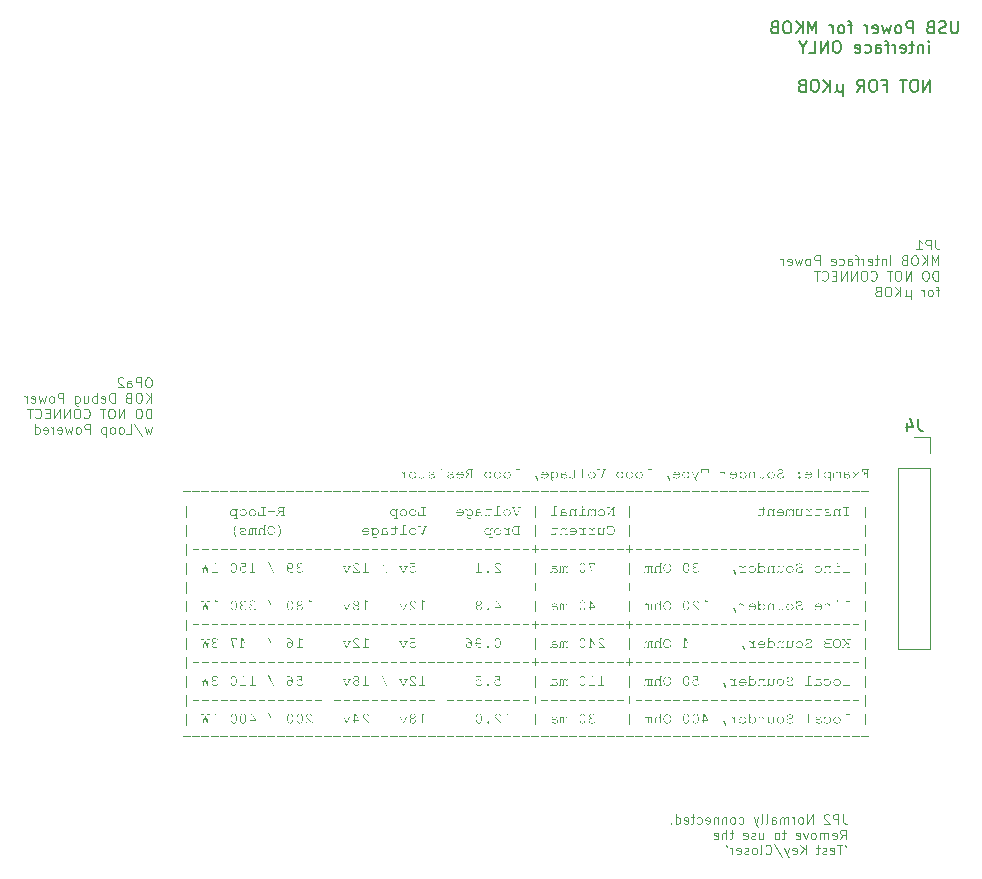
<source format=gbr>
%TF.GenerationSoftware,KiCad,Pcbnew,7.0.2*%
%TF.CreationDate,2024-01-05T23:58:43-08:00*%
%TF.ProjectId,MK_KS,4d4b5f4b-532e-46b6-9963-61645f706362,1.0*%
%TF.SameCoordinates,Original*%
%TF.FileFunction,Legend,Bot*%
%TF.FilePolarity,Positive*%
%FSLAX46Y46*%
G04 Gerber Fmt 4.6, Leading zero omitted, Abs format (unit mm)*
G04 Created by KiCad (PCBNEW 7.0.2) date 2024-01-05 23:58:43*
%MOMM*%
%LPD*%
G01*
G04 APERTURE LIST*
%ADD10C,0.100000*%
%ADD11C,0.101600*%
%ADD12C,0.152400*%
%ADD13C,0.150000*%
%ADD14C,0.120000*%
G04 APERTURE END LIST*
D10*
G36*
X133483082Y-138489450D02*
G01*
X133483082Y-138801300D01*
X133061482Y-138801300D01*
X133061482Y-138637950D01*
X133060605Y-138628040D01*
X133057306Y-138619156D01*
X133054057Y-138615211D01*
X133045859Y-138610215D01*
X133036368Y-138608311D01*
X133034103Y-138608250D01*
X133024275Y-138609582D01*
X133015815Y-138613967D01*
X133014380Y-138615211D01*
X133008884Y-138623559D01*
X133006910Y-138633173D01*
X133006723Y-138637950D01*
X133006723Y-138860700D01*
X133611627Y-138860700D01*
X133621728Y-138860039D01*
X133630928Y-138857755D01*
X133639156Y-138852860D01*
X133639703Y-138852346D01*
X133645111Y-138844682D01*
X133647762Y-138835638D01*
X133648056Y-138831000D01*
X133646881Y-138821657D01*
X133642958Y-138813229D01*
X133639703Y-138809421D01*
X133631730Y-138804472D01*
X133622744Y-138802093D01*
X133612835Y-138801308D01*
X133611627Y-138801300D01*
X133537841Y-138801300D01*
X133537841Y-138162751D01*
X133611627Y-138162751D01*
X133621728Y-138162109D01*
X133630928Y-138159888D01*
X133639156Y-138155130D01*
X133639703Y-138154630D01*
X133645413Y-138146503D01*
X133647852Y-138137126D01*
X133648056Y-138133051D01*
X133646881Y-138123708D01*
X133642958Y-138115281D01*
X133639703Y-138111472D01*
X133631730Y-138106524D01*
X133622744Y-138104144D01*
X133612835Y-138103359D01*
X133611627Y-138103351D01*
X133035495Y-138103351D01*
X133035495Y-138296401D01*
X133036400Y-138306338D01*
X133039802Y-138315326D01*
X133043152Y-138319372D01*
X133051183Y-138324202D01*
X133060611Y-138326042D01*
X133062874Y-138326101D01*
X133072100Y-138324990D01*
X133080842Y-138320949D01*
X133082829Y-138319372D01*
X133087905Y-138311549D01*
X133089993Y-138302086D01*
X133090254Y-138296401D01*
X133090254Y-138162751D01*
X133483082Y-138162751D01*
X133483082Y-138430051D01*
X133286552Y-138430051D01*
X133286552Y-138355801D01*
X133285647Y-138345890D01*
X133282245Y-138337006D01*
X133278895Y-138333062D01*
X133270479Y-138328065D01*
X133260785Y-138326162D01*
X133258476Y-138326101D01*
X133248921Y-138327433D01*
X133240458Y-138331818D01*
X133238986Y-138333062D01*
X133233593Y-138340726D01*
X133231374Y-138350123D01*
X133231097Y-138355801D01*
X133231097Y-138563700D01*
X133232029Y-138573638D01*
X133235534Y-138582625D01*
X133238986Y-138586671D01*
X133247082Y-138591501D01*
X133256294Y-138593341D01*
X133258476Y-138593400D01*
X133267891Y-138592290D01*
X133276850Y-138588248D01*
X133278895Y-138586671D01*
X133284129Y-138578848D01*
X133286283Y-138569386D01*
X133286552Y-138563700D01*
X133286552Y-138489450D01*
X133483082Y-138489450D01*
G37*
G36*
X132467716Y-138565556D02*
G01*
X132217587Y-138801300D01*
X132207602Y-138801422D01*
X132197342Y-138801938D01*
X132187642Y-138803396D01*
X132186262Y-138803852D01*
X132178435Y-138809296D01*
X132174893Y-138814061D01*
X132171091Y-138822655D01*
X132170020Y-138831000D01*
X132171437Y-138840679D01*
X132175688Y-138848980D01*
X132178605Y-138852346D01*
X132186534Y-138857437D01*
X132195684Y-138859884D01*
X132205895Y-138860691D01*
X132207145Y-138860700D01*
X132383489Y-138860700D01*
X132392857Y-138860177D01*
X132402528Y-138858057D01*
X132411142Y-138853358D01*
X132412260Y-138852346D01*
X132417669Y-138844682D01*
X132420320Y-138835638D01*
X132420613Y-138831000D01*
X132419439Y-138821657D01*
X132415515Y-138813229D01*
X132412260Y-138809421D01*
X132404190Y-138804472D01*
X132394972Y-138802093D01*
X132384739Y-138801308D01*
X132383489Y-138801300D01*
X132292765Y-138801300D01*
X132505537Y-138601057D01*
X132718077Y-138801300D01*
X132626657Y-138801300D01*
X132616574Y-138801942D01*
X132607438Y-138804163D01*
X132599346Y-138808921D01*
X132598813Y-138809421D01*
X132593254Y-138816900D01*
X132590530Y-138826141D01*
X132590228Y-138831000D01*
X132591645Y-138840679D01*
X132595895Y-138848980D01*
X132598813Y-138852346D01*
X132606677Y-138857437D01*
X132615672Y-138859884D01*
X132625667Y-138860691D01*
X132626889Y-138860700D01*
X132804856Y-138860700D01*
X132815069Y-138860039D01*
X132824351Y-138857755D01*
X132832617Y-138852860D01*
X132833164Y-138852346D01*
X132838572Y-138844682D01*
X132841223Y-138835638D01*
X132841517Y-138831000D01*
X132840142Y-138821597D01*
X132836645Y-138814061D01*
X132830367Y-138806656D01*
X132825507Y-138803852D01*
X132815555Y-138802020D01*
X132805668Y-138801459D01*
X132795949Y-138801302D01*
X132794415Y-138801300D01*
X132543358Y-138565556D01*
X132766339Y-138355801D01*
X132775770Y-138355667D01*
X132785482Y-138355105D01*
X132794714Y-138353514D01*
X132796039Y-138353016D01*
X132803662Y-138347263D01*
X132807177Y-138342575D01*
X132810979Y-138333981D01*
X132812049Y-138325637D01*
X132810671Y-138316146D01*
X132806103Y-138307466D01*
X132803696Y-138304754D01*
X132795626Y-138299664D01*
X132786408Y-138297217D01*
X132776175Y-138296409D01*
X132774924Y-138296401D01*
X132625497Y-138296401D01*
X132616056Y-138296923D01*
X132606417Y-138299044D01*
X132598020Y-138303742D01*
X132596957Y-138304754D01*
X132591405Y-138313040D01*
X132589034Y-138322484D01*
X132588836Y-138326565D01*
X132590176Y-138336056D01*
X132594617Y-138344735D01*
X132596957Y-138347448D01*
X132604777Y-138352538D01*
X132613936Y-138354985D01*
X132624232Y-138355793D01*
X132625497Y-138355801D01*
X132690697Y-138355801D01*
X132505537Y-138530056D01*
X132320144Y-138355801D01*
X132385345Y-138355801D01*
X132395464Y-138355140D01*
X132404727Y-138352856D01*
X132413091Y-138347961D01*
X132413653Y-138347448D01*
X132419361Y-138339818D01*
X132422160Y-138330504D01*
X132422470Y-138325637D01*
X132421091Y-138316146D01*
X132416523Y-138307466D01*
X132414117Y-138304754D01*
X132406046Y-138299664D01*
X132396828Y-138297217D01*
X132386595Y-138296409D01*
X132385345Y-138296401D01*
X132235917Y-138296401D01*
X132225722Y-138297062D01*
X132216505Y-138299346D01*
X132208374Y-138304240D01*
X132207841Y-138304754D01*
X132202283Y-138312383D01*
X132199558Y-138321698D01*
X132199256Y-138326565D01*
X132200798Y-138335742D01*
X132204129Y-138342575D01*
X132210406Y-138349950D01*
X132215266Y-138353016D01*
X132224912Y-138355015D01*
X132234322Y-138355627D01*
X132244966Y-138355801D01*
X132467716Y-138565556D01*
G37*
G36*
X131721728Y-138281663D02*
G01*
X131732535Y-138282253D01*
X131744215Y-138283349D01*
X131756768Y-138284951D01*
X131770193Y-138287058D01*
X131779629Y-138288744D01*
X131789452Y-138290654D01*
X131799663Y-138292790D01*
X131810262Y-138295150D01*
X131821249Y-138297735D01*
X131832624Y-138300545D01*
X131844387Y-138303579D01*
X131856538Y-138306839D01*
X131869076Y-138310323D01*
X131876924Y-138312499D01*
X131887886Y-138315658D01*
X131897877Y-138318690D01*
X131906898Y-138321596D01*
X131917415Y-138325274D01*
X131926207Y-138328728D01*
X131934770Y-138332728D01*
X131942862Y-138338398D01*
X131943649Y-138339259D01*
X131948116Y-138347510D01*
X131949359Y-138356729D01*
X131949243Y-138359742D01*
X131947010Y-138369316D01*
X131941934Y-138377380D01*
X131940966Y-138378363D01*
X131933013Y-138383716D01*
X131923836Y-138385501D01*
X131915873Y-138384213D01*
X131906651Y-138381716D01*
X131897152Y-138378772D01*
X131882909Y-138374192D01*
X131869069Y-138369907D01*
X131855631Y-138365918D01*
X131842596Y-138362225D01*
X131829963Y-138358827D01*
X131817732Y-138355725D01*
X131805904Y-138352918D01*
X131794479Y-138350406D01*
X131783455Y-138348190D01*
X131772834Y-138346269D01*
X131762616Y-138344644D01*
X131752800Y-138343315D01*
X131743387Y-138342280D01*
X131730021Y-138341283D01*
X131717560Y-138340951D01*
X131707282Y-138341071D01*
X131697330Y-138341433D01*
X131687705Y-138342036D01*
X131678405Y-138342879D01*
X131665068Y-138344597D01*
X131652465Y-138346858D01*
X131640596Y-138349660D01*
X131629461Y-138353005D01*
X131619061Y-138356893D01*
X131609394Y-138361323D01*
X131600462Y-138366296D01*
X131592264Y-138371811D01*
X131589694Y-138373736D01*
X131582475Y-138379638D01*
X131573991Y-138387806D01*
X131566813Y-138396315D01*
X131560940Y-138405165D01*
X131556372Y-138414356D01*
X131553109Y-138423887D01*
X131551151Y-138433759D01*
X131550498Y-138443972D01*
X131550498Y-138526111D01*
X131560095Y-138524035D01*
X131569570Y-138522068D01*
X131578923Y-138520211D01*
X131588153Y-138518465D01*
X131600269Y-138516308D01*
X131612168Y-138514347D01*
X131623849Y-138512581D01*
X131635313Y-138511011D01*
X131646559Y-138509637D01*
X131657537Y-138508386D01*
X131668312Y-138507302D01*
X131678884Y-138506385D01*
X131689253Y-138505635D01*
X131699419Y-138505051D01*
X131709381Y-138504634D01*
X131719141Y-138504384D01*
X131728698Y-138504300D01*
X131745982Y-138504533D01*
X131762741Y-138505232D01*
X131778974Y-138506397D01*
X131794682Y-138508027D01*
X131809863Y-138510124D01*
X131824519Y-138512686D01*
X131838650Y-138515714D01*
X131852254Y-138519208D01*
X131865333Y-138523168D01*
X131877886Y-138527594D01*
X131889914Y-138532486D01*
X131901416Y-138537843D01*
X131912392Y-138543667D01*
X131922842Y-138549956D01*
X131932767Y-138556711D01*
X131942166Y-138563932D01*
X131951017Y-138571436D01*
X131959297Y-138579098D01*
X131967005Y-138586917D01*
X131974143Y-138594894D01*
X131980710Y-138603028D01*
X131986705Y-138611321D01*
X131992130Y-138619771D01*
X131996983Y-138628379D01*
X132001266Y-138637144D01*
X132004978Y-138646067D01*
X132008118Y-138655148D01*
X132010688Y-138664387D01*
X132012686Y-138673783D01*
X132014114Y-138683337D01*
X132014970Y-138693049D01*
X132015256Y-138702919D01*
X132015039Y-138711909D01*
X132013902Y-138725065D01*
X132011790Y-138737825D01*
X132008703Y-138750189D01*
X132004641Y-138762158D01*
X131999605Y-138773731D01*
X131993594Y-138784909D01*
X131986608Y-138795691D01*
X131978647Y-138806077D01*
X131969711Y-138816068D01*
X131959800Y-138825663D01*
X131952700Y-138831704D01*
X131945262Y-138837355D01*
X131937487Y-138842617D01*
X131929375Y-138847488D01*
X131920926Y-138851970D01*
X131912140Y-138856063D01*
X131903016Y-138859765D01*
X131893556Y-138863078D01*
X131883758Y-138866001D01*
X131873623Y-138868534D01*
X131863151Y-138870678D01*
X131852341Y-138872432D01*
X131841195Y-138873796D01*
X131829711Y-138874770D01*
X131817890Y-138875355D01*
X131805732Y-138875549D01*
X131788828Y-138875145D01*
X131772051Y-138873933D01*
X131755401Y-138871911D01*
X131738878Y-138869082D01*
X131722482Y-138865443D01*
X131706213Y-138860997D01*
X131690070Y-138855742D01*
X131674055Y-138849678D01*
X131658166Y-138842806D01*
X131642404Y-138835125D01*
X131626769Y-138826636D01*
X131611261Y-138817339D01*
X131595880Y-138807233D01*
X131588237Y-138801877D01*
X131580626Y-138796318D01*
X131573047Y-138790558D01*
X131565499Y-138784595D01*
X131557983Y-138778431D01*
X131550498Y-138772064D01*
X131550498Y-138860700D01*
X131421953Y-138860700D01*
X131420703Y-138860691D01*
X131410492Y-138859884D01*
X131401342Y-138857437D01*
X131393414Y-138852346D01*
X131390496Y-138848980D01*
X131386245Y-138840679D01*
X131384828Y-138831000D01*
X131385130Y-138826141D01*
X131387855Y-138816900D01*
X131393414Y-138809421D01*
X131394504Y-138808437D01*
X131402988Y-138803869D01*
X131412600Y-138801807D01*
X131421953Y-138801300D01*
X131495043Y-138801300D01*
X131495043Y-138701294D01*
X131550498Y-138701294D01*
X131558576Y-138708651D01*
X131566624Y-138715756D01*
X131574644Y-138722610D01*
X131582635Y-138729211D01*
X131590596Y-138735560D01*
X131598529Y-138741657D01*
X131606432Y-138747502D01*
X131614307Y-138753095D01*
X131622152Y-138758436D01*
X131629969Y-138763526D01*
X131641639Y-138770687D01*
X131653244Y-138777282D01*
X131664784Y-138783309D01*
X131676259Y-138788770D01*
X131683926Y-138792085D01*
X131695573Y-138796658D01*
X131707395Y-138800749D01*
X131719392Y-138804358D01*
X131731565Y-138807487D01*
X131743913Y-138810134D01*
X131756436Y-138812299D01*
X131769135Y-138813984D01*
X131782010Y-138815187D01*
X131795059Y-138815909D01*
X131808284Y-138816150D01*
X131817456Y-138816022D01*
X131830693Y-138815351D01*
X131843307Y-138814105D01*
X131855296Y-138812284D01*
X131866661Y-138809887D01*
X131877402Y-138806916D01*
X131887519Y-138803370D01*
X131897012Y-138799248D01*
X131905881Y-138794552D01*
X131914126Y-138789280D01*
X131921747Y-138783433D01*
X131930829Y-138774961D01*
X131938700Y-138766016D01*
X131945360Y-138756601D01*
X131950809Y-138746714D01*
X131955047Y-138736356D01*
X131958075Y-138725527D01*
X131959891Y-138714226D01*
X131960497Y-138702455D01*
X131960298Y-138696044D01*
X131959256Y-138686642D01*
X131957321Y-138677497D01*
X131954492Y-138668609D01*
X131950770Y-138659978D01*
X131946155Y-138651603D01*
X131940647Y-138643486D01*
X131934246Y-138635626D01*
X131926951Y-138628023D01*
X131918763Y-138620676D01*
X131909682Y-138613587D01*
X131901067Y-138607546D01*
X131892044Y-138601895D01*
X131882613Y-138596633D01*
X131872774Y-138591761D01*
X131862528Y-138587279D01*
X131851874Y-138583187D01*
X131840811Y-138579485D01*
X131829341Y-138576172D01*
X131817463Y-138573249D01*
X131805177Y-138570716D01*
X131792484Y-138568572D01*
X131779382Y-138566818D01*
X131765873Y-138565454D01*
X131751955Y-138564480D01*
X131737630Y-138563895D01*
X131722897Y-138563700D01*
X131711024Y-138563780D01*
X131699303Y-138564019D01*
X131687734Y-138564418D01*
X131676317Y-138564976D01*
X131665053Y-138565694D01*
X131653941Y-138566572D01*
X131642981Y-138567608D01*
X131632173Y-138568805D01*
X131621456Y-138570168D01*
X131610884Y-138571705D01*
X131600457Y-138573416D01*
X131590176Y-138575302D01*
X131580039Y-138577361D01*
X131570047Y-138579594D01*
X131560200Y-138582002D01*
X131550498Y-138584583D01*
X131550498Y-138701294D01*
X131495043Y-138701294D01*
X131495043Y-138445365D01*
X131495555Y-138433604D01*
X131497090Y-138422075D01*
X131499650Y-138410780D01*
X131503233Y-138399716D01*
X131507840Y-138388885D01*
X131513470Y-138378287D01*
X131520125Y-138367921D01*
X131527803Y-138357787D01*
X131536505Y-138347886D01*
X131546230Y-138338218D01*
X131553283Y-138331902D01*
X131560712Y-138325804D01*
X131568499Y-138320101D01*
X131576643Y-138314790D01*
X131585143Y-138309873D01*
X131594001Y-138305349D01*
X131603216Y-138301219D01*
X131612789Y-138297482D01*
X131622718Y-138294139D01*
X131633004Y-138291188D01*
X131643648Y-138288631D01*
X131654648Y-138286468D01*
X131666006Y-138284698D01*
X131677721Y-138283321D01*
X131689793Y-138282338D01*
X131702222Y-138281748D01*
X131715008Y-138281551D01*
X131721728Y-138281663D01*
G37*
G36*
X131159527Y-138296401D02*
G01*
X131159527Y-138360209D01*
X131150795Y-138350684D01*
X131142059Y-138341774D01*
X131133320Y-138333478D01*
X131124577Y-138325796D01*
X131115830Y-138318729D01*
X131107080Y-138312277D01*
X131098327Y-138306439D01*
X131089569Y-138301215D01*
X131080808Y-138296607D01*
X131072044Y-138292612D01*
X131063276Y-138289232D01*
X131050116Y-138285315D01*
X131036949Y-138282780D01*
X131023774Y-138281628D01*
X131019380Y-138281551D01*
X131008931Y-138281917D01*
X130998816Y-138283016D01*
X130989035Y-138284846D01*
X130979587Y-138287410D01*
X130970472Y-138290705D01*
X130961691Y-138294733D01*
X130953244Y-138299493D01*
X130945130Y-138304986D01*
X130937288Y-138311164D01*
X130929773Y-138318096D01*
X130922583Y-138325782D01*
X130915720Y-138334222D01*
X130909184Y-138343416D01*
X130902973Y-138353364D01*
X130897089Y-138364067D01*
X130892890Y-138372588D01*
X130891531Y-138375523D01*
X130884651Y-138366860D01*
X130877759Y-138358621D01*
X130870854Y-138350807D01*
X130863938Y-138343416D01*
X130857009Y-138336450D01*
X130850067Y-138329908D01*
X130840793Y-138321844D01*
X130831498Y-138314535D01*
X130822180Y-138307981D01*
X130817513Y-138304986D01*
X130808112Y-138299493D01*
X130798704Y-138294733D01*
X130789289Y-138290705D01*
X130779866Y-138287410D01*
X130770436Y-138284846D01*
X130760999Y-138283016D01*
X130751555Y-138281917D01*
X130742103Y-138281551D01*
X130731178Y-138281883D01*
X130720677Y-138282881D01*
X130710600Y-138284543D01*
X130700947Y-138286869D01*
X130691718Y-138289861D01*
X130682914Y-138293518D01*
X130674533Y-138297839D01*
X130666577Y-138302825D01*
X130659045Y-138308476D01*
X130651938Y-138314792D01*
X130647435Y-138319372D01*
X130639142Y-138328546D01*
X130631664Y-138337884D01*
X130625002Y-138347384D01*
X130619156Y-138357048D01*
X130614126Y-138366875D01*
X130609911Y-138376865D01*
X130606512Y-138387018D01*
X130603929Y-138397334D01*
X130602162Y-138407814D01*
X130601210Y-138418456D01*
X130601029Y-138425642D01*
X130601029Y-138801300D01*
X130554623Y-138801300D01*
X130544540Y-138801942D01*
X130535404Y-138804163D01*
X130527312Y-138808921D01*
X130526779Y-138809421D01*
X130521220Y-138816900D01*
X130518496Y-138826141D01*
X130518194Y-138831000D01*
X130519611Y-138840679D01*
X130523861Y-138848980D01*
X130526779Y-138852346D01*
X130534610Y-138857437D01*
X130544540Y-138860039D01*
X130554623Y-138860700D01*
X130655788Y-138860700D01*
X130655788Y-138435851D01*
X130656187Y-138425805D01*
X130657383Y-138416201D01*
X130659377Y-138407040D01*
X130662991Y-138396210D01*
X130667852Y-138386071D01*
X130673958Y-138376623D01*
X130681311Y-138367866D01*
X130689413Y-138360112D01*
X130697911Y-138353673D01*
X130706806Y-138348547D01*
X130716098Y-138344736D01*
X130725786Y-138342239D01*
X130735870Y-138341056D01*
X130740015Y-138340951D01*
X130749454Y-138341495D01*
X130759062Y-138343126D01*
X130768841Y-138345845D01*
X130778790Y-138349652D01*
X130788908Y-138354546D01*
X130797125Y-138359245D01*
X130803359Y-138363226D01*
X130811800Y-138369403D01*
X130820530Y-138376915D01*
X130827268Y-138383425D01*
X130834169Y-138390685D01*
X130841233Y-138398696D01*
X130848460Y-138407457D01*
X130855851Y-138416968D01*
X130863405Y-138427230D01*
X130871121Y-138438242D01*
X130876357Y-138446001D01*
X130879001Y-138450005D01*
X130879001Y-138801300D01*
X130833291Y-138801300D01*
X130823209Y-138801942D01*
X130814073Y-138804163D01*
X130805981Y-138808921D01*
X130805448Y-138809421D01*
X130799889Y-138816900D01*
X130797164Y-138826141D01*
X130796863Y-138831000D01*
X130798279Y-138840679D01*
X130802530Y-138848980D01*
X130805448Y-138852346D01*
X130813279Y-138857437D01*
X130823209Y-138860039D01*
X130833291Y-138860700D01*
X130934457Y-138860700D01*
X130934457Y-138439564D01*
X130934859Y-138429068D01*
X130936067Y-138419044D01*
X130938079Y-138409490D01*
X130940896Y-138400409D01*
X130944517Y-138391798D01*
X130950177Y-138381698D01*
X130955609Y-138374148D01*
X130960212Y-138368794D01*
X130968414Y-138360773D01*
X130976921Y-138354111D01*
X130985734Y-138348809D01*
X130994854Y-138344866D01*
X131004279Y-138342283D01*
X131014010Y-138341059D01*
X131017988Y-138340951D01*
X131029006Y-138341603D01*
X131039958Y-138343561D01*
X131049036Y-138346190D01*
X131058068Y-138349724D01*
X131067054Y-138354166D01*
X131075996Y-138359513D01*
X131086031Y-138366663D01*
X131093633Y-138372805D01*
X131101301Y-138379616D01*
X131109035Y-138387097D01*
X131116833Y-138395246D01*
X131124697Y-138404064D01*
X131132626Y-138413551D01*
X131140620Y-138423707D01*
X131148679Y-138434532D01*
X131154088Y-138442120D01*
X131159527Y-138450005D01*
X131159527Y-138801300D01*
X131113352Y-138801300D01*
X131103158Y-138801942D01*
X131093940Y-138804163D01*
X131085810Y-138808921D01*
X131085277Y-138809421D01*
X131079718Y-138816900D01*
X131076993Y-138826141D01*
X131076692Y-138831000D01*
X131078108Y-138840679D01*
X131082359Y-138848980D01*
X131085277Y-138852346D01*
X131093140Y-138857437D01*
X131102136Y-138859884D01*
X131112131Y-138860691D01*
X131113352Y-138860700D01*
X131260692Y-138860700D01*
X131270905Y-138860039D01*
X131280186Y-138857755D01*
X131288452Y-138852860D01*
X131289000Y-138852346D01*
X131294408Y-138844682D01*
X131297059Y-138835638D01*
X131297353Y-138831000D01*
X131296178Y-138821657D01*
X131292254Y-138813229D01*
X131289000Y-138809421D01*
X131280995Y-138804472D01*
X131271931Y-138802093D01*
X131261914Y-138801308D01*
X131260692Y-138801300D01*
X131214518Y-138801300D01*
X131214518Y-138355801D01*
X131260692Y-138355801D01*
X131270905Y-138355158D01*
X131280186Y-138352938D01*
X131288452Y-138348179D01*
X131289000Y-138347680D01*
X131294408Y-138340089D01*
X131297059Y-138330889D01*
X131297353Y-138326101D01*
X131295974Y-138316459D01*
X131291406Y-138307704D01*
X131289000Y-138304986D01*
X131280995Y-138299754D01*
X131271931Y-138297239D01*
X131261914Y-138296409D01*
X131260692Y-138296401D01*
X131159527Y-138296401D01*
G37*
G36*
X130090279Y-138281672D02*
G01*
X130104179Y-138282310D01*
X130117723Y-138283494D01*
X130130913Y-138285225D01*
X130143748Y-138287502D01*
X130156228Y-138290326D01*
X130168353Y-138293696D01*
X130180123Y-138297613D01*
X130191539Y-138302077D01*
X130202600Y-138307086D01*
X130213305Y-138312643D01*
X130223771Y-138318698D01*
X130234109Y-138325292D01*
X130244322Y-138332424D01*
X130254407Y-138340095D01*
X130264367Y-138348304D01*
X130274200Y-138357051D01*
X130283906Y-138366337D01*
X130293486Y-138376161D01*
X130299803Y-138383010D01*
X130306063Y-138390098D01*
X130312267Y-138397425D01*
X130318415Y-138404991D01*
X130318415Y-138296401D01*
X130446960Y-138296401D01*
X130448168Y-138296409D01*
X130458077Y-138297239D01*
X130467064Y-138299754D01*
X130475036Y-138304986D01*
X130477442Y-138307704D01*
X130482011Y-138316459D01*
X130483389Y-138326101D01*
X130483095Y-138330889D01*
X130480444Y-138340089D01*
X130475036Y-138347680D01*
X130474489Y-138348179D01*
X130466261Y-138352938D01*
X130457061Y-138355158D01*
X130446960Y-138355801D01*
X130373175Y-138355801D01*
X130373175Y-139053749D01*
X130446960Y-139053749D01*
X130448168Y-139053757D01*
X130458077Y-139054542D01*
X130467064Y-139056921D01*
X130475036Y-139061870D01*
X130478291Y-139065678D01*
X130482214Y-139074106D01*
X130483389Y-139083449D01*
X130483185Y-139087524D01*
X130480746Y-139096900D01*
X130475036Y-139105028D01*
X130474489Y-139105527D01*
X130466261Y-139110286D01*
X130457061Y-139112507D01*
X130446960Y-139113149D01*
X130185230Y-139113149D01*
X130175147Y-139112470D01*
X130165217Y-139109795D01*
X130157386Y-139104564D01*
X130154913Y-139101846D01*
X130150218Y-139093090D01*
X130148801Y-139083449D01*
X130149103Y-139078590D01*
X130151827Y-139069349D01*
X130157386Y-139061870D01*
X130157919Y-139061370D01*
X130166011Y-139056612D01*
X130175147Y-139054391D01*
X130185230Y-139053749D01*
X130318415Y-139053749D01*
X130318415Y-138737259D01*
X130312647Y-138744854D01*
X130306771Y-138752207D01*
X130294694Y-138766190D01*
X130282183Y-138779210D01*
X130269239Y-138791264D01*
X130255862Y-138802355D01*
X130242052Y-138812481D01*
X130227808Y-138821642D01*
X130213131Y-138829839D01*
X130198021Y-138837072D01*
X130182478Y-138843341D01*
X130166501Y-138848645D01*
X130150091Y-138852984D01*
X130133248Y-138856360D01*
X130115972Y-138858771D01*
X130098263Y-138860217D01*
X130080120Y-138860700D01*
X130064870Y-138860368D01*
X130049923Y-138859373D01*
X130035279Y-138857714D01*
X130020937Y-138855392D01*
X130006899Y-138852406D01*
X129993163Y-138848757D01*
X129979729Y-138844445D01*
X129966599Y-138839469D01*
X129953771Y-138833829D01*
X129941246Y-138827526D01*
X129929023Y-138820560D01*
X129917104Y-138812930D01*
X129905487Y-138804637D01*
X129894173Y-138795680D01*
X129883161Y-138786060D01*
X129872452Y-138775776D01*
X129862197Y-138764997D01*
X129852603Y-138753947D01*
X129843670Y-138742628D01*
X129835400Y-138731038D01*
X129827791Y-138719178D01*
X129820844Y-138707048D01*
X129814558Y-138694648D01*
X129808934Y-138681978D01*
X129803971Y-138669038D01*
X129799671Y-138655827D01*
X129796032Y-138642347D01*
X129793054Y-138628596D01*
X129790738Y-138614576D01*
X129789084Y-138600285D01*
X129788092Y-138585724D01*
X129787761Y-138570893D01*
X129843216Y-138570893D01*
X129843486Y-138582678D01*
X129844297Y-138594248D01*
X129845647Y-138605605D01*
X129847538Y-138616748D01*
X129849969Y-138627677D01*
X129852940Y-138638392D01*
X129856451Y-138648894D01*
X129860503Y-138659181D01*
X129865094Y-138669254D01*
X129870226Y-138679114D01*
X129875898Y-138688759D01*
X129882111Y-138698191D01*
X129888863Y-138707409D01*
X129896156Y-138716413D01*
X129903988Y-138725203D01*
X129912362Y-138733779D01*
X129921120Y-138741955D01*
X129930108Y-138749604D01*
X129939327Y-138756725D01*
X129948776Y-138763319D01*
X129958455Y-138769385D01*
X129968364Y-138774924D01*
X129978504Y-138779936D01*
X129988874Y-138784419D01*
X129999474Y-138788376D01*
X130010304Y-138791805D01*
X130021364Y-138794706D01*
X130032655Y-138797080D01*
X130044176Y-138798926D01*
X130055927Y-138800245D01*
X130067908Y-138801036D01*
X130080120Y-138801300D01*
X130092500Y-138801035D01*
X130104639Y-138800241D01*
X130116537Y-138798918D01*
X130128194Y-138797065D01*
X130139609Y-138794683D01*
X130150784Y-138791772D01*
X130161718Y-138788331D01*
X130172410Y-138784361D01*
X130182861Y-138779862D01*
X130193072Y-138774834D01*
X130203041Y-138769276D01*
X130212769Y-138763189D01*
X130222256Y-138756572D01*
X130231502Y-138749426D01*
X130240506Y-138741751D01*
X130249270Y-138733547D01*
X130257643Y-138724944D01*
X130265476Y-138716133D01*
X130272769Y-138707114D01*
X130279521Y-138697886D01*
X130285733Y-138688450D01*
X130291405Y-138678806D01*
X130296537Y-138668952D01*
X130301129Y-138658891D01*
X130305180Y-138648621D01*
X130308692Y-138638142D01*
X130311663Y-138627455D01*
X130314094Y-138616560D01*
X130315984Y-138605456D01*
X130317335Y-138594143D01*
X130318145Y-138582622D01*
X130318415Y-138570893D01*
X130318145Y-138559221D01*
X130317335Y-138547755D01*
X130315984Y-138536496D01*
X130314094Y-138525444D01*
X130311663Y-138514599D01*
X130308692Y-138503960D01*
X130305180Y-138493527D01*
X130301129Y-138483302D01*
X130296537Y-138473283D01*
X130291405Y-138463470D01*
X130285733Y-138453864D01*
X130279521Y-138444465D01*
X130272769Y-138435273D01*
X130265476Y-138426287D01*
X130257643Y-138417508D01*
X130249270Y-138408936D01*
X130240506Y-138400703D01*
X130231502Y-138393002D01*
X130222256Y-138385831D01*
X130212769Y-138379192D01*
X130203041Y-138373084D01*
X130193072Y-138367507D01*
X130182861Y-138362462D01*
X130172410Y-138357947D01*
X130161718Y-138353963D01*
X130150784Y-138350511D01*
X130139609Y-138347590D01*
X130128194Y-138345200D01*
X130116537Y-138343341D01*
X130104639Y-138342013D01*
X130092500Y-138341216D01*
X130080120Y-138340951D01*
X130067853Y-138341215D01*
X130055822Y-138342009D01*
X130044026Y-138343333D01*
X130032466Y-138345185D01*
X130021142Y-138347567D01*
X130010054Y-138350478D01*
X129999201Y-138353919D01*
X129988584Y-138357889D01*
X129978202Y-138362388D01*
X129968056Y-138367417D01*
X129958146Y-138372975D01*
X129948471Y-138379062D01*
X129939032Y-138385678D01*
X129929829Y-138392824D01*
X129920861Y-138400499D01*
X129912130Y-138408704D01*
X129903785Y-138417250D01*
X129895978Y-138426008D01*
X129888710Y-138434978D01*
X129881980Y-138444161D01*
X129875789Y-138453555D01*
X129870136Y-138463162D01*
X129865021Y-138472981D01*
X129860445Y-138483012D01*
X129856407Y-138493254D01*
X129852907Y-138503709D01*
X129849946Y-138514376D01*
X129847523Y-138525256D01*
X129845639Y-138536347D01*
X129844293Y-138547650D01*
X129843486Y-138559166D01*
X129843216Y-138570893D01*
X129787761Y-138570893D01*
X129787908Y-138561466D01*
X129788348Y-138552095D01*
X129789083Y-138542780D01*
X129790110Y-138533522D01*
X129791432Y-138524319D01*
X129793047Y-138515173D01*
X129794956Y-138506083D01*
X129797158Y-138497049D01*
X129799654Y-138488072D01*
X129802444Y-138479150D01*
X129805528Y-138470285D01*
X129808905Y-138461476D01*
X129812576Y-138452723D01*
X129816540Y-138444027D01*
X129820798Y-138435386D01*
X129825350Y-138426802D01*
X129830169Y-138418364D01*
X129835229Y-138410161D01*
X129840531Y-138402194D01*
X129846073Y-138394463D01*
X129851857Y-138386967D01*
X129857881Y-138379707D01*
X129864147Y-138372683D01*
X129870654Y-138365894D01*
X129877402Y-138359341D01*
X129884391Y-138353024D01*
X129891621Y-138346942D01*
X129899092Y-138341096D01*
X129906805Y-138335485D01*
X129914758Y-138330111D01*
X129922952Y-138324971D01*
X129931388Y-138320068D01*
X129939993Y-138315404D01*
X129948696Y-138311041D01*
X129957497Y-138306978D01*
X129966396Y-138303217D01*
X129975392Y-138299756D01*
X129984487Y-138296597D01*
X129993679Y-138293738D01*
X130002970Y-138291180D01*
X130012358Y-138288923D01*
X130021844Y-138286967D01*
X130031428Y-138285312D01*
X130041110Y-138283958D01*
X130050889Y-138282905D01*
X130060767Y-138282153D01*
X130070742Y-138281701D01*
X130080816Y-138281551D01*
X130090279Y-138281672D01*
G37*
G36*
X129285879Y-138043951D02*
G01*
X129285879Y-138801300D01*
X129070554Y-138801300D01*
X129061200Y-138801807D01*
X129051588Y-138803869D01*
X129043105Y-138808437D01*
X129042014Y-138809421D01*
X129036456Y-138816900D01*
X129033731Y-138826141D01*
X129033429Y-138831000D01*
X129034846Y-138840679D01*
X129039097Y-138848980D01*
X129042014Y-138852346D01*
X129049943Y-138857437D01*
X129059093Y-138859884D01*
X129069304Y-138860691D01*
X129070554Y-138860700D01*
X129556194Y-138860700D01*
X129566295Y-138860039D01*
X129575495Y-138857755D01*
X129583723Y-138852860D01*
X129584270Y-138852346D01*
X129589678Y-138844682D01*
X129592330Y-138835638D01*
X129592623Y-138831000D01*
X129591449Y-138821657D01*
X129587525Y-138813229D01*
X129584270Y-138809421D01*
X129576298Y-138804472D01*
X129567311Y-138802093D01*
X129557402Y-138801308D01*
X129556194Y-138801300D01*
X129340638Y-138801300D01*
X129340638Y-138103351D01*
X129498651Y-138103351D01*
X129508770Y-138102691D01*
X129518033Y-138100406D01*
X129526397Y-138095512D01*
X129526959Y-138094998D01*
X129532667Y-138087369D01*
X129535466Y-138078054D01*
X129535776Y-138073187D01*
X129534397Y-138063696D01*
X129529829Y-138055017D01*
X129527423Y-138052305D01*
X129519352Y-138047214D01*
X129510134Y-138044767D01*
X129499901Y-138043960D01*
X129498651Y-138043951D01*
X129285879Y-138043951D01*
G37*
G36*
X128541678Y-138281878D02*
G01*
X128557512Y-138282860D01*
X128573017Y-138284496D01*
X128588191Y-138286786D01*
X128603036Y-138289731D01*
X128617550Y-138293330D01*
X128631735Y-138297584D01*
X128645590Y-138302492D01*
X128659115Y-138308054D01*
X128672310Y-138314271D01*
X128685175Y-138321142D01*
X128697710Y-138328668D01*
X128709915Y-138336848D01*
X128721790Y-138345682D01*
X128733336Y-138355171D01*
X128744551Y-138365314D01*
X128755256Y-138375914D01*
X128765271Y-138386773D01*
X128774594Y-138397892D01*
X128783228Y-138409269D01*
X128791170Y-138420906D01*
X128798422Y-138432802D01*
X128804983Y-138444958D01*
X128810854Y-138457372D01*
X128816034Y-138470046D01*
X128820523Y-138482979D01*
X128824322Y-138496171D01*
X128827429Y-138509623D01*
X128829847Y-138523333D01*
X128831573Y-138537303D01*
X128832609Y-138551532D01*
X128832955Y-138566021D01*
X128832587Y-138581940D01*
X128831483Y-138597562D01*
X128829643Y-138612887D01*
X128827067Y-138627915D01*
X128823755Y-138642645D01*
X128819707Y-138657078D01*
X128814923Y-138671214D01*
X128809404Y-138685052D01*
X128803148Y-138698593D01*
X128796156Y-138711837D01*
X128788428Y-138724784D01*
X128779965Y-138737433D01*
X128770765Y-138749785D01*
X128760829Y-138761840D01*
X128750158Y-138773597D01*
X128738750Y-138785057D01*
X128726764Y-138796016D01*
X128714416Y-138806267D01*
X128701705Y-138815811D01*
X128688632Y-138824648D01*
X128675196Y-138832778D01*
X128661397Y-138840201D01*
X128647236Y-138846917D01*
X128632712Y-138852926D01*
X128617826Y-138858229D01*
X128602577Y-138862824D01*
X128586966Y-138866712D01*
X128570992Y-138869894D01*
X128554656Y-138872368D01*
X128537957Y-138874136D01*
X128520895Y-138875196D01*
X128503471Y-138875549D01*
X128492960Y-138875443D01*
X128482483Y-138875122D01*
X128472041Y-138874587D01*
X128461633Y-138873838D01*
X128451260Y-138872876D01*
X128440921Y-138871699D01*
X128430616Y-138870309D01*
X128420346Y-138868705D01*
X128410110Y-138866886D01*
X128399909Y-138864854D01*
X128389743Y-138862608D01*
X128379610Y-138860148D01*
X128369512Y-138857475D01*
X128359449Y-138854587D01*
X128349420Y-138851485D01*
X128339425Y-138848170D01*
X128334470Y-138846455D01*
X128324844Y-138842999D01*
X128315599Y-138839512D01*
X128306735Y-138835991D01*
X128294152Y-138830650D01*
X128282426Y-138825235D01*
X128271556Y-138819746D01*
X128261543Y-138814184D01*
X128252387Y-138808549D01*
X128244087Y-138802840D01*
X128236643Y-138797058D01*
X128228051Y-138789234D01*
X128225043Y-138786032D01*
X128219608Y-138777602D01*
X128217609Y-138768351D01*
X128217640Y-138767028D01*
X128219836Y-138757797D01*
X128225498Y-138749789D01*
X128225994Y-138749303D01*
X128233967Y-138743872D01*
X128243597Y-138741900D01*
X128247802Y-138742311D01*
X128257077Y-138745597D01*
X128265176Y-138750485D01*
X128270580Y-138754152D01*
X128279051Y-138759483D01*
X128287958Y-138764610D01*
X128297302Y-138769533D01*
X128307082Y-138774252D01*
X128317298Y-138778767D01*
X128327951Y-138783078D01*
X128339040Y-138787185D01*
X128350566Y-138791088D01*
X128362528Y-138794788D01*
X128374926Y-138798283D01*
X128383286Y-138800447D01*
X128395745Y-138803430D01*
X128408106Y-138806100D01*
X128420370Y-138808455D01*
X128432535Y-138810497D01*
X128444602Y-138812224D01*
X128456572Y-138813637D01*
X128468444Y-138814736D01*
X128480217Y-138815521D01*
X128491893Y-138815993D01*
X128503471Y-138816150D01*
X128517109Y-138815910D01*
X128530470Y-138815192D01*
X128543553Y-138813996D01*
X128556360Y-138812321D01*
X128568888Y-138810168D01*
X128581140Y-138807535D01*
X128593114Y-138804425D01*
X128604811Y-138800836D01*
X128616230Y-138796768D01*
X128627372Y-138792221D01*
X128638237Y-138787197D01*
X128648824Y-138781693D01*
X128659134Y-138775711D01*
X128669166Y-138769250D01*
X128678922Y-138762311D01*
X128688400Y-138754893D01*
X128697503Y-138747084D01*
X128706135Y-138738970D01*
X128714296Y-138730552D01*
X128721986Y-138721829D01*
X128729204Y-138712802D01*
X128735951Y-138703470D01*
X128742227Y-138693833D01*
X128748031Y-138683892D01*
X128753365Y-138673646D01*
X128758226Y-138663096D01*
X128762617Y-138652242D01*
X128766536Y-138641082D01*
X128769984Y-138629619D01*
X128772960Y-138617850D01*
X128775465Y-138605778D01*
X128777499Y-138593400D01*
X128218769Y-138593400D01*
X128218968Y-138576343D01*
X128219853Y-138559687D01*
X128221426Y-138543431D01*
X128222770Y-138534000D01*
X128274225Y-138534000D01*
X128776803Y-138534000D01*
X128774482Y-138523257D01*
X128771753Y-138512780D01*
X128768616Y-138502570D01*
X128765071Y-138492626D01*
X128761119Y-138482949D01*
X128756758Y-138473538D01*
X128751990Y-138464394D01*
X128746813Y-138455516D01*
X128741229Y-138446904D01*
X128735237Y-138438560D01*
X128728837Y-138430481D01*
X128722030Y-138422669D01*
X128714814Y-138415124D01*
X128707190Y-138407844D01*
X128699159Y-138400832D01*
X128690720Y-138394086D01*
X128681972Y-138387651D01*
X128673013Y-138381632D01*
X128663844Y-138376028D01*
X128654465Y-138370839D01*
X128644876Y-138366065D01*
X128635076Y-138361707D01*
X128625066Y-138357763D01*
X128614846Y-138354234D01*
X128604415Y-138351121D01*
X128593775Y-138348423D01*
X128582923Y-138346140D01*
X128571862Y-138344272D01*
X128560591Y-138342819D01*
X128549109Y-138341781D01*
X128537416Y-138341158D01*
X128525514Y-138340951D01*
X128513611Y-138341161D01*
X128501916Y-138341792D01*
X128490429Y-138342843D01*
X128479151Y-138344315D01*
X128468082Y-138346208D01*
X128457221Y-138348521D01*
X128446568Y-138351254D01*
X128436124Y-138354409D01*
X128425889Y-138357983D01*
X128415861Y-138361979D01*
X128406043Y-138366394D01*
X128396432Y-138371231D01*
X128387031Y-138376488D01*
X128377837Y-138382165D01*
X128368853Y-138388263D01*
X128360076Y-138394782D01*
X128351583Y-138401607D01*
X128343508Y-138408682D01*
X128335849Y-138416007D01*
X128328607Y-138423583D01*
X128321782Y-138431408D01*
X128315374Y-138439484D01*
X128309383Y-138447810D01*
X128303809Y-138456386D01*
X128298651Y-138465212D01*
X128293911Y-138474289D01*
X128289588Y-138483615D01*
X128285681Y-138493192D01*
X128282192Y-138503019D01*
X128279119Y-138513096D01*
X128276463Y-138523423D01*
X128274225Y-138534000D01*
X128222770Y-138534000D01*
X128223686Y-138527576D01*
X128226632Y-138512121D01*
X128230266Y-138497068D01*
X128234586Y-138482414D01*
X128239594Y-138468162D01*
X128245289Y-138454310D01*
X128251671Y-138440858D01*
X128258739Y-138427807D01*
X128266495Y-138415157D01*
X128274938Y-138402907D01*
X128284068Y-138391058D01*
X128293885Y-138379610D01*
X128304389Y-138368562D01*
X128315422Y-138358026D01*
X128326827Y-138348169D01*
X128338603Y-138338992D01*
X128350751Y-138330495D01*
X128363271Y-138322677D01*
X128376162Y-138315540D01*
X128389425Y-138309082D01*
X128403060Y-138303304D01*
X128417066Y-138298205D01*
X128431444Y-138293787D01*
X128446193Y-138290048D01*
X128461314Y-138286989D01*
X128476807Y-138284610D01*
X128492671Y-138282910D01*
X128508907Y-138281891D01*
X128525514Y-138281551D01*
X128541678Y-138281878D01*
G37*
G36*
X127728721Y-138296401D02*
G01*
X127705053Y-138296401D01*
X127693924Y-138297041D01*
X127683305Y-138298961D01*
X127673196Y-138302162D01*
X127663596Y-138306643D01*
X127654506Y-138312404D01*
X127645926Y-138319445D01*
X127642637Y-138322620D01*
X127635084Y-138331052D01*
X127628811Y-138339959D01*
X127623818Y-138349342D01*
X127620105Y-138359201D01*
X127617672Y-138369536D01*
X127616520Y-138380347D01*
X127616418Y-138384805D01*
X127616831Y-138394285D01*
X127618510Y-138405555D01*
X127621481Y-138416179D01*
X127625743Y-138426157D01*
X127631297Y-138435489D01*
X127638142Y-138444175D01*
X127642869Y-138449077D01*
X127651362Y-138456430D01*
X127660308Y-138462537D01*
X127669707Y-138467397D01*
X127679559Y-138471011D01*
X127689864Y-138473379D01*
X127700623Y-138474501D01*
X127705053Y-138474600D01*
X127728721Y-138474600D01*
X127739855Y-138473960D01*
X127750492Y-138472040D01*
X127760629Y-138468839D01*
X127770269Y-138464358D01*
X127779409Y-138458597D01*
X127788052Y-138451556D01*
X127791369Y-138448381D01*
X127798855Y-138439949D01*
X127805073Y-138431042D01*
X127810022Y-138421659D01*
X127813702Y-138411800D01*
X127816113Y-138401465D01*
X127817255Y-138390654D01*
X127817356Y-138386197D01*
X127816943Y-138376716D01*
X127815264Y-138365447D01*
X127812293Y-138354823D01*
X127808031Y-138344845D01*
X127802477Y-138335513D01*
X127795632Y-138326826D01*
X127790905Y-138321924D01*
X127782412Y-138314571D01*
X127773466Y-138308465D01*
X127764067Y-138303604D01*
X127754215Y-138299990D01*
X127743910Y-138297622D01*
X127733151Y-138296501D01*
X127728721Y-138296401D01*
G37*
G36*
X127728721Y-138697350D02*
G01*
X127705053Y-138697350D01*
X127693924Y-138697984D01*
X127683305Y-138699888D01*
X127673196Y-138703060D01*
X127663596Y-138707501D01*
X127654506Y-138713211D01*
X127645926Y-138720190D01*
X127642637Y-138723337D01*
X127635084Y-138731725D01*
X127628811Y-138740644D01*
X127623818Y-138750097D01*
X127620105Y-138760082D01*
X127617672Y-138770599D01*
X127616520Y-138781649D01*
X127616418Y-138786218D01*
X127616831Y-138795539D01*
X127618510Y-138806650D01*
X127621481Y-138817160D01*
X127625743Y-138827070D01*
X127631297Y-138836380D01*
X127638142Y-138845089D01*
X127642869Y-138850026D01*
X127651362Y-138857379D01*
X127660308Y-138863486D01*
X127669707Y-138868346D01*
X127679559Y-138871960D01*
X127689864Y-138874328D01*
X127700623Y-138875450D01*
X127705053Y-138875549D01*
X127728721Y-138875549D01*
X127739855Y-138874915D01*
X127750492Y-138873012D01*
X127760629Y-138869839D01*
X127770269Y-138865398D01*
X127779409Y-138859688D01*
X127788052Y-138852709D01*
X127791369Y-138849562D01*
X127798855Y-138841175D01*
X127805073Y-138832255D01*
X127810022Y-138822803D01*
X127813702Y-138812818D01*
X127816113Y-138802300D01*
X127817255Y-138791251D01*
X127817356Y-138786682D01*
X127816943Y-138777364D01*
X127815264Y-138766268D01*
X127812293Y-138755784D01*
X127808031Y-138745911D01*
X127802477Y-138736650D01*
X127795632Y-138728001D01*
X127790905Y-138723105D01*
X127782412Y-138715686D01*
X127773466Y-138709523D01*
X127764067Y-138704619D01*
X127754215Y-138700972D01*
X127743910Y-138698582D01*
X127733151Y-138697450D01*
X127728721Y-138697350D01*
G37*
G36*
X125924914Y-138165768D02*
G01*
X125924914Y-138144885D01*
X125924450Y-138134545D01*
X125922818Y-138124819D01*
X125919229Y-138115674D01*
X125917489Y-138113097D01*
X125910502Y-138106787D01*
X125901264Y-138103589D01*
X125897534Y-138103351D01*
X125888196Y-138104845D01*
X125880025Y-138109794D01*
X125877580Y-138112400D01*
X125872914Y-138120645D01*
X125870670Y-138130008D01*
X125869930Y-138140372D01*
X125869923Y-138141636D01*
X125869923Y-138287816D01*
X125870401Y-138297314D01*
X125872345Y-138307189D01*
X125876652Y-138316108D01*
X125877580Y-138317284D01*
X125885054Y-138323311D01*
X125894482Y-138325963D01*
X125897534Y-138326101D01*
X125906931Y-138324591D01*
X125915322Y-138319622D01*
X125916793Y-138318212D01*
X125921715Y-138310005D01*
X125924145Y-138300548D01*
X125924914Y-138292224D01*
X125925961Y-138281924D01*
X125927886Y-138271820D01*
X125930687Y-138261912D01*
X125934366Y-138252199D01*
X125938921Y-138242682D01*
X125944353Y-138233361D01*
X125950662Y-138224236D01*
X125957848Y-138215306D01*
X125965911Y-138206572D01*
X125974850Y-138198034D01*
X125981297Y-138192451D01*
X125991550Y-138184490D01*
X126002381Y-138177311D01*
X126013792Y-138170916D01*
X126025782Y-138165303D01*
X126038351Y-138160474D01*
X126051499Y-138156428D01*
X126060587Y-138154166D01*
X126069931Y-138152252D01*
X126079533Y-138150686D01*
X126089393Y-138149467D01*
X126099510Y-138148597D01*
X126109884Y-138148075D01*
X126120516Y-138147901D01*
X126131711Y-138148069D01*
X126142617Y-138148572D01*
X126153232Y-138149410D01*
X126163557Y-138150584D01*
X126173593Y-138152093D01*
X126183338Y-138153938D01*
X126192793Y-138156117D01*
X126201959Y-138158633D01*
X126210834Y-138161483D01*
X126223603Y-138166388D01*
X126235719Y-138172047D01*
X126247183Y-138178461D01*
X126257994Y-138185629D01*
X126264839Y-138190827D01*
X126274376Y-138198969D01*
X126282975Y-138207384D01*
X126290636Y-138216072D01*
X126297359Y-138225033D01*
X126303144Y-138234268D01*
X126307991Y-138243776D01*
X126311900Y-138253557D01*
X126314870Y-138263612D01*
X126316903Y-138273940D01*
X126317997Y-138284541D01*
X126318206Y-138291760D01*
X126317684Y-138302797D01*
X126316118Y-138313459D01*
X126313507Y-138323745D01*
X126309853Y-138333656D01*
X126305154Y-138343192D01*
X126303356Y-138346287D01*
X126297358Y-138355106D01*
X126290674Y-138363287D01*
X126283305Y-138370833D01*
X126275251Y-138377742D01*
X126266512Y-138384015D01*
X126263447Y-138385965D01*
X126253908Y-138391495D01*
X126245610Y-138395780D01*
X126236995Y-138399771D01*
X126228063Y-138403466D01*
X126218813Y-138406867D01*
X126209247Y-138409974D01*
X126207295Y-138410560D01*
X126196645Y-138413483D01*
X126186886Y-138415854D01*
X126176024Y-138418254D01*
X126164060Y-138420683D01*
X126154363Y-138422524D01*
X126144047Y-138424381D01*
X126133111Y-138426255D01*
X126121554Y-138428144D01*
X126109378Y-138430051D01*
X126095726Y-138432373D01*
X126082611Y-138434698D01*
X126070035Y-138437028D01*
X126057998Y-138439361D01*
X126046499Y-138441697D01*
X126035538Y-138444038D01*
X126025116Y-138446381D01*
X126015232Y-138448729D01*
X126005886Y-138451080D01*
X125992877Y-138454614D01*
X125981080Y-138458155D01*
X125970494Y-138461705D01*
X125961119Y-138465263D01*
X125955542Y-138467639D01*
X125945128Y-138472644D01*
X125935203Y-138477999D01*
X125925768Y-138483705D01*
X125916822Y-138489762D01*
X125908365Y-138496170D01*
X125900398Y-138502928D01*
X125892921Y-138510037D01*
X125885933Y-138517497D01*
X125879434Y-138525308D01*
X125873425Y-138533469D01*
X125869691Y-138539105D01*
X125864507Y-138547777D01*
X125859834Y-138556738D01*
X125855670Y-138565989D01*
X125852016Y-138575530D01*
X125848872Y-138585360D01*
X125846238Y-138595480D01*
X125844114Y-138605890D01*
X125842499Y-138616589D01*
X125841395Y-138627577D01*
X125840800Y-138638855D01*
X125840687Y-138646535D01*
X125840980Y-138658317D01*
X125841861Y-138669880D01*
X125843330Y-138681223D01*
X125845385Y-138692347D01*
X125848028Y-138703251D01*
X125851259Y-138713936D01*
X125855076Y-138724402D01*
X125859481Y-138734649D01*
X125864474Y-138744676D01*
X125870053Y-138754484D01*
X125876220Y-138764072D01*
X125882974Y-138773441D01*
X125890316Y-138782591D01*
X125898245Y-138791522D01*
X125906761Y-138800233D01*
X125915865Y-138808725D01*
X125925437Y-138816817D01*
X125935417Y-138824387D01*
X125945805Y-138831435D01*
X125956601Y-138837960D01*
X125967804Y-138843964D01*
X125979416Y-138849446D01*
X125991435Y-138854406D01*
X126003862Y-138858843D01*
X126016697Y-138862759D01*
X126029940Y-138866152D01*
X126043591Y-138869024D01*
X126057650Y-138871373D01*
X126072117Y-138873200D01*
X126086991Y-138874505D01*
X126102273Y-138875288D01*
X126117963Y-138875549D01*
X126135605Y-138875192D01*
X126152797Y-138874121D01*
X126169539Y-138872335D01*
X126185832Y-138869836D01*
X126201676Y-138866622D01*
X126217070Y-138862694D01*
X126232014Y-138858051D01*
X126246508Y-138852694D01*
X126260554Y-138846624D01*
X126274149Y-138839838D01*
X126287295Y-138832339D01*
X126299992Y-138824126D01*
X126312238Y-138815198D01*
X126324036Y-138805556D01*
X126335383Y-138795200D01*
X126346282Y-138784129D01*
X126346282Y-138819398D01*
X126346760Y-138829651D01*
X126348443Y-138839348D01*
X126352144Y-138848558D01*
X126353939Y-138851186D01*
X126361413Y-138857689D01*
X126370841Y-138860551D01*
X126373893Y-138860700D01*
X126383334Y-138859101D01*
X126391354Y-138854304D01*
X126393384Y-138852346D01*
X126398492Y-138843721D01*
X126400649Y-138834585D01*
X126401273Y-138824503D01*
X126401273Y-138674843D01*
X126400809Y-138665489D01*
X126398924Y-138655877D01*
X126394747Y-138647393D01*
X126393848Y-138646303D01*
X126386260Y-138640593D01*
X126376895Y-138638081D01*
X126373893Y-138637950D01*
X126364383Y-138639371D01*
X126356066Y-138644048D01*
X126354635Y-138645375D01*
X126349267Y-138653445D01*
X126346787Y-138663191D01*
X126346282Y-138669042D01*
X126345165Y-138679396D01*
X126343032Y-138689574D01*
X126339884Y-138699577D01*
X126335721Y-138709405D01*
X126330541Y-138719057D01*
X126324347Y-138728534D01*
X126317136Y-138737835D01*
X126308910Y-138746961D01*
X126299669Y-138755912D01*
X126289411Y-138764687D01*
X126282009Y-138770440D01*
X126274217Y-138775975D01*
X126266097Y-138781153D01*
X126257649Y-138785974D01*
X126248872Y-138790438D01*
X126239768Y-138794544D01*
X126230335Y-138798294D01*
X126220574Y-138801687D01*
X126210486Y-138804722D01*
X126200069Y-138807400D01*
X126189324Y-138809722D01*
X126178251Y-138811686D01*
X126166849Y-138813293D01*
X126155120Y-138814543D01*
X126143063Y-138815435D01*
X126130677Y-138815971D01*
X126117963Y-138816150D01*
X126105255Y-138815953D01*
X126092886Y-138815363D01*
X126080856Y-138814379D01*
X126069164Y-138813003D01*
X126057812Y-138811233D01*
X126046799Y-138809069D01*
X126036125Y-138806512D01*
X126025789Y-138803562D01*
X126015793Y-138800218D01*
X126006135Y-138796481D01*
X125996817Y-138792351D01*
X125987838Y-138787827D01*
X125979197Y-138782910D01*
X125970896Y-138777600D01*
X125962933Y-138771896D01*
X125955310Y-138765799D01*
X125948061Y-138759405D01*
X125941279Y-138752867D01*
X125931984Y-138742792D01*
X125923741Y-138732395D01*
X125916550Y-138721675D01*
X125910412Y-138710634D01*
X125905326Y-138699270D01*
X125901292Y-138687584D01*
X125898311Y-138675575D01*
X125896381Y-138663245D01*
X125895504Y-138650592D01*
X125895446Y-138646303D01*
X125895805Y-138635949D01*
X125896882Y-138625884D01*
X125898676Y-138616110D01*
X125901189Y-138606626D01*
X125904419Y-138597432D01*
X125908367Y-138588527D01*
X125913033Y-138579913D01*
X125918417Y-138571589D01*
X125924450Y-138563566D01*
X125931179Y-138555971D01*
X125938604Y-138548803D01*
X125946725Y-138542063D01*
X125955542Y-138535751D01*
X125965055Y-138529867D01*
X125975265Y-138524411D01*
X125986170Y-138519382D01*
X125995060Y-138515971D01*
X126006067Y-138512465D01*
X126015711Y-138509774D01*
X126026547Y-138507029D01*
X126038574Y-138504232D01*
X126051791Y-138501382D01*
X126061265Y-138499452D01*
X126071267Y-138497499D01*
X126081799Y-138495522D01*
X126092861Y-138493522D01*
X126104451Y-138491498D01*
X126116571Y-138489450D01*
X126133327Y-138486603D01*
X126149487Y-138483570D01*
X126165050Y-138480352D01*
X126180017Y-138476950D01*
X126194388Y-138473362D01*
X126208162Y-138469590D01*
X126221339Y-138465633D01*
X126233921Y-138461491D01*
X126245906Y-138457164D01*
X126257294Y-138452652D01*
X126268086Y-138447955D01*
X126278282Y-138443073D01*
X126287882Y-138438007D01*
X126296884Y-138432755D01*
X126305291Y-138427319D01*
X126313101Y-138421697D01*
X126320378Y-138415862D01*
X126330414Y-138406545D01*
X126339393Y-138396551D01*
X126347316Y-138385880D01*
X126354182Y-138374532D01*
X126359993Y-138362506D01*
X126364746Y-138349804D01*
X126368444Y-138336425D01*
X126370322Y-138327129D01*
X126371730Y-138317532D01*
X126372669Y-138307635D01*
X126373139Y-138297436D01*
X126373197Y-138292224D01*
X126372929Y-138281874D01*
X126372124Y-138271708D01*
X126370783Y-138261724D01*
X126368905Y-138251923D01*
X126366490Y-138242306D01*
X126363539Y-138232872D01*
X126360051Y-138223620D01*
X126356027Y-138214552D01*
X126351466Y-138205667D01*
X126346369Y-138196965D01*
X126340735Y-138188446D01*
X126334564Y-138180110D01*
X126327857Y-138171957D01*
X126320613Y-138163987D01*
X126312833Y-138156201D01*
X126304516Y-138148597D01*
X126295730Y-138141320D01*
X126286599Y-138134512D01*
X126277124Y-138128174D01*
X126267304Y-138122305D01*
X126257140Y-138116906D01*
X126246632Y-138111976D01*
X126235779Y-138107516D01*
X126224582Y-138103525D01*
X126213040Y-138100004D01*
X126201154Y-138096952D01*
X126188923Y-138094370D01*
X126176348Y-138092257D01*
X126163429Y-138090614D01*
X126150165Y-138089440D01*
X126136557Y-138088736D01*
X126122604Y-138088501D01*
X126108372Y-138088803D01*
X126094391Y-138089709D01*
X126080659Y-138091218D01*
X126067178Y-138093330D01*
X126053947Y-138096047D01*
X126040965Y-138099367D01*
X126028235Y-138103291D01*
X126015754Y-138107818D01*
X126003523Y-138112949D01*
X125991543Y-138118683D01*
X125979813Y-138125022D01*
X125968333Y-138131964D01*
X125957103Y-138139509D01*
X125946123Y-138147658D01*
X125935393Y-138156411D01*
X125924914Y-138165768D01*
G37*
G36*
X125338162Y-138281892D02*
G01*
X125353694Y-138282914D01*
X125368928Y-138284618D01*
X125383862Y-138287004D01*
X125398497Y-138290071D01*
X125412833Y-138293819D01*
X125426870Y-138298250D01*
X125440608Y-138303362D01*
X125454047Y-138309155D01*
X125467186Y-138315630D01*
X125480027Y-138322787D01*
X125492568Y-138330625D01*
X125504811Y-138339145D01*
X125516754Y-138348347D01*
X125528398Y-138358230D01*
X125539743Y-138368794D01*
X125550560Y-138379839D01*
X125560680Y-138391160D01*
X125570102Y-138402759D01*
X125578826Y-138414635D01*
X125586851Y-138426788D01*
X125594179Y-138439219D01*
X125600810Y-138451928D01*
X125606742Y-138464913D01*
X125611976Y-138478176D01*
X125616512Y-138491716D01*
X125620351Y-138505534D01*
X125623491Y-138519629D01*
X125625934Y-138534001D01*
X125627679Y-138548651D01*
X125628726Y-138563578D01*
X125629075Y-138578782D01*
X125628726Y-138593930D01*
X125627679Y-138608805D01*
X125625934Y-138623406D01*
X125623491Y-138637732D01*
X125620351Y-138651786D01*
X125616512Y-138665565D01*
X125611976Y-138679071D01*
X125606742Y-138692303D01*
X125600810Y-138705262D01*
X125594179Y-138717946D01*
X125586851Y-138730357D01*
X125578826Y-138742494D01*
X125570102Y-138754358D01*
X125560680Y-138765948D01*
X125550560Y-138777264D01*
X125539743Y-138788306D01*
X125528398Y-138798871D01*
X125516754Y-138808754D01*
X125504811Y-138817955D01*
X125492568Y-138826475D01*
X125480027Y-138834313D01*
X125467186Y-138841470D01*
X125454047Y-138847945D01*
X125440608Y-138853739D01*
X125426870Y-138858851D01*
X125412833Y-138863281D01*
X125398497Y-138867030D01*
X125383862Y-138870097D01*
X125368928Y-138872482D01*
X125353694Y-138874186D01*
X125338162Y-138875209D01*
X125322330Y-138875549D01*
X125306639Y-138875210D01*
X125291238Y-138874190D01*
X125276127Y-138872490D01*
X125261306Y-138870111D01*
X125246775Y-138867052D01*
X125232534Y-138863313D01*
X125218583Y-138858895D01*
X125204923Y-138853797D01*
X125191552Y-138848018D01*
X125178471Y-138841561D01*
X125165680Y-138834423D01*
X125153180Y-138826605D01*
X125140969Y-138818108D01*
X125129049Y-138808931D01*
X125117418Y-138799075D01*
X125106078Y-138788538D01*
X125095204Y-138777522D01*
X125085032Y-138766227D01*
X125075561Y-138754652D01*
X125066792Y-138742799D01*
X125058724Y-138730666D01*
X125051358Y-138718254D01*
X125044694Y-138705563D01*
X125038731Y-138692593D01*
X125033469Y-138679344D01*
X125028909Y-138665815D01*
X125025051Y-138652008D01*
X125021894Y-138637921D01*
X125019439Y-138623555D01*
X125017685Y-138608910D01*
X125016632Y-138593986D01*
X125016282Y-138578782D01*
X125016287Y-138578550D01*
X125071737Y-138578550D01*
X125072024Y-138590708D01*
X125072886Y-138602645D01*
X125074323Y-138614361D01*
X125076334Y-138625855D01*
X125078920Y-138637129D01*
X125082080Y-138648181D01*
X125085816Y-138659012D01*
X125090125Y-138669622D01*
X125095010Y-138680011D01*
X125100469Y-138690179D01*
X125106503Y-138700125D01*
X125113111Y-138709851D01*
X125120294Y-138719355D01*
X125128052Y-138728638D01*
X125136384Y-138737700D01*
X125145291Y-138746540D01*
X125154577Y-138754970D01*
X125164107Y-138762855D01*
X125173879Y-138770197D01*
X125183895Y-138776994D01*
X125194153Y-138783248D01*
X125204654Y-138788959D01*
X125215398Y-138794125D01*
X125226385Y-138798747D01*
X125237615Y-138802826D01*
X125249088Y-138806361D01*
X125260804Y-138809352D01*
X125272763Y-138811799D01*
X125284964Y-138813702D01*
X125297409Y-138815062D01*
X125310096Y-138815878D01*
X125323026Y-138816150D01*
X125335957Y-138815876D01*
X125348647Y-138815055D01*
X125361096Y-138813686D01*
X125373304Y-138811770D01*
X125385271Y-138809307D01*
X125396997Y-138806296D01*
X125408482Y-138802737D01*
X125419725Y-138798631D01*
X125430727Y-138793978D01*
X125441489Y-138788777D01*
X125452009Y-138783029D01*
X125462288Y-138776733D01*
X125472326Y-138769890D01*
X125482123Y-138762500D01*
X125491679Y-138754562D01*
X125500994Y-138746076D01*
X125509873Y-138737210D01*
X125518179Y-138728130D01*
X125525912Y-138718836D01*
X125533072Y-138709328D01*
X125539660Y-138699607D01*
X125545674Y-138689671D01*
X125551116Y-138679522D01*
X125555985Y-138669158D01*
X125560281Y-138658581D01*
X125564005Y-138647790D01*
X125567155Y-138636784D01*
X125569733Y-138625565D01*
X125571738Y-138614132D01*
X125573170Y-138602486D01*
X125574029Y-138590625D01*
X125574315Y-138578550D01*
X125574029Y-138566393D01*
X125573170Y-138554459D01*
X125571738Y-138542748D01*
X125569733Y-138531259D01*
X125567155Y-138519994D01*
X125564005Y-138508952D01*
X125560281Y-138498132D01*
X125555985Y-138487536D01*
X125551116Y-138477163D01*
X125545674Y-138467012D01*
X125539660Y-138457085D01*
X125533072Y-138447380D01*
X125525912Y-138437899D01*
X125518179Y-138428640D01*
X125509873Y-138419605D01*
X125500994Y-138410792D01*
X125491679Y-138402335D01*
X125482123Y-138394423D01*
X125472326Y-138387057D01*
X125462288Y-138380236D01*
X125452009Y-138373962D01*
X125441489Y-138368232D01*
X125430727Y-138363049D01*
X125419725Y-138358411D01*
X125408482Y-138354319D01*
X125396997Y-138350772D01*
X125385271Y-138347771D01*
X125373304Y-138345316D01*
X125361096Y-138343406D01*
X125348647Y-138342042D01*
X125335957Y-138341224D01*
X125323026Y-138340951D01*
X125310096Y-138341222D01*
X125297409Y-138342035D01*
X125284964Y-138343390D01*
X125272763Y-138345287D01*
X125260804Y-138347726D01*
X125249088Y-138350707D01*
X125237615Y-138354230D01*
X125226385Y-138358295D01*
X125215398Y-138362902D01*
X125204654Y-138368051D01*
X125194153Y-138373742D01*
X125183895Y-138379975D01*
X125173879Y-138386751D01*
X125164107Y-138394068D01*
X125154577Y-138401927D01*
X125145291Y-138410328D01*
X125136384Y-138419115D01*
X125128052Y-138428133D01*
X125120294Y-138437380D01*
X125113111Y-138446858D01*
X125106503Y-138456566D01*
X125100469Y-138466505D01*
X125095010Y-138476673D01*
X125090125Y-138487072D01*
X125085816Y-138497701D01*
X125082080Y-138508560D01*
X125078920Y-138519650D01*
X125076334Y-138530969D01*
X125074323Y-138542519D01*
X125072886Y-138554299D01*
X125072024Y-138566310D01*
X125071737Y-138578550D01*
X125016287Y-138578550D01*
X125016632Y-138563523D01*
X125017685Y-138548546D01*
X125019439Y-138533852D01*
X125021894Y-138519440D01*
X125025051Y-138505312D01*
X125028909Y-138491466D01*
X125033469Y-138477903D01*
X125038731Y-138464623D01*
X125044694Y-138451626D01*
X125051358Y-138438911D01*
X125058724Y-138426479D01*
X125066792Y-138414330D01*
X125075561Y-138402464D01*
X125085032Y-138390881D01*
X125095204Y-138379580D01*
X125106078Y-138368562D01*
X125117418Y-138358026D01*
X125129049Y-138348169D01*
X125140969Y-138338992D01*
X125153180Y-138330495D01*
X125165680Y-138322677D01*
X125178471Y-138315540D01*
X125191552Y-138309082D01*
X125204923Y-138303304D01*
X125218583Y-138298205D01*
X125232534Y-138293787D01*
X125246775Y-138290048D01*
X125261306Y-138286989D01*
X125276127Y-138284610D01*
X125291238Y-138282910D01*
X125306639Y-138281891D01*
X125322330Y-138281551D01*
X125338162Y-138281892D01*
G37*
G36*
X124336896Y-138860700D02*
G01*
X124336896Y-138770208D01*
X124343932Y-138776689D01*
X124351004Y-138782964D01*
X124358112Y-138789033D01*
X124372432Y-138800555D01*
X124386894Y-138811254D01*
X124401498Y-138821130D01*
X124416243Y-138830182D01*
X124431129Y-138838412D01*
X124446156Y-138845819D01*
X124461325Y-138852403D01*
X124476636Y-138858164D01*
X124492088Y-138863102D01*
X124507681Y-138867217D01*
X124523415Y-138870509D01*
X124539291Y-138872978D01*
X124555309Y-138874624D01*
X124571467Y-138875447D01*
X124579600Y-138875549D01*
X124589486Y-138875383D01*
X124599072Y-138874882D01*
X124608360Y-138874049D01*
X124621730Y-138872172D01*
X124634428Y-138869546D01*
X124646453Y-138866169D01*
X124657804Y-138862041D01*
X124668483Y-138857163D01*
X124678488Y-138851534D01*
X124687821Y-138845155D01*
X124696481Y-138838026D01*
X124701880Y-138832856D01*
X124708427Y-138825736D01*
X124714551Y-138818474D01*
X124720253Y-138811068D01*
X124728014Y-138799690D01*
X124734825Y-138787991D01*
X124740685Y-138775969D01*
X124745595Y-138763625D01*
X124749555Y-138750958D01*
X124752564Y-138737970D01*
X124754623Y-138724659D01*
X124755732Y-138711026D01*
X124755943Y-138701758D01*
X124755943Y-138355801D01*
X124829729Y-138355801D01*
X124839830Y-138355158D01*
X124849029Y-138352938D01*
X124857257Y-138348179D01*
X124857805Y-138347680D01*
X124863213Y-138340089D01*
X124865864Y-138330889D01*
X124866158Y-138326101D01*
X124864779Y-138316459D01*
X124860211Y-138307704D01*
X124857805Y-138304986D01*
X124849832Y-138299754D01*
X124840846Y-138297239D01*
X124830936Y-138296409D01*
X124829729Y-138296401D01*
X124700952Y-138296401D01*
X124700952Y-138696190D01*
X124700654Y-138705859D01*
X124699761Y-138715202D01*
X124697644Y-138727151D01*
X124694468Y-138738521D01*
X124690233Y-138749310D01*
X124684940Y-138759520D01*
X124678588Y-138769149D01*
X124671178Y-138778198D01*
X124667075Y-138782505D01*
X124658338Y-138790391D01*
X124649064Y-138797225D01*
X124639253Y-138803007D01*
X124628906Y-138807738D01*
X124618023Y-138811418D01*
X124606602Y-138814047D01*
X124594646Y-138815624D01*
X124585326Y-138816117D01*
X124582152Y-138816150D01*
X124565532Y-138815681D01*
X124549084Y-138814275D01*
X124532809Y-138811932D01*
X124516705Y-138808652D01*
X124500774Y-138804435D01*
X124485015Y-138799280D01*
X124469428Y-138793189D01*
X124454013Y-138786160D01*
X124438771Y-138778194D01*
X124423701Y-138769290D01*
X124408803Y-138759450D01*
X124394077Y-138748672D01*
X124386778Y-138742932D01*
X124379523Y-138736957D01*
X124372311Y-138730748D01*
X124365142Y-138724305D01*
X124358016Y-138717628D01*
X124350933Y-138710716D01*
X124343893Y-138703570D01*
X124336896Y-138696190D01*
X124336896Y-138355801D01*
X124438061Y-138355801D01*
X124448274Y-138355158D01*
X124457555Y-138352938D01*
X124465821Y-138348179D01*
X124466369Y-138347680D01*
X124471777Y-138340089D01*
X124474428Y-138330889D01*
X124474722Y-138326101D01*
X124473343Y-138316459D01*
X124468775Y-138307704D01*
X124466369Y-138304986D01*
X124458364Y-138299754D01*
X124449300Y-138297239D01*
X124439283Y-138296409D01*
X124438061Y-138296401D01*
X124282136Y-138296401D01*
X124282136Y-138801300D01*
X124235730Y-138801300D01*
X124225648Y-138801942D01*
X124216512Y-138804163D01*
X124208420Y-138808921D01*
X124207887Y-138809421D01*
X124202328Y-138816900D01*
X124199603Y-138826141D01*
X124199302Y-138831000D01*
X124200718Y-138840679D01*
X124204969Y-138848980D01*
X124207887Y-138852346D01*
X124215718Y-138857437D01*
X124225648Y-138860039D01*
X124235730Y-138860700D01*
X124336896Y-138860700D01*
G37*
G36*
X123903462Y-138296401D02*
G01*
X123903462Y-138385501D01*
X123896314Y-138378276D01*
X123889254Y-138371336D01*
X123882283Y-138364680D01*
X123875401Y-138358310D01*
X123865245Y-138349287D01*
X123855288Y-138340904D01*
X123845531Y-138333163D01*
X123835974Y-138326061D01*
X123826617Y-138319600D01*
X123817460Y-138313779D01*
X123808502Y-138308598D01*
X123799745Y-138304058D01*
X123790942Y-138300036D01*
X123781934Y-138296409D01*
X123772723Y-138293178D01*
X123763309Y-138290343D01*
X123753690Y-138287903D01*
X123743867Y-138285859D01*
X123733840Y-138284210D01*
X123723610Y-138282958D01*
X123713175Y-138282100D01*
X123702536Y-138281639D01*
X123695331Y-138281551D01*
X123683680Y-138281781D01*
X123672221Y-138282473D01*
X123660954Y-138283625D01*
X123649878Y-138285238D01*
X123638994Y-138287312D01*
X123628302Y-138289847D01*
X123617802Y-138292843D01*
X123607493Y-138296299D01*
X123597376Y-138300217D01*
X123587450Y-138304595D01*
X123580940Y-138307770D01*
X123571938Y-138312980D01*
X123563146Y-138318980D01*
X123554564Y-138325771D01*
X123546193Y-138333352D01*
X123538032Y-138341723D01*
X123530081Y-138350885D01*
X123524256Y-138358274D01*
X123518550Y-138366109D01*
X123514811Y-138371579D01*
X123509503Y-138379911D01*
X123504718Y-138388288D01*
X123500454Y-138396709D01*
X123495581Y-138408008D01*
X123491637Y-138419387D01*
X123488620Y-138430845D01*
X123486532Y-138442383D01*
X123485372Y-138454001D01*
X123485111Y-138462767D01*
X123485111Y-138801300D01*
X123438937Y-138801300D01*
X123428742Y-138801942D01*
X123419524Y-138804163D01*
X123411394Y-138808921D01*
X123410861Y-138809421D01*
X123405303Y-138816900D01*
X123402578Y-138826141D01*
X123402276Y-138831000D01*
X123403693Y-138840679D01*
X123407944Y-138848980D01*
X123410861Y-138852346D01*
X123418725Y-138857437D01*
X123427721Y-138859884D01*
X123437715Y-138860691D01*
X123438937Y-138860700D01*
X123585812Y-138860700D01*
X123595181Y-138860177D01*
X123604852Y-138858057D01*
X123613466Y-138853358D01*
X123614584Y-138852346D01*
X123619992Y-138844682D01*
X123622644Y-138835638D01*
X123622937Y-138831000D01*
X123621763Y-138821657D01*
X123617839Y-138813229D01*
X123614584Y-138809421D01*
X123606514Y-138804472D01*
X123597296Y-138802093D01*
X123587063Y-138801308D01*
X123585812Y-138801300D01*
X123540102Y-138801300D01*
X123540102Y-138475296D01*
X123540475Y-138464878D01*
X123541595Y-138454765D01*
X123543461Y-138444957D01*
X123546073Y-138435456D01*
X123549432Y-138426261D01*
X123553537Y-138417371D01*
X123558389Y-138408788D01*
X123563987Y-138400510D01*
X123570331Y-138392538D01*
X123577422Y-138384873D01*
X123582564Y-138379932D01*
X123590737Y-138372966D01*
X123599420Y-138366684D01*
X123608612Y-138361088D01*
X123618315Y-138356178D01*
X123628527Y-138351952D01*
X123639249Y-138348412D01*
X123650481Y-138345557D01*
X123662223Y-138343387D01*
X123674475Y-138341902D01*
X123687236Y-138341103D01*
X123696027Y-138340951D01*
X123706039Y-138341149D01*
X123715803Y-138341742D01*
X123725318Y-138342731D01*
X123734584Y-138344116D01*
X123746552Y-138346577D01*
X123758077Y-138349743D01*
X123769160Y-138353611D01*
X123779801Y-138358183D01*
X123789999Y-138363458D01*
X123800452Y-138370067D01*
X123808990Y-138376390D01*
X123818129Y-138383883D01*
X123827866Y-138392547D01*
X123834691Y-138398973D01*
X123841783Y-138405919D01*
X123849141Y-138413386D01*
X123856765Y-138421373D01*
X123864656Y-138429880D01*
X123872813Y-138438907D01*
X123881237Y-138448455D01*
X123889927Y-138458523D01*
X123898884Y-138469111D01*
X123903462Y-138474600D01*
X123903462Y-138801300D01*
X123841510Y-138801300D01*
X123831428Y-138801942D01*
X123822292Y-138804163D01*
X123814199Y-138808921D01*
X123813666Y-138809421D01*
X123808108Y-138816900D01*
X123805383Y-138826141D01*
X123805081Y-138831000D01*
X123806498Y-138840679D01*
X123810749Y-138848980D01*
X123813666Y-138852346D01*
X123821498Y-138857437D01*
X123831428Y-138860039D01*
X123841510Y-138860700D01*
X124020406Y-138860700D01*
X124030507Y-138860039D01*
X124039706Y-138857755D01*
X124047934Y-138852860D01*
X124048482Y-138852346D01*
X124053890Y-138844682D01*
X124056541Y-138835638D01*
X124056835Y-138831000D01*
X124055660Y-138821657D01*
X124051736Y-138813229D01*
X124048482Y-138809421D01*
X124040509Y-138804472D01*
X124031522Y-138802093D01*
X124021613Y-138801308D01*
X124020406Y-138801300D01*
X123958454Y-138801300D01*
X123958454Y-138355801D01*
X124004628Y-138355801D01*
X124014841Y-138355158D01*
X124024122Y-138352938D01*
X124032388Y-138348179D01*
X124032936Y-138347680D01*
X124038344Y-138340089D01*
X124040995Y-138330889D01*
X124041289Y-138326101D01*
X124039910Y-138316459D01*
X124035342Y-138307704D01*
X124032936Y-138304986D01*
X124024930Y-138299754D01*
X124015867Y-138297239D01*
X124005850Y-138296409D01*
X124004628Y-138296401D01*
X123903462Y-138296401D01*
G37*
G36*
X122789355Y-138043960D02*
G01*
X122799697Y-138044790D01*
X122808992Y-138047305D01*
X122817095Y-138052537D01*
X122819501Y-138055255D01*
X122824069Y-138064010D01*
X122825448Y-138073651D01*
X122825154Y-138078440D01*
X122822503Y-138087639D01*
X122817095Y-138095230D01*
X122815975Y-138096214D01*
X122807318Y-138100782D01*
X122797561Y-138102844D01*
X122788091Y-138103351D01*
X122715001Y-138103351D01*
X122715001Y-138412880D01*
X122721166Y-138404800D01*
X122727419Y-138396977D01*
X122733762Y-138389410D01*
X122740195Y-138382100D01*
X122746716Y-138375046D01*
X122753327Y-138368249D01*
X122766816Y-138355424D01*
X122780663Y-138343625D01*
X122794867Y-138332851D01*
X122809428Y-138323104D01*
X122824346Y-138314383D01*
X122839621Y-138306688D01*
X122855253Y-138300019D01*
X122871242Y-138294376D01*
X122887588Y-138289759D01*
X122904292Y-138286168D01*
X122921353Y-138283603D01*
X122938770Y-138282064D01*
X122956545Y-138281551D01*
X122965915Y-138281703D01*
X122975231Y-138282160D01*
X122989102Y-138283416D01*
X123002852Y-138285358D01*
X123016478Y-138287984D01*
X123029983Y-138291296D01*
X123038918Y-138293885D01*
X123047798Y-138296778D01*
X123056625Y-138299976D01*
X123065396Y-138303478D01*
X123074114Y-138307285D01*
X123082777Y-138311396D01*
X123091386Y-138315812D01*
X123099940Y-138320532D01*
X123108355Y-138325532D01*
X123116545Y-138330785D01*
X123124510Y-138336292D01*
X123132250Y-138342053D01*
X123139766Y-138348068D01*
X123147057Y-138354336D01*
X123154123Y-138360858D01*
X123160964Y-138367634D01*
X123167581Y-138374664D01*
X123173972Y-138381948D01*
X123180139Y-138389485D01*
X123186081Y-138397276D01*
X123191799Y-138405321D01*
X123197291Y-138413620D01*
X123202559Y-138422172D01*
X123207602Y-138430979D01*
X123212379Y-138439904D01*
X123216847Y-138448870D01*
X123221008Y-138457879D01*
X123224860Y-138466929D01*
X123228403Y-138476021D01*
X123231639Y-138485154D01*
X123234567Y-138494329D01*
X123237186Y-138503546D01*
X123239497Y-138512805D01*
X123241501Y-138522105D01*
X123243195Y-138531447D01*
X123244582Y-138540831D01*
X123245661Y-138550256D01*
X123246431Y-138559723D01*
X123246893Y-138569232D01*
X123247048Y-138578782D01*
X123246893Y-138588278D01*
X123246431Y-138597740D01*
X123245661Y-138607167D01*
X123244582Y-138616560D01*
X123243195Y-138625918D01*
X123241501Y-138635242D01*
X123239497Y-138644531D01*
X123237186Y-138653786D01*
X123234567Y-138663007D01*
X123231639Y-138672193D01*
X123228403Y-138681344D01*
X123224860Y-138690461D01*
X123221008Y-138699544D01*
X123216847Y-138708592D01*
X123212379Y-138717606D01*
X123207602Y-138726586D01*
X123202559Y-138735419D01*
X123197291Y-138743995D01*
X123191799Y-138752314D01*
X123186081Y-138760375D01*
X123180139Y-138768179D01*
X123173972Y-138775726D01*
X123167581Y-138783015D01*
X123160964Y-138790046D01*
X123154123Y-138796820D01*
X123147057Y-138803337D01*
X123139766Y-138809597D01*
X123132250Y-138815599D01*
X123124510Y-138821343D01*
X123116545Y-138826830D01*
X123108355Y-138832060D01*
X123099940Y-138837032D01*
X123091388Y-138841697D01*
X123082788Y-138846060D01*
X123074138Y-138850122D01*
X123065440Y-138853884D01*
X123056693Y-138857344D01*
X123047896Y-138860504D01*
X123034610Y-138864679D01*
X123021214Y-138868177D01*
X123007707Y-138870998D01*
X122994091Y-138873142D01*
X122980364Y-138874609D01*
X122966527Y-138875399D01*
X122957241Y-138875549D01*
X122948112Y-138875421D01*
X122930155Y-138874389D01*
X122912600Y-138872326D01*
X122895448Y-138869232D01*
X122878698Y-138865106D01*
X122862351Y-138859949D01*
X122846406Y-138853760D01*
X122830864Y-138846540D01*
X122815724Y-138838288D01*
X122800986Y-138829005D01*
X122786651Y-138818691D01*
X122772718Y-138807345D01*
X122759188Y-138794968D01*
X122752574Y-138788392D01*
X122746060Y-138781559D01*
X122739647Y-138774467D01*
X122733335Y-138767118D01*
X122727123Y-138759511D01*
X122721012Y-138751647D01*
X122715001Y-138743524D01*
X122715001Y-138860700D01*
X122586456Y-138860700D01*
X122585206Y-138860691D01*
X122574995Y-138859884D01*
X122565845Y-138857437D01*
X122557916Y-138852346D01*
X122554999Y-138848980D01*
X122550748Y-138840679D01*
X122549331Y-138831000D01*
X122549633Y-138826141D01*
X122552358Y-138816900D01*
X122557916Y-138809421D01*
X122559007Y-138808437D01*
X122567490Y-138803869D01*
X122577102Y-138801807D01*
X122586456Y-138801300D01*
X122659546Y-138801300D01*
X122659546Y-138578550D01*
X122715001Y-138578550D01*
X122715277Y-138590846D01*
X122716103Y-138602906D01*
X122717481Y-138614731D01*
X122719410Y-138626319D01*
X122721890Y-138637673D01*
X122724920Y-138648790D01*
X122728502Y-138659672D01*
X122732635Y-138670318D01*
X122737320Y-138680729D01*
X122742555Y-138690904D01*
X122748341Y-138700843D01*
X122754678Y-138710547D01*
X122761567Y-138720015D01*
X122769006Y-138729247D01*
X122776997Y-138738243D01*
X122785538Y-138747004D01*
X122794460Y-138755378D01*
X122803590Y-138763210D01*
X122812928Y-138770503D01*
X122822475Y-138777255D01*
X122832230Y-138783468D01*
X122842194Y-138789140D01*
X122852366Y-138794272D01*
X122862747Y-138798863D01*
X122873336Y-138802915D01*
X122884133Y-138806426D01*
X122895139Y-138809397D01*
X122906354Y-138811828D01*
X122917777Y-138813719D01*
X122929408Y-138815069D01*
X122941248Y-138815880D01*
X122953297Y-138816150D01*
X122965401Y-138815880D01*
X122977294Y-138815069D01*
X122988974Y-138813719D01*
X123000442Y-138811828D01*
X123011699Y-138809397D01*
X123022743Y-138806426D01*
X123033575Y-138802915D01*
X123044195Y-138798863D01*
X123054603Y-138794272D01*
X123064798Y-138789140D01*
X123074782Y-138783468D01*
X123084554Y-138777255D01*
X123094113Y-138770503D01*
X123103460Y-138763210D01*
X123112596Y-138755378D01*
X123121519Y-138747004D01*
X123130061Y-138738243D01*
X123138051Y-138729247D01*
X123145491Y-138720015D01*
X123152379Y-138710547D01*
X123158716Y-138700843D01*
X123164503Y-138690904D01*
X123169738Y-138680729D01*
X123174422Y-138670318D01*
X123178555Y-138659672D01*
X123182137Y-138648790D01*
X123185168Y-138637673D01*
X123187648Y-138626319D01*
X123189576Y-138614731D01*
X123190954Y-138602906D01*
X123191781Y-138590846D01*
X123192056Y-138578550D01*
X123191781Y-138566172D01*
X123190954Y-138554038D01*
X123189576Y-138542149D01*
X123187648Y-138530505D01*
X123185168Y-138519106D01*
X123182137Y-138507951D01*
X123178555Y-138497041D01*
X123174422Y-138486376D01*
X123169738Y-138475955D01*
X123164503Y-138465780D01*
X123158716Y-138455849D01*
X123152379Y-138446162D01*
X123145491Y-138436720D01*
X123138051Y-138427524D01*
X123130061Y-138418571D01*
X123121519Y-138409864D01*
X123112596Y-138401519D01*
X123103460Y-138393712D01*
X123094113Y-138386444D01*
X123084554Y-138379714D01*
X123074782Y-138373523D01*
X123064798Y-138367870D01*
X123054603Y-138362755D01*
X123044195Y-138358179D01*
X123033575Y-138354141D01*
X123022743Y-138350642D01*
X123011699Y-138347681D01*
X123000442Y-138345258D01*
X122988974Y-138343373D01*
X122977294Y-138342027D01*
X122965401Y-138341220D01*
X122953297Y-138340951D01*
X122941248Y-138341220D01*
X122929408Y-138342027D01*
X122917777Y-138343373D01*
X122906354Y-138345258D01*
X122895139Y-138347681D01*
X122884133Y-138350642D01*
X122873336Y-138354141D01*
X122862747Y-138358179D01*
X122852366Y-138362755D01*
X122842194Y-138367870D01*
X122832230Y-138373523D01*
X122822475Y-138379714D01*
X122812928Y-138386444D01*
X122803590Y-138393712D01*
X122794460Y-138401519D01*
X122785538Y-138409864D01*
X122776997Y-138418571D01*
X122769006Y-138427524D01*
X122761567Y-138436720D01*
X122754678Y-138446162D01*
X122748341Y-138455849D01*
X122742555Y-138465780D01*
X122737320Y-138475955D01*
X122732635Y-138486376D01*
X122728502Y-138497041D01*
X122724920Y-138507951D01*
X122721890Y-138519106D01*
X122719410Y-138530505D01*
X122717481Y-138542149D01*
X122716103Y-138554038D01*
X122715277Y-138566172D01*
X122715001Y-138578550D01*
X122659546Y-138578550D01*
X122659546Y-138043951D01*
X122788091Y-138043951D01*
X122789355Y-138043960D01*
G37*
G36*
X122156193Y-138281878D02*
G01*
X122172028Y-138282860D01*
X122187532Y-138284496D01*
X122202706Y-138286786D01*
X122217551Y-138289731D01*
X122232065Y-138293330D01*
X122246250Y-138297584D01*
X122260105Y-138302492D01*
X122273630Y-138308054D01*
X122286825Y-138314271D01*
X122299690Y-138321142D01*
X122312225Y-138328668D01*
X122324430Y-138336848D01*
X122336305Y-138345682D01*
X122347851Y-138355171D01*
X122359066Y-138365314D01*
X122369771Y-138375914D01*
X122379786Y-138386773D01*
X122389109Y-138397892D01*
X122397743Y-138409269D01*
X122405685Y-138420906D01*
X122412937Y-138432802D01*
X122419498Y-138444958D01*
X122425369Y-138457372D01*
X122430549Y-138470046D01*
X122435038Y-138482979D01*
X122438837Y-138496171D01*
X122441944Y-138509623D01*
X122444362Y-138523333D01*
X122446088Y-138537303D01*
X122447124Y-138551532D01*
X122447470Y-138566021D01*
X122447102Y-138581940D01*
X122445998Y-138597562D01*
X122444158Y-138612887D01*
X122441582Y-138627915D01*
X122438270Y-138642645D01*
X122434222Y-138657078D01*
X122429438Y-138671214D01*
X122423919Y-138685052D01*
X122417663Y-138698593D01*
X122410671Y-138711837D01*
X122402943Y-138724784D01*
X122394480Y-138737433D01*
X122385280Y-138749785D01*
X122375344Y-138761840D01*
X122364673Y-138773597D01*
X122353265Y-138785057D01*
X122341279Y-138796016D01*
X122328931Y-138806267D01*
X122316220Y-138815811D01*
X122303147Y-138824648D01*
X122289711Y-138832778D01*
X122275912Y-138840201D01*
X122261751Y-138846917D01*
X122247227Y-138852926D01*
X122232341Y-138858229D01*
X122217092Y-138862824D01*
X122201481Y-138866712D01*
X122185507Y-138869894D01*
X122169171Y-138872368D01*
X122152472Y-138874136D01*
X122135410Y-138875196D01*
X122117986Y-138875549D01*
X122107475Y-138875443D01*
X122096998Y-138875122D01*
X122086556Y-138874587D01*
X122076148Y-138873838D01*
X122065775Y-138872876D01*
X122055436Y-138871699D01*
X122045131Y-138870309D01*
X122034861Y-138868705D01*
X122024625Y-138866886D01*
X122014424Y-138864854D01*
X122004258Y-138862608D01*
X121994125Y-138860148D01*
X121984027Y-138857475D01*
X121973964Y-138854587D01*
X121963935Y-138851485D01*
X121953940Y-138848170D01*
X121948985Y-138846455D01*
X121939359Y-138842999D01*
X121930114Y-138839512D01*
X121921250Y-138835991D01*
X121908667Y-138830650D01*
X121896941Y-138825235D01*
X121886071Y-138819746D01*
X121876058Y-138814184D01*
X121866902Y-138808549D01*
X121858602Y-138802840D01*
X121851158Y-138797058D01*
X121842566Y-138789234D01*
X121839558Y-138786032D01*
X121834123Y-138777602D01*
X121832124Y-138768351D01*
X121832155Y-138767028D01*
X121834351Y-138757797D01*
X121840013Y-138749789D01*
X121840509Y-138749303D01*
X121848482Y-138743872D01*
X121858112Y-138741900D01*
X121862317Y-138742311D01*
X121871592Y-138745597D01*
X121879691Y-138750485D01*
X121885095Y-138754152D01*
X121893566Y-138759483D01*
X121902473Y-138764610D01*
X121911817Y-138769533D01*
X121921597Y-138774252D01*
X121931813Y-138778767D01*
X121942466Y-138783078D01*
X121953555Y-138787185D01*
X121965081Y-138791088D01*
X121977043Y-138794788D01*
X121989441Y-138798283D01*
X121997801Y-138800447D01*
X122010260Y-138803430D01*
X122022621Y-138806100D01*
X122034885Y-138808455D01*
X122047050Y-138810497D01*
X122059117Y-138812224D01*
X122071087Y-138813637D01*
X122082959Y-138814736D01*
X122094732Y-138815521D01*
X122106408Y-138815993D01*
X122117986Y-138816150D01*
X122131624Y-138815910D01*
X122144985Y-138815192D01*
X122158068Y-138813996D01*
X122170875Y-138812321D01*
X122183403Y-138810168D01*
X122195655Y-138807535D01*
X122207629Y-138804425D01*
X122219326Y-138800836D01*
X122230745Y-138796768D01*
X122241887Y-138792221D01*
X122252752Y-138787197D01*
X122263339Y-138781693D01*
X122273649Y-138775711D01*
X122283681Y-138769250D01*
X122293437Y-138762311D01*
X122302915Y-138754893D01*
X122312018Y-138747084D01*
X122320650Y-138738970D01*
X122328811Y-138730552D01*
X122336501Y-138721829D01*
X122343719Y-138712802D01*
X122350466Y-138703470D01*
X122356742Y-138693833D01*
X122362546Y-138683892D01*
X122367880Y-138673646D01*
X122372741Y-138663096D01*
X122377132Y-138652242D01*
X122381051Y-138641082D01*
X122384499Y-138629619D01*
X122387475Y-138617850D01*
X122389980Y-138605778D01*
X122392014Y-138593400D01*
X121833284Y-138593400D01*
X121833483Y-138576343D01*
X121834368Y-138559687D01*
X121835941Y-138543431D01*
X121837285Y-138534000D01*
X121888740Y-138534000D01*
X122391318Y-138534000D01*
X122388997Y-138523257D01*
X122386268Y-138512780D01*
X122383131Y-138502570D01*
X122379586Y-138492626D01*
X122375634Y-138482949D01*
X122371273Y-138473538D01*
X122366505Y-138464394D01*
X122361328Y-138455516D01*
X122355744Y-138446904D01*
X122349752Y-138438560D01*
X122343352Y-138430481D01*
X122336545Y-138422669D01*
X122329329Y-138415124D01*
X122321705Y-138407844D01*
X122313674Y-138400832D01*
X122305235Y-138394086D01*
X122296487Y-138387651D01*
X122287528Y-138381632D01*
X122278359Y-138376028D01*
X122268980Y-138370839D01*
X122259391Y-138366065D01*
X122249591Y-138361707D01*
X122239581Y-138357763D01*
X122229361Y-138354234D01*
X122218930Y-138351121D01*
X122208290Y-138348423D01*
X122197438Y-138346140D01*
X122186377Y-138344272D01*
X122175106Y-138342819D01*
X122163624Y-138341781D01*
X122151931Y-138341158D01*
X122140029Y-138340951D01*
X122128126Y-138341161D01*
X122116431Y-138341792D01*
X122104944Y-138342843D01*
X122093666Y-138344315D01*
X122082597Y-138346208D01*
X122071736Y-138348521D01*
X122061083Y-138351254D01*
X122050639Y-138354409D01*
X122040404Y-138357983D01*
X122030376Y-138361979D01*
X122020558Y-138366394D01*
X122010947Y-138371231D01*
X122001546Y-138376488D01*
X121992352Y-138382165D01*
X121983368Y-138388263D01*
X121974591Y-138394782D01*
X121966098Y-138401607D01*
X121958023Y-138408682D01*
X121950364Y-138416007D01*
X121943122Y-138423583D01*
X121936297Y-138431408D01*
X121929889Y-138439484D01*
X121923898Y-138447810D01*
X121918324Y-138456386D01*
X121913166Y-138465212D01*
X121908426Y-138474289D01*
X121904103Y-138483615D01*
X121900196Y-138493192D01*
X121896707Y-138503019D01*
X121893634Y-138513096D01*
X121890978Y-138523423D01*
X121888740Y-138534000D01*
X121837285Y-138534000D01*
X121838201Y-138527576D01*
X121841147Y-138512121D01*
X121844781Y-138497068D01*
X121849101Y-138482414D01*
X121854109Y-138468162D01*
X121859804Y-138454310D01*
X121866186Y-138440858D01*
X121873254Y-138427807D01*
X121881010Y-138415157D01*
X121889453Y-138402907D01*
X121898583Y-138391058D01*
X121908400Y-138379610D01*
X121918904Y-138368562D01*
X121929937Y-138358026D01*
X121941342Y-138348169D01*
X121953118Y-138338992D01*
X121965266Y-138330495D01*
X121977786Y-138322677D01*
X121990677Y-138315540D01*
X122003940Y-138309082D01*
X122017575Y-138303304D01*
X122031581Y-138298205D01*
X122045959Y-138293787D01*
X122060708Y-138290048D01*
X122075829Y-138286989D01*
X122091322Y-138284610D01*
X122107186Y-138282910D01*
X122123422Y-138281891D01*
X122140029Y-138281551D01*
X122156193Y-138281878D01*
G37*
G36*
X121397299Y-138296401D02*
G01*
X121397299Y-138434459D01*
X121384138Y-138422577D01*
X121371398Y-138411238D01*
X121359079Y-138400440D01*
X121347180Y-138390185D01*
X121335702Y-138380471D01*
X121324644Y-138371300D01*
X121314007Y-138362670D01*
X121303790Y-138354583D01*
X121293994Y-138347037D01*
X121284619Y-138340033D01*
X121275664Y-138333572D01*
X121267130Y-138327652D01*
X121259016Y-138322275D01*
X121247633Y-138315225D01*
X121237198Y-138309395D01*
X121227306Y-138304419D01*
X121217557Y-138299932D01*
X121207951Y-138295935D01*
X121198488Y-138292427D01*
X121189168Y-138289409D01*
X121179990Y-138286880D01*
X121167975Y-138284270D01*
X121156214Y-138282530D01*
X121144707Y-138281660D01*
X121139049Y-138281551D01*
X121126918Y-138282069D01*
X121115004Y-138283625D01*
X121103309Y-138286217D01*
X121091830Y-138289846D01*
X121080570Y-138294512D01*
X121072267Y-138298692D01*
X121064086Y-138303455D01*
X121056028Y-138308802D01*
X121048093Y-138314731D01*
X121040546Y-138320768D01*
X121031638Y-138328380D01*
X121024050Y-138335491D01*
X121016420Y-138343677D01*
X121009987Y-138352468D01*
X121006234Y-138361301D01*
X121005863Y-138364618D01*
X121007203Y-138374109D01*
X121011644Y-138382788D01*
X121013984Y-138385501D01*
X121021934Y-138391052D01*
X121031571Y-138393495D01*
X121034635Y-138393622D01*
X121043967Y-138392090D01*
X121045772Y-138391301D01*
X121053301Y-138385534D01*
X121060433Y-138378902D01*
X121062710Y-138376683D01*
X121069675Y-138370041D01*
X121077658Y-138363102D01*
X121085234Y-138357288D01*
X121093556Y-138351929D01*
X121102388Y-138347680D01*
X121111860Y-138344427D01*
X121121223Y-138342239D01*
X121130475Y-138341115D01*
X121135568Y-138340951D01*
X121147164Y-138341636D01*
X121156955Y-138343172D01*
X121167202Y-138345584D01*
X121177906Y-138348874D01*
X121189067Y-138353042D01*
X121197738Y-138356743D01*
X121206665Y-138360938D01*
X121215850Y-138365627D01*
X121222116Y-138369026D01*
X121232250Y-138375002D01*
X121243686Y-138382402D01*
X121252033Y-138388125D01*
X121260958Y-138394482D01*
X121270461Y-138401471D01*
X121280543Y-138409093D01*
X121291203Y-138417347D01*
X121302441Y-138426234D01*
X121314257Y-138435753D01*
X121326652Y-138445906D01*
X121339625Y-138456691D01*
X121353176Y-138468108D01*
X121367305Y-138480158D01*
X121374587Y-138486421D01*
X121382013Y-138492841D01*
X121389583Y-138499420D01*
X121397299Y-138506157D01*
X121397299Y-138801300D01*
X121154595Y-138801300D01*
X121145241Y-138801807D01*
X121135629Y-138803869D01*
X121127145Y-138808437D01*
X121126055Y-138809421D01*
X121120496Y-138816900D01*
X121117772Y-138826141D01*
X121117470Y-138831000D01*
X121118887Y-138840679D01*
X121123137Y-138848980D01*
X121126055Y-138852346D01*
X121133984Y-138857437D01*
X121143134Y-138859884D01*
X121153345Y-138860691D01*
X121154595Y-138860700D01*
X121584780Y-138860700D01*
X121594880Y-138860039D01*
X121604080Y-138857755D01*
X121612308Y-138852860D01*
X121612855Y-138852346D01*
X121618264Y-138844794D01*
X121620915Y-138835709D01*
X121621208Y-138831000D01*
X121619868Y-138821470D01*
X121615427Y-138812664D01*
X121613087Y-138809885D01*
X121605300Y-138804653D01*
X121596218Y-138802138D01*
X121586029Y-138801308D01*
X121584780Y-138801300D01*
X121452290Y-138801300D01*
X121452290Y-138355801D01*
X121553455Y-138355801D01*
X121563556Y-138355158D01*
X121572756Y-138352938D01*
X121580984Y-138348179D01*
X121581531Y-138347680D01*
X121586939Y-138340089D01*
X121589591Y-138330889D01*
X121589884Y-138326101D01*
X121588544Y-138316459D01*
X121584103Y-138307704D01*
X121581763Y-138304986D01*
X121573976Y-138299754D01*
X121564894Y-138297239D01*
X121554705Y-138296409D01*
X121553455Y-138296401D01*
X121397299Y-138296401D01*
G37*
G36*
X119708347Y-138162751D02*
G01*
X119708347Y-138801300D01*
X119566112Y-138801300D01*
X119555918Y-138801942D01*
X119546700Y-138804163D01*
X119538570Y-138808921D01*
X119538037Y-138809421D01*
X119532478Y-138816900D01*
X119529753Y-138826141D01*
X119529452Y-138831000D01*
X119530868Y-138840679D01*
X119535119Y-138848980D01*
X119538037Y-138852346D01*
X119545900Y-138857437D01*
X119554896Y-138859884D01*
X119564891Y-138860691D01*
X119566112Y-138860700D01*
X119906037Y-138860700D01*
X119916250Y-138860039D01*
X119925532Y-138857755D01*
X119933798Y-138852860D01*
X119934345Y-138852346D01*
X119939753Y-138844682D01*
X119942405Y-138835638D01*
X119942698Y-138831000D01*
X119941524Y-138821657D01*
X119937600Y-138813229D01*
X119934345Y-138809421D01*
X119926340Y-138804472D01*
X119917276Y-138802093D01*
X119907259Y-138801308D01*
X119906037Y-138801300D01*
X119763803Y-138801300D01*
X119763803Y-138162751D01*
X119988408Y-138162751D01*
X119988408Y-138340951D01*
X119988775Y-138350842D01*
X119990091Y-138360515D01*
X119993082Y-138370158D01*
X119996065Y-138375291D01*
X120002902Y-138381901D01*
X120012064Y-138385251D01*
X120015788Y-138385501D01*
X120025387Y-138383546D01*
X120033477Y-138377684D01*
X120035511Y-138375291D01*
X120039870Y-138366627D01*
X120042091Y-138357091D01*
X120043048Y-138346766D01*
X120043168Y-138340951D01*
X120043168Y-138103351D01*
X119428982Y-138103351D01*
X119428982Y-138340951D01*
X119429349Y-138350842D01*
X119430665Y-138360515D01*
X119433656Y-138370158D01*
X119436639Y-138375291D01*
X119443476Y-138381901D01*
X119452638Y-138385251D01*
X119456362Y-138385501D01*
X119465588Y-138383816D01*
X119473810Y-138378232D01*
X119476317Y-138375291D01*
X119480544Y-138366627D01*
X119482697Y-138357091D01*
X119483625Y-138346766D01*
X119483742Y-138340951D01*
X119483742Y-138162751D01*
X119708347Y-138162751D01*
G37*
G36*
X118933597Y-138860003D02*
G01*
X119188134Y-138355801D01*
X119204377Y-138355801D01*
X119214590Y-138355140D01*
X119223871Y-138352856D01*
X119232137Y-138347961D01*
X119232684Y-138347448D01*
X119238093Y-138339783D01*
X119240744Y-138330740D01*
X119241037Y-138326101D01*
X119239716Y-138316508D01*
X119236861Y-138309859D01*
X119230808Y-138302789D01*
X119225723Y-138299649D01*
X119216232Y-138297115D01*
X119206146Y-138296414D01*
X119204377Y-138296401D01*
X119054485Y-138296401D01*
X119044290Y-138297062D01*
X119035072Y-138299346D01*
X119026942Y-138304240D01*
X119026409Y-138304754D01*
X119020850Y-138312195D01*
X119018126Y-138321321D01*
X119017824Y-138326101D01*
X119019241Y-138335780D01*
X119023491Y-138344081D01*
X119026409Y-138347448D01*
X119034273Y-138352538D01*
X119043268Y-138354985D01*
X119053263Y-138355793D01*
X119054485Y-138355801D01*
X119128038Y-138355801D01*
X118904361Y-138797819D01*
X118683700Y-138355801D01*
X118757485Y-138355801D01*
X118767586Y-138355158D01*
X118776786Y-138352938D01*
X118785014Y-138348179D01*
X118785561Y-138347680D01*
X118790969Y-138340089D01*
X118793621Y-138330889D01*
X118793914Y-138326101D01*
X118792536Y-138316459D01*
X118787968Y-138307704D01*
X118785561Y-138304986D01*
X118777589Y-138299754D01*
X118768602Y-138297239D01*
X118758693Y-138296409D01*
X118757485Y-138296401D01*
X118608058Y-138296401D01*
X118598602Y-138296923D01*
X118588904Y-138299044D01*
X118580377Y-138303742D01*
X118579286Y-138304754D01*
X118573727Y-138312195D01*
X118571003Y-138321321D01*
X118570701Y-138326101D01*
X118572207Y-138335569D01*
X118576037Y-138343271D01*
X118582221Y-138350270D01*
X118587639Y-138353480D01*
X118596824Y-138354983D01*
X118606359Y-138355527D01*
X118617129Y-138355764D01*
X118624300Y-138355801D01*
X118971418Y-139053749D01*
X118886030Y-139053749D01*
X118875836Y-139054391D01*
X118866618Y-139056612D01*
X118858488Y-139061370D01*
X118857955Y-139061870D01*
X118852396Y-139069349D01*
X118849671Y-139078590D01*
X118849370Y-139083449D01*
X118850786Y-139093090D01*
X118855481Y-139101846D01*
X118857955Y-139104564D01*
X118865818Y-139109795D01*
X118874814Y-139112311D01*
X118884809Y-139113141D01*
X118886030Y-139113149D01*
X119201824Y-139113149D01*
X119212037Y-139112507D01*
X119221318Y-139110286D01*
X119229585Y-139105527D01*
X119230132Y-139105028D01*
X119235842Y-139096900D01*
X119238281Y-139087524D01*
X119238485Y-139083449D01*
X119237310Y-139074106D01*
X119233387Y-139065678D01*
X119230132Y-139061870D01*
X119222127Y-139056921D01*
X119213063Y-139054542D01*
X119203046Y-139053757D01*
X119201824Y-139053749D01*
X119030121Y-139053749D01*
X118933597Y-138860003D01*
G37*
G36*
X118117495Y-138281672D02*
G01*
X118131394Y-138282310D01*
X118144939Y-138283494D01*
X118158129Y-138285225D01*
X118170963Y-138287502D01*
X118183443Y-138290326D01*
X118195569Y-138293696D01*
X118207339Y-138297613D01*
X118218755Y-138302077D01*
X118229815Y-138307086D01*
X118240521Y-138312643D01*
X118250986Y-138318698D01*
X118261325Y-138325292D01*
X118271537Y-138332424D01*
X118281623Y-138340095D01*
X118291582Y-138348304D01*
X118301415Y-138357051D01*
X118311122Y-138366337D01*
X118320702Y-138376161D01*
X118327019Y-138383010D01*
X118333279Y-138390098D01*
X118339483Y-138397425D01*
X118345631Y-138404991D01*
X118345631Y-138296401D01*
X118474176Y-138296401D01*
X118475383Y-138296409D01*
X118485293Y-138297239D01*
X118494279Y-138299754D01*
X118502252Y-138304986D01*
X118504658Y-138307704D01*
X118509226Y-138316459D01*
X118510605Y-138326101D01*
X118510311Y-138330889D01*
X118507660Y-138340089D01*
X118502252Y-138347680D01*
X118501704Y-138348179D01*
X118493476Y-138352938D01*
X118484277Y-138355158D01*
X118474176Y-138355801D01*
X118400390Y-138355801D01*
X118400390Y-139053749D01*
X118474176Y-139053749D01*
X118475383Y-139053757D01*
X118485293Y-139054542D01*
X118494279Y-139056921D01*
X118502252Y-139061870D01*
X118505506Y-139065678D01*
X118509430Y-139074106D01*
X118510605Y-139083449D01*
X118510401Y-139087524D01*
X118507962Y-139096900D01*
X118502252Y-139105028D01*
X118501704Y-139105527D01*
X118493476Y-139110286D01*
X118484277Y-139112507D01*
X118474176Y-139113149D01*
X118212445Y-139113149D01*
X118202363Y-139112470D01*
X118192433Y-139109795D01*
X118184602Y-139104564D01*
X118182128Y-139101846D01*
X118177433Y-139093090D01*
X118176016Y-139083449D01*
X118176318Y-139078590D01*
X118179043Y-139069349D01*
X118184602Y-139061870D01*
X118185135Y-139061370D01*
X118193227Y-139056612D01*
X118202363Y-139054391D01*
X118212445Y-139053749D01*
X118345631Y-139053749D01*
X118345631Y-138737259D01*
X118339863Y-138744854D01*
X118333987Y-138752207D01*
X118321909Y-138766190D01*
X118309399Y-138779210D01*
X118296455Y-138791264D01*
X118283078Y-138802355D01*
X118269267Y-138812481D01*
X118255024Y-138821642D01*
X118240347Y-138829839D01*
X118225237Y-138837072D01*
X118209694Y-138843341D01*
X118193717Y-138848645D01*
X118177307Y-138852984D01*
X118160464Y-138856360D01*
X118143188Y-138858771D01*
X118125478Y-138860217D01*
X118107335Y-138860700D01*
X118092086Y-138860368D01*
X118077139Y-138859373D01*
X118062495Y-138857714D01*
X118048153Y-138855392D01*
X118034114Y-138852406D01*
X118020378Y-138848757D01*
X118006945Y-138844445D01*
X117993814Y-138839469D01*
X117980986Y-138833829D01*
X117968461Y-138827526D01*
X117956239Y-138820560D01*
X117944319Y-138812930D01*
X117932702Y-138804637D01*
X117921388Y-138795680D01*
X117910377Y-138786060D01*
X117899668Y-138775776D01*
X117889412Y-138764997D01*
X117879818Y-138753947D01*
X117870886Y-138742628D01*
X117862615Y-138731038D01*
X117855007Y-138719178D01*
X117848059Y-138707048D01*
X117841774Y-138694648D01*
X117836149Y-138681978D01*
X117831187Y-138669038D01*
X117826886Y-138655827D01*
X117823247Y-138642347D01*
X117820270Y-138628596D01*
X117817954Y-138614576D01*
X117816300Y-138600285D01*
X117815308Y-138585724D01*
X117814977Y-138570893D01*
X117870432Y-138570893D01*
X117870702Y-138582678D01*
X117871512Y-138594248D01*
X117872863Y-138605605D01*
X117874754Y-138616748D01*
X117877184Y-138627677D01*
X117880156Y-138638392D01*
X117883667Y-138648894D01*
X117887718Y-138659181D01*
X117892310Y-138669254D01*
X117897442Y-138679114D01*
X117903114Y-138688759D01*
X117909326Y-138698191D01*
X117916079Y-138707409D01*
X117923371Y-138716413D01*
X117931204Y-138725203D01*
X117939577Y-138733779D01*
X117948335Y-138741955D01*
X117957324Y-138749604D01*
X117966543Y-138756725D01*
X117975991Y-138763319D01*
X117985671Y-138769385D01*
X117995580Y-138774924D01*
X118005720Y-138779936D01*
X118016089Y-138784419D01*
X118026689Y-138788376D01*
X118037520Y-138791805D01*
X118048580Y-138794706D01*
X118059871Y-138797080D01*
X118071391Y-138798926D01*
X118083143Y-138800245D01*
X118095124Y-138801036D01*
X118107335Y-138801300D01*
X118119715Y-138801035D01*
X118131854Y-138800241D01*
X118143752Y-138798918D01*
X118155409Y-138797065D01*
X118166825Y-138794683D01*
X118178000Y-138791772D01*
X118188933Y-138788331D01*
X118199626Y-138784361D01*
X118210077Y-138779862D01*
X118220287Y-138774834D01*
X118230256Y-138769276D01*
X118239984Y-138763189D01*
X118249471Y-138756572D01*
X118258717Y-138749426D01*
X118267722Y-138741751D01*
X118276486Y-138733547D01*
X118284859Y-138724944D01*
X118292692Y-138716133D01*
X118299984Y-138707114D01*
X118306737Y-138697886D01*
X118312949Y-138688450D01*
X118318621Y-138678806D01*
X118323753Y-138668952D01*
X118328345Y-138658891D01*
X118332396Y-138648621D01*
X118335907Y-138638142D01*
X118338878Y-138627455D01*
X118341309Y-138616560D01*
X118343200Y-138605456D01*
X118344551Y-138594143D01*
X118345361Y-138582622D01*
X118345631Y-138570893D01*
X118345361Y-138559221D01*
X118344551Y-138547755D01*
X118343200Y-138536496D01*
X118341309Y-138525444D01*
X118338878Y-138514599D01*
X118335907Y-138503960D01*
X118332396Y-138493527D01*
X118328345Y-138483302D01*
X118323753Y-138473283D01*
X118318621Y-138463470D01*
X118312949Y-138453864D01*
X118306737Y-138444465D01*
X118299984Y-138435273D01*
X118292692Y-138426287D01*
X118284859Y-138417508D01*
X118276486Y-138408936D01*
X118267722Y-138400703D01*
X118258717Y-138393002D01*
X118249471Y-138385831D01*
X118239984Y-138379192D01*
X118230256Y-138373084D01*
X118220287Y-138367507D01*
X118210077Y-138362462D01*
X118199626Y-138357947D01*
X118188933Y-138353963D01*
X118178000Y-138350511D01*
X118166825Y-138347590D01*
X118155409Y-138345200D01*
X118143752Y-138343341D01*
X118131854Y-138342013D01*
X118119715Y-138341216D01*
X118107335Y-138340951D01*
X118095069Y-138341215D01*
X118083037Y-138342009D01*
X118071242Y-138343333D01*
X118059682Y-138345185D01*
X118048358Y-138347567D01*
X118037269Y-138350478D01*
X118026416Y-138353919D01*
X118015799Y-138357889D01*
X118005418Y-138362388D01*
X117995272Y-138367417D01*
X117985362Y-138372975D01*
X117975687Y-138379062D01*
X117966248Y-138385678D01*
X117957045Y-138392824D01*
X117948077Y-138400499D01*
X117939345Y-138408704D01*
X117931000Y-138417250D01*
X117923194Y-138426008D01*
X117915925Y-138434978D01*
X117909196Y-138444161D01*
X117903004Y-138453555D01*
X117897351Y-138463162D01*
X117892237Y-138472981D01*
X117887660Y-138483012D01*
X117883622Y-138493254D01*
X117880123Y-138503709D01*
X117877162Y-138514376D01*
X117874739Y-138525256D01*
X117872855Y-138536347D01*
X117871509Y-138547650D01*
X117870701Y-138559166D01*
X117870432Y-138570893D01*
X117814977Y-138570893D01*
X117815124Y-138561466D01*
X117815564Y-138552095D01*
X117816298Y-138542780D01*
X117817326Y-138533522D01*
X117818647Y-138524319D01*
X117820263Y-138515173D01*
X117822171Y-138506083D01*
X117824374Y-138497049D01*
X117826870Y-138488072D01*
X117829660Y-138479150D01*
X117832743Y-138470285D01*
X117836120Y-138461476D01*
X117839791Y-138452723D01*
X117843756Y-138444027D01*
X117848014Y-138435386D01*
X117852566Y-138426802D01*
X117857385Y-138418364D01*
X117862445Y-138410161D01*
X117867746Y-138402194D01*
X117873289Y-138394463D01*
X117879072Y-138386967D01*
X117885097Y-138379707D01*
X117891363Y-138372683D01*
X117897870Y-138365894D01*
X117904618Y-138359341D01*
X117911607Y-138353024D01*
X117918837Y-138346942D01*
X117926308Y-138341096D01*
X117934020Y-138335485D01*
X117941974Y-138330111D01*
X117950168Y-138324971D01*
X117958604Y-138320068D01*
X117967209Y-138315404D01*
X117975912Y-138311041D01*
X117984713Y-138306978D01*
X117993611Y-138303217D01*
X118002608Y-138299756D01*
X118011702Y-138296597D01*
X118020895Y-138293738D01*
X118030185Y-138291180D01*
X118039573Y-138288923D01*
X118049059Y-138286967D01*
X118058643Y-138285312D01*
X118068325Y-138283958D01*
X118078105Y-138282905D01*
X118087983Y-138282153D01*
X118097958Y-138281701D01*
X118108031Y-138281551D01*
X118117495Y-138281672D01*
G37*
G36*
X117367079Y-138281878D02*
G01*
X117382914Y-138282860D01*
X117398418Y-138284496D01*
X117413593Y-138286786D01*
X117428437Y-138289731D01*
X117442952Y-138293330D01*
X117457136Y-138297584D01*
X117470991Y-138302492D01*
X117484516Y-138308054D01*
X117497711Y-138314271D01*
X117510576Y-138321142D01*
X117523111Y-138328668D01*
X117535316Y-138336848D01*
X117547191Y-138345682D01*
X117558737Y-138355171D01*
X117569952Y-138365314D01*
X117580657Y-138375914D01*
X117590672Y-138386773D01*
X117599996Y-138397892D01*
X117608629Y-138409269D01*
X117616571Y-138420906D01*
X117623823Y-138432802D01*
X117630384Y-138444958D01*
X117636255Y-138457372D01*
X117641435Y-138470046D01*
X117645924Y-138482979D01*
X117649723Y-138496171D01*
X117652831Y-138509623D01*
X117655248Y-138523333D01*
X117656975Y-138537303D01*
X117658011Y-138551532D01*
X117658356Y-138566021D01*
X117657988Y-138581940D01*
X117656884Y-138597562D01*
X117655044Y-138612887D01*
X117652468Y-138627915D01*
X117649156Y-138642645D01*
X117645108Y-138657078D01*
X117640325Y-138671214D01*
X117634805Y-138685052D01*
X117628549Y-138698593D01*
X117621557Y-138711837D01*
X117613830Y-138724784D01*
X117605366Y-138737433D01*
X117596166Y-138749785D01*
X117586231Y-138761840D01*
X117575559Y-138773597D01*
X117564151Y-138785057D01*
X117552166Y-138796016D01*
X117539817Y-138806267D01*
X117527106Y-138815811D01*
X117514033Y-138824648D01*
X117500597Y-138832778D01*
X117486798Y-138840201D01*
X117472637Y-138846917D01*
X117458113Y-138852926D01*
X117443227Y-138858229D01*
X117427978Y-138862824D01*
X117412367Y-138866712D01*
X117396393Y-138869894D01*
X117380057Y-138872368D01*
X117363358Y-138874136D01*
X117346296Y-138875196D01*
X117328872Y-138875549D01*
X117318361Y-138875443D01*
X117307884Y-138875122D01*
X117297442Y-138874587D01*
X117287034Y-138873838D01*
X117276661Y-138872876D01*
X117266322Y-138871699D01*
X117256017Y-138870309D01*
X117245747Y-138868705D01*
X117235512Y-138866886D01*
X117225311Y-138864854D01*
X117215144Y-138862608D01*
X117205011Y-138860148D01*
X117194914Y-138857475D01*
X117184850Y-138854587D01*
X117174821Y-138851485D01*
X117164827Y-138848170D01*
X117159871Y-138846455D01*
X117150245Y-138842999D01*
X117141000Y-138839512D01*
X117132136Y-138835991D01*
X117119553Y-138830650D01*
X117107827Y-138825235D01*
X117096958Y-138819746D01*
X117086945Y-138814184D01*
X117077788Y-138808549D01*
X117069488Y-138802840D01*
X117062044Y-138797058D01*
X117053452Y-138789234D01*
X117050444Y-138786032D01*
X117045009Y-138777602D01*
X117043011Y-138768351D01*
X117043041Y-138767028D01*
X117045237Y-138757797D01*
X117050900Y-138749789D01*
X117051395Y-138749303D01*
X117059369Y-138743872D01*
X117068998Y-138741900D01*
X117073203Y-138742311D01*
X117082479Y-138745597D01*
X117090577Y-138750485D01*
X117095982Y-138754152D01*
X117104452Y-138759483D01*
X117113359Y-138764610D01*
X117122703Y-138769533D01*
X117132483Y-138774252D01*
X117142699Y-138778767D01*
X117153352Y-138783078D01*
X117164441Y-138787185D01*
X117175967Y-138791088D01*
X117187929Y-138794788D01*
X117200327Y-138798283D01*
X117208688Y-138800447D01*
X117221147Y-138803430D01*
X117233508Y-138806100D01*
X117245771Y-138808455D01*
X117257936Y-138810497D01*
X117270004Y-138812224D01*
X117281973Y-138813637D01*
X117293845Y-138814736D01*
X117305619Y-138815521D01*
X117317294Y-138815993D01*
X117328872Y-138816150D01*
X117342511Y-138815910D01*
X117355871Y-138815192D01*
X117368955Y-138813996D01*
X117381761Y-138812321D01*
X117394290Y-138810168D01*
X117406541Y-138807535D01*
X117418515Y-138804425D01*
X117430212Y-138800836D01*
X117441631Y-138796768D01*
X117452773Y-138792221D01*
X117463638Y-138787197D01*
X117474225Y-138781693D01*
X117484535Y-138775711D01*
X117494568Y-138769250D01*
X117504323Y-138762311D01*
X117513801Y-138754893D01*
X117522904Y-138747084D01*
X117531537Y-138738970D01*
X117539698Y-138730552D01*
X117547387Y-138721829D01*
X117554606Y-138712802D01*
X117561353Y-138703470D01*
X117567628Y-138693833D01*
X117573433Y-138683892D01*
X117578766Y-138673646D01*
X117583628Y-138663096D01*
X117588018Y-138652242D01*
X117591937Y-138641082D01*
X117595385Y-138629619D01*
X117598362Y-138617850D01*
X117600867Y-138605778D01*
X117602901Y-138593400D01*
X117044171Y-138593400D01*
X117044369Y-138576343D01*
X117045255Y-138559687D01*
X117046827Y-138543431D01*
X117048171Y-138534000D01*
X117099626Y-138534000D01*
X117602205Y-138534000D01*
X117599883Y-138523257D01*
X117597154Y-138512780D01*
X117594017Y-138502570D01*
X117590472Y-138492626D01*
X117586520Y-138482949D01*
X117582159Y-138473538D01*
X117577391Y-138464394D01*
X117572215Y-138455516D01*
X117566630Y-138446904D01*
X117560638Y-138438560D01*
X117554239Y-138430481D01*
X117547431Y-138422669D01*
X117540215Y-138415124D01*
X117532592Y-138407844D01*
X117524560Y-138400832D01*
X117516121Y-138394086D01*
X117507373Y-138387651D01*
X117498414Y-138381632D01*
X117489245Y-138376028D01*
X117479866Y-138370839D01*
X117470277Y-138366065D01*
X117460477Y-138361707D01*
X117450467Y-138357763D01*
X117440247Y-138354234D01*
X117429817Y-138351121D01*
X117419176Y-138348423D01*
X117408325Y-138346140D01*
X117397263Y-138344272D01*
X117385992Y-138342819D01*
X117374510Y-138341781D01*
X117362818Y-138341158D01*
X117350915Y-138340951D01*
X117339012Y-138341161D01*
X117327317Y-138341792D01*
X117315831Y-138342843D01*
X117304553Y-138344315D01*
X117293483Y-138346208D01*
X117282622Y-138348521D01*
X117271970Y-138351254D01*
X117261525Y-138354409D01*
X117251290Y-138357983D01*
X117241263Y-138361979D01*
X117231444Y-138366394D01*
X117221834Y-138371231D01*
X117212432Y-138376488D01*
X117203239Y-138382165D01*
X117194254Y-138388263D01*
X117185477Y-138394782D01*
X117176985Y-138401607D01*
X117168909Y-138408682D01*
X117161250Y-138416007D01*
X117154008Y-138423583D01*
X117147183Y-138431408D01*
X117140775Y-138439484D01*
X117134784Y-138447810D01*
X117129210Y-138456386D01*
X117124053Y-138465212D01*
X117119312Y-138474289D01*
X117114989Y-138483615D01*
X117111083Y-138493192D01*
X117107593Y-138503019D01*
X117104520Y-138513096D01*
X117101865Y-138523423D01*
X117099626Y-138534000D01*
X117048171Y-138534000D01*
X117049087Y-138527576D01*
X117052033Y-138512121D01*
X117055667Y-138497068D01*
X117059988Y-138482414D01*
X117064995Y-138468162D01*
X117070690Y-138454310D01*
X117077072Y-138440858D01*
X117084141Y-138427807D01*
X117091896Y-138415157D01*
X117100339Y-138402907D01*
X117109469Y-138391058D01*
X117119286Y-138379610D01*
X117129790Y-138368562D01*
X117140823Y-138358026D01*
X117152228Y-138348169D01*
X117164005Y-138338992D01*
X117176153Y-138330495D01*
X117188672Y-138322677D01*
X117201564Y-138315540D01*
X117214827Y-138309082D01*
X117228461Y-138303304D01*
X117242467Y-138298205D01*
X117256845Y-138293787D01*
X117271594Y-138290048D01*
X117286715Y-138286989D01*
X117302208Y-138284610D01*
X117318072Y-138282910D01*
X117334308Y-138281891D01*
X117350915Y-138281551D01*
X117367079Y-138281878D01*
G37*
G36*
X116651343Y-138667650D02*
G01*
X116473143Y-138667650D01*
X116666889Y-139021729D01*
X116672575Y-139030953D01*
X116678613Y-139038614D01*
X116686321Y-139045744D01*
X116694536Y-139050622D01*
X116704758Y-139053468D01*
X116709350Y-139053749D01*
X116719049Y-139052639D01*
X116727840Y-139049308D01*
X116735726Y-139043756D01*
X116737194Y-139042380D01*
X116743190Y-139034943D01*
X116747220Y-139025663D01*
X116748552Y-139016228D01*
X116748564Y-139015232D01*
X116747686Y-139005850D01*
X116746707Y-139001078D01*
X116651343Y-138667650D01*
G37*
G36*
X115041282Y-138162751D02*
G01*
X115041282Y-138801300D01*
X114677225Y-138801300D01*
X114677225Y-138578550D01*
X114676293Y-138568640D01*
X114672788Y-138559756D01*
X114669336Y-138555811D01*
X114660972Y-138550815D01*
X114651417Y-138548911D01*
X114649150Y-138548850D01*
X114639550Y-138550138D01*
X114630941Y-138554377D01*
X114629427Y-138555579D01*
X114624034Y-138563174D01*
X114621815Y-138572723D01*
X114621538Y-138578550D01*
X114621538Y-138860700D01*
X115227138Y-138860700D01*
X115237351Y-138860039D01*
X115246632Y-138857755D01*
X115254899Y-138852860D01*
X115255446Y-138852346D01*
X115260854Y-138844682D01*
X115263505Y-138835638D01*
X115263799Y-138831000D01*
X115262624Y-138821657D01*
X115258701Y-138813229D01*
X115255446Y-138809421D01*
X115247441Y-138804472D01*
X115238377Y-138802093D01*
X115228360Y-138801308D01*
X115227138Y-138801300D01*
X115096737Y-138801300D01*
X115096737Y-138162751D01*
X115227138Y-138162751D01*
X115237351Y-138162109D01*
X115246632Y-138159888D01*
X115254899Y-138155130D01*
X115255446Y-138154630D01*
X115261156Y-138146503D01*
X115263595Y-138137126D01*
X115263799Y-138133051D01*
X115262624Y-138123708D01*
X115258701Y-138115281D01*
X115255446Y-138111472D01*
X115247441Y-138106524D01*
X115238377Y-138104144D01*
X115228360Y-138103359D01*
X115227138Y-138103351D01*
X114910648Y-138103351D01*
X114900566Y-138103994D01*
X114891430Y-138106214D01*
X114883338Y-138110973D01*
X114882805Y-138111472D01*
X114877246Y-138118951D01*
X114874521Y-138128192D01*
X114874220Y-138133051D01*
X114875427Y-138142394D01*
X114879459Y-138150822D01*
X114882805Y-138154630D01*
X114891430Y-138159888D01*
X114900566Y-138162109D01*
X114910648Y-138162751D01*
X115041282Y-138162751D01*
G37*
G36*
X114163563Y-138281892D02*
G01*
X114179095Y-138282914D01*
X114194329Y-138284618D01*
X114209263Y-138287004D01*
X114223898Y-138290071D01*
X114238234Y-138293819D01*
X114252271Y-138298250D01*
X114266009Y-138303362D01*
X114279448Y-138309155D01*
X114292587Y-138315630D01*
X114305428Y-138322787D01*
X114317969Y-138330625D01*
X114330212Y-138339145D01*
X114342155Y-138348347D01*
X114353799Y-138358230D01*
X114365144Y-138368794D01*
X114375962Y-138379839D01*
X114386081Y-138391160D01*
X114395503Y-138402759D01*
X114404227Y-138414635D01*
X114412253Y-138426788D01*
X114419581Y-138439219D01*
X114426211Y-138451928D01*
X114432143Y-138464913D01*
X114437377Y-138478176D01*
X114441914Y-138491716D01*
X114445752Y-138505534D01*
X114448893Y-138519629D01*
X114451335Y-138534001D01*
X114453080Y-138548651D01*
X114454127Y-138563578D01*
X114454476Y-138578782D01*
X114454127Y-138593930D01*
X114453080Y-138608805D01*
X114451335Y-138623406D01*
X114448893Y-138637732D01*
X114445752Y-138651786D01*
X114441914Y-138665565D01*
X114437377Y-138679071D01*
X114432143Y-138692303D01*
X114426211Y-138705262D01*
X114419581Y-138717946D01*
X114412253Y-138730357D01*
X114404227Y-138742494D01*
X114395503Y-138754358D01*
X114386081Y-138765948D01*
X114375962Y-138777264D01*
X114365144Y-138788306D01*
X114353799Y-138798871D01*
X114342155Y-138808754D01*
X114330212Y-138817955D01*
X114317969Y-138826475D01*
X114305428Y-138834313D01*
X114292587Y-138841470D01*
X114279448Y-138847945D01*
X114266009Y-138853739D01*
X114252271Y-138858851D01*
X114238234Y-138863281D01*
X114223898Y-138867030D01*
X114209263Y-138870097D01*
X114194329Y-138872482D01*
X114179095Y-138874186D01*
X114163563Y-138875209D01*
X114147731Y-138875549D01*
X114132040Y-138875210D01*
X114116639Y-138874190D01*
X114101528Y-138872490D01*
X114086707Y-138870111D01*
X114072176Y-138867052D01*
X114057936Y-138863313D01*
X114043985Y-138858895D01*
X114030324Y-138853797D01*
X114016953Y-138848018D01*
X114003872Y-138841561D01*
X113991082Y-138834423D01*
X113978581Y-138826605D01*
X113966370Y-138818108D01*
X113954450Y-138808931D01*
X113942819Y-138799075D01*
X113931479Y-138788538D01*
X113920605Y-138777522D01*
X113910433Y-138766227D01*
X113900962Y-138754652D01*
X113892193Y-138742799D01*
X113884125Y-138730666D01*
X113876759Y-138718254D01*
X113870095Y-138705563D01*
X113864132Y-138692593D01*
X113858870Y-138679344D01*
X113854310Y-138665815D01*
X113850452Y-138652008D01*
X113847295Y-138637921D01*
X113844840Y-138623555D01*
X113843086Y-138608910D01*
X113842034Y-138593986D01*
X113841683Y-138578782D01*
X113841688Y-138578550D01*
X113897138Y-138578550D01*
X113897426Y-138590708D01*
X113898288Y-138602645D01*
X113899724Y-138614361D01*
X113901735Y-138625855D01*
X113904321Y-138637129D01*
X113907482Y-138648181D01*
X113911217Y-138659012D01*
X113915527Y-138669622D01*
X113920411Y-138680011D01*
X113925870Y-138690179D01*
X113931904Y-138700125D01*
X113938512Y-138709851D01*
X113945695Y-138719355D01*
X113953453Y-138728638D01*
X113961785Y-138737700D01*
X113970692Y-138746540D01*
X113979979Y-138754970D01*
X113989508Y-138762855D01*
X113999281Y-138770197D01*
X114009296Y-138776994D01*
X114019554Y-138783248D01*
X114030056Y-138788959D01*
X114040800Y-138794125D01*
X114051787Y-138798747D01*
X114063017Y-138802826D01*
X114074489Y-138806361D01*
X114086205Y-138809352D01*
X114098164Y-138811799D01*
X114110365Y-138813702D01*
X114122810Y-138815062D01*
X114135497Y-138815878D01*
X114148427Y-138816150D01*
X114161359Y-138815876D01*
X114174049Y-138815055D01*
X114186498Y-138813686D01*
X114198706Y-138811770D01*
X114210672Y-138809307D01*
X114222398Y-138806296D01*
X114233883Y-138802737D01*
X114245126Y-138798631D01*
X114256129Y-138793978D01*
X114266890Y-138788777D01*
X114277410Y-138783029D01*
X114287689Y-138776733D01*
X114297727Y-138769890D01*
X114307524Y-138762500D01*
X114317080Y-138754562D01*
X114326395Y-138746076D01*
X114335274Y-138737210D01*
X114343580Y-138728130D01*
X114351313Y-138718836D01*
X114358473Y-138709328D01*
X114365061Y-138699607D01*
X114371075Y-138689671D01*
X114376517Y-138679522D01*
X114381386Y-138669158D01*
X114385683Y-138658581D01*
X114389406Y-138647790D01*
X114392556Y-138636784D01*
X114395134Y-138625565D01*
X114397139Y-138614132D01*
X114398571Y-138602486D01*
X114399430Y-138590625D01*
X114399717Y-138578550D01*
X114399430Y-138566393D01*
X114398571Y-138554459D01*
X114397139Y-138542748D01*
X114395134Y-138531259D01*
X114392556Y-138519994D01*
X114389406Y-138508952D01*
X114385683Y-138498132D01*
X114381386Y-138487536D01*
X114376517Y-138477163D01*
X114371075Y-138467012D01*
X114365061Y-138457085D01*
X114358473Y-138447380D01*
X114351313Y-138437899D01*
X114343580Y-138428640D01*
X114335274Y-138419605D01*
X114326395Y-138410792D01*
X114317080Y-138402335D01*
X114307524Y-138394423D01*
X114297727Y-138387057D01*
X114287689Y-138380236D01*
X114277410Y-138373962D01*
X114266890Y-138368232D01*
X114256129Y-138363049D01*
X114245126Y-138358411D01*
X114233883Y-138354319D01*
X114222398Y-138350772D01*
X114210672Y-138347771D01*
X114198706Y-138345316D01*
X114186498Y-138343406D01*
X114174049Y-138342042D01*
X114161359Y-138341224D01*
X114148427Y-138340951D01*
X114135497Y-138341222D01*
X114122810Y-138342035D01*
X114110365Y-138343390D01*
X114098164Y-138345287D01*
X114086205Y-138347726D01*
X114074489Y-138350707D01*
X114063017Y-138354230D01*
X114051787Y-138358295D01*
X114040800Y-138362902D01*
X114030056Y-138368051D01*
X114019554Y-138373742D01*
X114009296Y-138379975D01*
X113999281Y-138386751D01*
X113989508Y-138394068D01*
X113979979Y-138401927D01*
X113970692Y-138410328D01*
X113961785Y-138419115D01*
X113953453Y-138428133D01*
X113945695Y-138437380D01*
X113938512Y-138446858D01*
X113931904Y-138456566D01*
X113925870Y-138466505D01*
X113920411Y-138476673D01*
X113915527Y-138487072D01*
X113911217Y-138497701D01*
X113907482Y-138508560D01*
X113904321Y-138519650D01*
X113901735Y-138530969D01*
X113899724Y-138542519D01*
X113898288Y-138554299D01*
X113897426Y-138566310D01*
X113897138Y-138578550D01*
X113841688Y-138578550D01*
X113842034Y-138563523D01*
X113843086Y-138548546D01*
X113844840Y-138533852D01*
X113847295Y-138519440D01*
X113850452Y-138505312D01*
X113854310Y-138491466D01*
X113858870Y-138477903D01*
X113864132Y-138464623D01*
X113870095Y-138451626D01*
X113876759Y-138438911D01*
X113884125Y-138426479D01*
X113892193Y-138414330D01*
X113900962Y-138402464D01*
X113910433Y-138390881D01*
X113920605Y-138379580D01*
X113931479Y-138368562D01*
X113942819Y-138358026D01*
X113954450Y-138348169D01*
X113966370Y-138338992D01*
X113978581Y-138330495D01*
X113991082Y-138322677D01*
X114003872Y-138315540D01*
X114016953Y-138309082D01*
X114030324Y-138303304D01*
X114043985Y-138298205D01*
X114057936Y-138293787D01*
X114072176Y-138290048D01*
X114086707Y-138286989D01*
X114101528Y-138284610D01*
X114116639Y-138282910D01*
X114132040Y-138281891D01*
X114147731Y-138281551D01*
X114163563Y-138281892D01*
G37*
G36*
X113365377Y-138281892D02*
G01*
X113380910Y-138282914D01*
X113396143Y-138284618D01*
X113411077Y-138287004D01*
X113425713Y-138290071D01*
X113440049Y-138293819D01*
X113454086Y-138298250D01*
X113467823Y-138303362D01*
X113481262Y-138309155D01*
X113494402Y-138315630D01*
X113507242Y-138322787D01*
X113519784Y-138330625D01*
X113532026Y-138339145D01*
X113543969Y-138348347D01*
X113555614Y-138358230D01*
X113566959Y-138368794D01*
X113577776Y-138379839D01*
X113587896Y-138391160D01*
X113597317Y-138402759D01*
X113606041Y-138414635D01*
X113614067Y-138426788D01*
X113621395Y-138439219D01*
X113628025Y-138451928D01*
X113633957Y-138464913D01*
X113639192Y-138478176D01*
X113643728Y-138491716D01*
X113647567Y-138505534D01*
X113650707Y-138519629D01*
X113653150Y-138534001D01*
X113654895Y-138548651D01*
X113655941Y-138563578D01*
X113656290Y-138578782D01*
X113655941Y-138593930D01*
X113654895Y-138608805D01*
X113653150Y-138623406D01*
X113650707Y-138637732D01*
X113647567Y-138651786D01*
X113643728Y-138665565D01*
X113639192Y-138679071D01*
X113633957Y-138692303D01*
X113628025Y-138705262D01*
X113621395Y-138717946D01*
X113614067Y-138730357D01*
X113606041Y-138742494D01*
X113597317Y-138754358D01*
X113587896Y-138765948D01*
X113577776Y-138777264D01*
X113566959Y-138788306D01*
X113555614Y-138798871D01*
X113543969Y-138808754D01*
X113532026Y-138817955D01*
X113519784Y-138826475D01*
X113507242Y-138834313D01*
X113494402Y-138841470D01*
X113481262Y-138847945D01*
X113467823Y-138853739D01*
X113454086Y-138858851D01*
X113440049Y-138863281D01*
X113425713Y-138867030D01*
X113411077Y-138870097D01*
X113396143Y-138872482D01*
X113380910Y-138874186D01*
X113365377Y-138875209D01*
X113349546Y-138875549D01*
X113333855Y-138875210D01*
X113318454Y-138874190D01*
X113303343Y-138872490D01*
X113288522Y-138870111D01*
X113273991Y-138867052D01*
X113259750Y-138863313D01*
X113245799Y-138858895D01*
X113232138Y-138853797D01*
X113218767Y-138848018D01*
X113205687Y-138841561D01*
X113192896Y-138834423D01*
X113180395Y-138826605D01*
X113168185Y-138818108D01*
X113156264Y-138808931D01*
X113144634Y-138799075D01*
X113133293Y-138788538D01*
X113122419Y-138777522D01*
X113112247Y-138766227D01*
X113102777Y-138754652D01*
X113094007Y-138742799D01*
X113085940Y-138730666D01*
X113078574Y-138718254D01*
X113071909Y-138705563D01*
X113065946Y-138692593D01*
X113060685Y-138679344D01*
X113056125Y-138665815D01*
X113052266Y-138652008D01*
X113049110Y-138637921D01*
X113046654Y-138623555D01*
X113044900Y-138608910D01*
X113043848Y-138593986D01*
X113043497Y-138578782D01*
X113043502Y-138578550D01*
X113098953Y-138578550D01*
X113099240Y-138590708D01*
X113100102Y-138602645D01*
X113101538Y-138614361D01*
X113103550Y-138625855D01*
X113106136Y-138637129D01*
X113109296Y-138648181D01*
X113113031Y-138659012D01*
X113117341Y-138669622D01*
X113122225Y-138680011D01*
X113127685Y-138690179D01*
X113133718Y-138700125D01*
X113140327Y-138709851D01*
X113147510Y-138719355D01*
X113155267Y-138728638D01*
X113163599Y-138737700D01*
X113172506Y-138746540D01*
X113181793Y-138754970D01*
X113191323Y-138762855D01*
X113201095Y-138770197D01*
X113211110Y-138776994D01*
X113221369Y-138783248D01*
X113231870Y-138788959D01*
X113242614Y-138794125D01*
X113253601Y-138798747D01*
X113264831Y-138802826D01*
X113276304Y-138806361D01*
X113288020Y-138809352D01*
X113299978Y-138811799D01*
X113312180Y-138813702D01*
X113324624Y-138815062D01*
X113337312Y-138815878D01*
X113350242Y-138816150D01*
X113363173Y-138815876D01*
X113375863Y-138815055D01*
X113388312Y-138813686D01*
X113400520Y-138811770D01*
X113412487Y-138809307D01*
X113424213Y-138806296D01*
X113435697Y-138802737D01*
X113446941Y-138798631D01*
X113457943Y-138793978D01*
X113468704Y-138788777D01*
X113479225Y-138783029D01*
X113489504Y-138776733D01*
X113499542Y-138769890D01*
X113509339Y-138762500D01*
X113518895Y-138754562D01*
X113528209Y-138746076D01*
X113537088Y-138737210D01*
X113545394Y-138728130D01*
X113553127Y-138718836D01*
X113560288Y-138709328D01*
X113566875Y-138699607D01*
X113572890Y-138689671D01*
X113578332Y-138679522D01*
X113583201Y-138669158D01*
X113587497Y-138658581D01*
X113591220Y-138647790D01*
X113594371Y-138636784D01*
X113596949Y-138625565D01*
X113598953Y-138614132D01*
X113600385Y-138602486D01*
X113601245Y-138590625D01*
X113601531Y-138578550D01*
X113601245Y-138566393D01*
X113600385Y-138554459D01*
X113598953Y-138542748D01*
X113596949Y-138531259D01*
X113594371Y-138519994D01*
X113591220Y-138508952D01*
X113587497Y-138498132D01*
X113583201Y-138487536D01*
X113578332Y-138477163D01*
X113572890Y-138467012D01*
X113566875Y-138457085D01*
X113560288Y-138447380D01*
X113553127Y-138437899D01*
X113545394Y-138428640D01*
X113537088Y-138419605D01*
X113528209Y-138410792D01*
X113518895Y-138402335D01*
X113509339Y-138394423D01*
X113499542Y-138387057D01*
X113489504Y-138380236D01*
X113479225Y-138373962D01*
X113468704Y-138368232D01*
X113457943Y-138363049D01*
X113446941Y-138358411D01*
X113435697Y-138354319D01*
X113424213Y-138350772D01*
X113412487Y-138347771D01*
X113400520Y-138345316D01*
X113388312Y-138343406D01*
X113375863Y-138342042D01*
X113363173Y-138341224D01*
X113350242Y-138340951D01*
X113337312Y-138341222D01*
X113324624Y-138342035D01*
X113312180Y-138343390D01*
X113299978Y-138345287D01*
X113288020Y-138347726D01*
X113276304Y-138350707D01*
X113264831Y-138354230D01*
X113253601Y-138358295D01*
X113242614Y-138362902D01*
X113231870Y-138368051D01*
X113221369Y-138373742D01*
X113211110Y-138379975D01*
X113201095Y-138386751D01*
X113191323Y-138394068D01*
X113181793Y-138401927D01*
X113172506Y-138410328D01*
X113163599Y-138419115D01*
X113155267Y-138428133D01*
X113147510Y-138437380D01*
X113140327Y-138446858D01*
X113133718Y-138456566D01*
X113127685Y-138466505D01*
X113122225Y-138476673D01*
X113117341Y-138487072D01*
X113113031Y-138497701D01*
X113109296Y-138508560D01*
X113106136Y-138519650D01*
X113103550Y-138530969D01*
X113101538Y-138542519D01*
X113100102Y-138554299D01*
X113099240Y-138566310D01*
X113098953Y-138578550D01*
X113043502Y-138578550D01*
X113043848Y-138563523D01*
X113044900Y-138548546D01*
X113046654Y-138533852D01*
X113049110Y-138519440D01*
X113052266Y-138505312D01*
X113056125Y-138491466D01*
X113060685Y-138477903D01*
X113065946Y-138464623D01*
X113071909Y-138451626D01*
X113078574Y-138438911D01*
X113085940Y-138426479D01*
X113094007Y-138414330D01*
X113102777Y-138402464D01*
X113112247Y-138390881D01*
X113122419Y-138379580D01*
X113133293Y-138368562D01*
X113144634Y-138358026D01*
X113156264Y-138348169D01*
X113168185Y-138338992D01*
X113180395Y-138330495D01*
X113192896Y-138322677D01*
X113205687Y-138315540D01*
X113218767Y-138309082D01*
X113232138Y-138303304D01*
X113245799Y-138298205D01*
X113259750Y-138293787D01*
X113273991Y-138290048D01*
X113288522Y-138286989D01*
X113303343Y-138284610D01*
X113318454Y-138282910D01*
X113333855Y-138281891D01*
X113349546Y-138281551D01*
X113365377Y-138281892D01*
G37*
G36*
X112530195Y-138281672D02*
G01*
X112544095Y-138282310D01*
X112557639Y-138283494D01*
X112570829Y-138285225D01*
X112583664Y-138287502D01*
X112596144Y-138290326D01*
X112608269Y-138293696D01*
X112620040Y-138297613D01*
X112631455Y-138302077D01*
X112642516Y-138307086D01*
X112653222Y-138312643D01*
X112663687Y-138318698D01*
X112674026Y-138325292D01*
X112684238Y-138332424D01*
X112694324Y-138340095D01*
X112704283Y-138348304D01*
X112714116Y-138357051D01*
X112723823Y-138366337D01*
X112733403Y-138376161D01*
X112739719Y-138383010D01*
X112745980Y-138390098D01*
X112752184Y-138397425D01*
X112758332Y-138404991D01*
X112758332Y-138296401D01*
X112886877Y-138296401D01*
X112888084Y-138296409D01*
X112897993Y-138297239D01*
X112906980Y-138299754D01*
X112914952Y-138304986D01*
X112917359Y-138307704D01*
X112921927Y-138316459D01*
X112923305Y-138326101D01*
X112923012Y-138330889D01*
X112920361Y-138340089D01*
X112914952Y-138347680D01*
X112914405Y-138348179D01*
X112906177Y-138352938D01*
X112896977Y-138355158D01*
X112886877Y-138355801D01*
X112813091Y-138355801D01*
X112813091Y-139053749D01*
X112886877Y-139053749D01*
X112888084Y-139053757D01*
X112897993Y-139054542D01*
X112906980Y-139056921D01*
X112914952Y-139061870D01*
X112918207Y-139065678D01*
X112922131Y-139074106D01*
X112923305Y-139083449D01*
X112923101Y-139087524D01*
X112920662Y-139096900D01*
X112914952Y-139105028D01*
X112914405Y-139105527D01*
X112906177Y-139110286D01*
X112896977Y-139112507D01*
X112886877Y-139113149D01*
X112625146Y-139113149D01*
X112615063Y-139112470D01*
X112605133Y-139109795D01*
X112597302Y-139104564D01*
X112594829Y-139101846D01*
X112590134Y-139093090D01*
X112588717Y-139083449D01*
X112589019Y-139078590D01*
X112591744Y-139069349D01*
X112597302Y-139061870D01*
X112597835Y-139061370D01*
X112605927Y-139056612D01*
X112615063Y-139054391D01*
X112625146Y-139053749D01*
X112758332Y-139053749D01*
X112758332Y-138737259D01*
X112752564Y-138744854D01*
X112746687Y-138752207D01*
X112734610Y-138766190D01*
X112722099Y-138779210D01*
X112709156Y-138791264D01*
X112695778Y-138802355D01*
X112681968Y-138812481D01*
X112667724Y-138821642D01*
X112653048Y-138829839D01*
X112637938Y-138837072D01*
X112622394Y-138843341D01*
X112606418Y-138848645D01*
X112590008Y-138852984D01*
X112573165Y-138856360D01*
X112555888Y-138858771D01*
X112538179Y-138860217D01*
X112520036Y-138860700D01*
X112504786Y-138860368D01*
X112489839Y-138859373D01*
X112475195Y-138857714D01*
X112460854Y-138855392D01*
X112446815Y-138852406D01*
X112433079Y-138848757D01*
X112419646Y-138844445D01*
X112406515Y-138839469D01*
X112393687Y-138833829D01*
X112381162Y-138827526D01*
X112368940Y-138820560D01*
X112357020Y-138812930D01*
X112345403Y-138804637D01*
X112334089Y-138795680D01*
X112323077Y-138786060D01*
X112312369Y-138775776D01*
X112302113Y-138764997D01*
X112292519Y-138753947D01*
X112283587Y-138742628D01*
X112275316Y-138731038D01*
X112267707Y-138719178D01*
X112260760Y-138707048D01*
X112254474Y-138694648D01*
X112248850Y-138681978D01*
X112243888Y-138669038D01*
X112239587Y-138655827D01*
X112235948Y-138642347D01*
X112232971Y-138628596D01*
X112230655Y-138614576D01*
X112229001Y-138600285D01*
X112228008Y-138585724D01*
X112227677Y-138570893D01*
X112283133Y-138570893D01*
X112283403Y-138582678D01*
X112284213Y-138594248D01*
X112285564Y-138605605D01*
X112287454Y-138616748D01*
X112289885Y-138627677D01*
X112292856Y-138638392D01*
X112296367Y-138648894D01*
X112300419Y-138659181D01*
X112305011Y-138669254D01*
X112310142Y-138679114D01*
X112315815Y-138688759D01*
X112322027Y-138698191D01*
X112328779Y-138707409D01*
X112336072Y-138716413D01*
X112343905Y-138725203D01*
X112352278Y-138733779D01*
X112361036Y-138741955D01*
X112370025Y-138749604D01*
X112379243Y-138756725D01*
X112388692Y-138763319D01*
X112398371Y-138769385D01*
X112408281Y-138774924D01*
X112418420Y-138779936D01*
X112428790Y-138784419D01*
X112439390Y-138788376D01*
X112450220Y-138791805D01*
X112461281Y-138794706D01*
X112472571Y-138797080D01*
X112484092Y-138798926D01*
X112495843Y-138800245D01*
X112507824Y-138801036D01*
X112520036Y-138801300D01*
X112532416Y-138801035D01*
X112544555Y-138800241D01*
X112556453Y-138798918D01*
X112568110Y-138797065D01*
X112579526Y-138794683D01*
X112590700Y-138791772D01*
X112601634Y-138788331D01*
X112612326Y-138784361D01*
X112622778Y-138779862D01*
X112632988Y-138774834D01*
X112642957Y-138769276D01*
X112652685Y-138763189D01*
X112662172Y-138756572D01*
X112671418Y-138749426D01*
X112680423Y-138741751D01*
X112689186Y-138733547D01*
X112697559Y-138724944D01*
X112705392Y-138716133D01*
X112712685Y-138707114D01*
X112719437Y-138697886D01*
X112725650Y-138688450D01*
X112731322Y-138678806D01*
X112736454Y-138668952D01*
X112741045Y-138658891D01*
X112745097Y-138648621D01*
X112748608Y-138638142D01*
X112751579Y-138627455D01*
X112754010Y-138616560D01*
X112755901Y-138605456D01*
X112757251Y-138594143D01*
X112758061Y-138582622D01*
X112758332Y-138570893D01*
X112758061Y-138559221D01*
X112757251Y-138547755D01*
X112755901Y-138536496D01*
X112754010Y-138525444D01*
X112751579Y-138514599D01*
X112748608Y-138503960D01*
X112745097Y-138493527D01*
X112741045Y-138483302D01*
X112736454Y-138473283D01*
X112731322Y-138463470D01*
X112725650Y-138453864D01*
X112719437Y-138444465D01*
X112712685Y-138435273D01*
X112705392Y-138426287D01*
X112697559Y-138417508D01*
X112689186Y-138408936D01*
X112680423Y-138400703D01*
X112671418Y-138393002D01*
X112662172Y-138385831D01*
X112652685Y-138379192D01*
X112642957Y-138373084D01*
X112632988Y-138367507D01*
X112622778Y-138362462D01*
X112612326Y-138357947D01*
X112601634Y-138353963D01*
X112590700Y-138350511D01*
X112579526Y-138347590D01*
X112568110Y-138345200D01*
X112556453Y-138343341D01*
X112544555Y-138342013D01*
X112532416Y-138341216D01*
X112520036Y-138340951D01*
X112507769Y-138341215D01*
X112495738Y-138342009D01*
X112483943Y-138343333D01*
X112472383Y-138345185D01*
X112461059Y-138347567D01*
X112449970Y-138350478D01*
X112439117Y-138353919D01*
X112428500Y-138357889D01*
X112418118Y-138362388D01*
X112407972Y-138367417D01*
X112398062Y-138372975D01*
X112388388Y-138379062D01*
X112378949Y-138385678D01*
X112369745Y-138392824D01*
X112360778Y-138400499D01*
X112352046Y-138408704D01*
X112343701Y-138417250D01*
X112335894Y-138426008D01*
X112328626Y-138434978D01*
X112321896Y-138444161D01*
X112315705Y-138453555D01*
X112310052Y-138463162D01*
X112304937Y-138472981D01*
X112300361Y-138483012D01*
X112296323Y-138493254D01*
X112292824Y-138503709D01*
X112289862Y-138514376D01*
X112287440Y-138525256D01*
X112285555Y-138536347D01*
X112284209Y-138547650D01*
X112283402Y-138559166D01*
X112283133Y-138570893D01*
X112227677Y-138570893D01*
X112227824Y-138561466D01*
X112228265Y-138552095D01*
X112228999Y-138542780D01*
X112230027Y-138533522D01*
X112231348Y-138524319D01*
X112232963Y-138515173D01*
X112234872Y-138506083D01*
X112237075Y-138497049D01*
X112239571Y-138488072D01*
X112242361Y-138479150D01*
X112245444Y-138470285D01*
X112248821Y-138461476D01*
X112252492Y-138452723D01*
X112256456Y-138444027D01*
X112260714Y-138435386D01*
X112265266Y-138426802D01*
X112270085Y-138418364D01*
X112275146Y-138410161D01*
X112280447Y-138402194D01*
X112285990Y-138394463D01*
X112291773Y-138386967D01*
X112297798Y-138379707D01*
X112304063Y-138372683D01*
X112310570Y-138365894D01*
X112317318Y-138359341D01*
X112324307Y-138353024D01*
X112331537Y-138346942D01*
X112339009Y-138341096D01*
X112346721Y-138335485D01*
X112354674Y-138330111D01*
X112362869Y-138324971D01*
X112371304Y-138320068D01*
X112379909Y-138315404D01*
X112388612Y-138311041D01*
X112397413Y-138306978D01*
X112406312Y-138303217D01*
X112415309Y-138299756D01*
X112424403Y-138296597D01*
X112433595Y-138293738D01*
X112442886Y-138291180D01*
X112452274Y-138288923D01*
X112461760Y-138286967D01*
X112471344Y-138285312D01*
X112481026Y-138283958D01*
X112490806Y-138282905D01*
X112500683Y-138282153D01*
X112510659Y-138281701D01*
X112520732Y-138281551D01*
X112530195Y-138281672D01*
G37*
G36*
X110914616Y-138860700D02*
G01*
X110990954Y-138860700D01*
X111267070Y-138162751D01*
X111309300Y-138162751D01*
X111318654Y-138162395D01*
X111328140Y-138160760D01*
X111330879Y-138159735D01*
X111338506Y-138153672D01*
X111341784Y-138149061D01*
X111345161Y-138140341D01*
X111345961Y-138133051D01*
X111344639Y-138123760D01*
X111341784Y-138117041D01*
X111335813Y-138109778D01*
X111330879Y-138106600D01*
X111321553Y-138104065D01*
X111312052Y-138103380D01*
X111309300Y-138103351D01*
X111105113Y-138103351D01*
X111095522Y-138103735D01*
X111085977Y-138105496D01*
X111083302Y-138106600D01*
X111075979Y-138112457D01*
X111072860Y-138117041D01*
X111069483Y-138125761D01*
X111068684Y-138133051D01*
X111070152Y-138142342D01*
X111073325Y-138149061D01*
X111079214Y-138156406D01*
X111083998Y-138159735D01*
X111093077Y-138162088D01*
X111102404Y-138162725D01*
X111105113Y-138162751D01*
X111210223Y-138162751D01*
X110955685Y-138801300D01*
X110951740Y-138801300D01*
X110700451Y-138162751D01*
X110804865Y-138162751D01*
X110814616Y-138162395D01*
X110823853Y-138160910D01*
X110827140Y-138159735D01*
X110834768Y-138153672D01*
X110838045Y-138149061D01*
X110841423Y-138140341D01*
X110842222Y-138133051D01*
X110840754Y-138123760D01*
X110837581Y-138117041D01*
X110831580Y-138109778D01*
X110826908Y-138106600D01*
X110817567Y-138104065D01*
X110807740Y-138103380D01*
X110804865Y-138103351D01*
X110601374Y-138103351D01*
X110591755Y-138103735D01*
X110582607Y-138105334D01*
X110579331Y-138106600D01*
X110571599Y-138112457D01*
X110568426Y-138117041D01*
X110565049Y-138125761D01*
X110564249Y-138133051D01*
X110565718Y-138142342D01*
X110568890Y-138149061D01*
X110574779Y-138156406D01*
X110579563Y-138159735D01*
X110588839Y-138162088D01*
X110598541Y-138162725D01*
X110601374Y-138162751D01*
X110643140Y-138162751D01*
X110914616Y-138860700D01*
G37*
G36*
X110172635Y-138281892D02*
G01*
X110188167Y-138282914D01*
X110203401Y-138284618D01*
X110218335Y-138287004D01*
X110232970Y-138290071D01*
X110247306Y-138293819D01*
X110261343Y-138298250D01*
X110275081Y-138303362D01*
X110288520Y-138309155D01*
X110301659Y-138315630D01*
X110314500Y-138322787D01*
X110327041Y-138330625D01*
X110339284Y-138339145D01*
X110351227Y-138348347D01*
X110362871Y-138358230D01*
X110374216Y-138368794D01*
X110385034Y-138379839D01*
X110395153Y-138391160D01*
X110404575Y-138402759D01*
X110413299Y-138414635D01*
X110421325Y-138426788D01*
X110428653Y-138439219D01*
X110435283Y-138451928D01*
X110441215Y-138464913D01*
X110446449Y-138478176D01*
X110450986Y-138491716D01*
X110454824Y-138505534D01*
X110457965Y-138519629D01*
X110460407Y-138534001D01*
X110462152Y-138548651D01*
X110463199Y-138563578D01*
X110463548Y-138578782D01*
X110463199Y-138593930D01*
X110462152Y-138608805D01*
X110460407Y-138623406D01*
X110457965Y-138637732D01*
X110454824Y-138651786D01*
X110450986Y-138665565D01*
X110446449Y-138679071D01*
X110441215Y-138692303D01*
X110435283Y-138705262D01*
X110428653Y-138717946D01*
X110421325Y-138730357D01*
X110413299Y-138742494D01*
X110404575Y-138754358D01*
X110395153Y-138765948D01*
X110385034Y-138777264D01*
X110374216Y-138788306D01*
X110362871Y-138798871D01*
X110351227Y-138808754D01*
X110339284Y-138817955D01*
X110327041Y-138826475D01*
X110314500Y-138834313D01*
X110301659Y-138841470D01*
X110288520Y-138847945D01*
X110275081Y-138853739D01*
X110261343Y-138858851D01*
X110247306Y-138863281D01*
X110232970Y-138867030D01*
X110218335Y-138870097D01*
X110203401Y-138872482D01*
X110188167Y-138874186D01*
X110172635Y-138875209D01*
X110156803Y-138875549D01*
X110141112Y-138875210D01*
X110125711Y-138874190D01*
X110110600Y-138872490D01*
X110095779Y-138870111D01*
X110081248Y-138867052D01*
X110067007Y-138863313D01*
X110053057Y-138858895D01*
X110039396Y-138853797D01*
X110026025Y-138848018D01*
X110012944Y-138841561D01*
X110000154Y-138834423D01*
X109987653Y-138826605D01*
X109975442Y-138818108D01*
X109963522Y-138808931D01*
X109951891Y-138799075D01*
X109940551Y-138788538D01*
X109929677Y-138777522D01*
X109919505Y-138766227D01*
X109910034Y-138754652D01*
X109901265Y-138742799D01*
X109893197Y-138730666D01*
X109885831Y-138718254D01*
X109879167Y-138705563D01*
X109873204Y-138692593D01*
X109867942Y-138679344D01*
X109863382Y-138665815D01*
X109859524Y-138652008D01*
X109856367Y-138637921D01*
X109853912Y-138623555D01*
X109852158Y-138608910D01*
X109851106Y-138593986D01*
X109850755Y-138578782D01*
X109850760Y-138578550D01*
X109906210Y-138578550D01*
X109906497Y-138590708D01*
X109907359Y-138602645D01*
X109908796Y-138614361D01*
X109910807Y-138625855D01*
X109913393Y-138637129D01*
X109916554Y-138648181D01*
X109920289Y-138659012D01*
X109924599Y-138669622D01*
X109929483Y-138680011D01*
X109934942Y-138690179D01*
X109940976Y-138700125D01*
X109947584Y-138709851D01*
X109954767Y-138719355D01*
X109962525Y-138728638D01*
X109970857Y-138737700D01*
X109979764Y-138746540D01*
X109989051Y-138754970D01*
X109998580Y-138762855D01*
X110008353Y-138770197D01*
X110018368Y-138776994D01*
X110028626Y-138783248D01*
X110039127Y-138788959D01*
X110049872Y-138794125D01*
X110060859Y-138798747D01*
X110072088Y-138802826D01*
X110083561Y-138806361D01*
X110095277Y-138809352D01*
X110107236Y-138811799D01*
X110119437Y-138813702D01*
X110131882Y-138815062D01*
X110144569Y-138815878D01*
X110157499Y-138816150D01*
X110170431Y-138815876D01*
X110183121Y-138815055D01*
X110195570Y-138813686D01*
X110207778Y-138811770D01*
X110219744Y-138809307D01*
X110231470Y-138806296D01*
X110242955Y-138802737D01*
X110254198Y-138798631D01*
X110265201Y-138793978D01*
X110275962Y-138788777D01*
X110286482Y-138783029D01*
X110296761Y-138776733D01*
X110306799Y-138769890D01*
X110316596Y-138762500D01*
X110326152Y-138754562D01*
X110335467Y-138746076D01*
X110344346Y-138737210D01*
X110352652Y-138728130D01*
X110360385Y-138718836D01*
X110367545Y-138709328D01*
X110374133Y-138699607D01*
X110380147Y-138689671D01*
X110385589Y-138679522D01*
X110390458Y-138669158D01*
X110394754Y-138658581D01*
X110398478Y-138647790D01*
X110401628Y-138636784D01*
X110404206Y-138625565D01*
X110406211Y-138614132D01*
X110407643Y-138602486D01*
X110408502Y-138590625D01*
X110408789Y-138578550D01*
X110408502Y-138566393D01*
X110407643Y-138554459D01*
X110406211Y-138542748D01*
X110404206Y-138531259D01*
X110401628Y-138519994D01*
X110398478Y-138508952D01*
X110394754Y-138498132D01*
X110390458Y-138487536D01*
X110385589Y-138477163D01*
X110380147Y-138467012D01*
X110374133Y-138457085D01*
X110367545Y-138447380D01*
X110360385Y-138437899D01*
X110352652Y-138428640D01*
X110344346Y-138419605D01*
X110335467Y-138410792D01*
X110326152Y-138402335D01*
X110316596Y-138394423D01*
X110306799Y-138387057D01*
X110296761Y-138380236D01*
X110286482Y-138373962D01*
X110275962Y-138368232D01*
X110265201Y-138363049D01*
X110254198Y-138358411D01*
X110242955Y-138354319D01*
X110231470Y-138350772D01*
X110219744Y-138347771D01*
X110207778Y-138345316D01*
X110195570Y-138343406D01*
X110183121Y-138342042D01*
X110170431Y-138341224D01*
X110157499Y-138340951D01*
X110144569Y-138341222D01*
X110131882Y-138342035D01*
X110119437Y-138343390D01*
X110107236Y-138345287D01*
X110095277Y-138347726D01*
X110083561Y-138350707D01*
X110072088Y-138354230D01*
X110060859Y-138358295D01*
X110049872Y-138362902D01*
X110039127Y-138368051D01*
X110028626Y-138373742D01*
X110018368Y-138379975D01*
X110008353Y-138386751D01*
X109998580Y-138394068D01*
X109989051Y-138401927D01*
X109979764Y-138410328D01*
X109970857Y-138419115D01*
X109962525Y-138428133D01*
X109954767Y-138437380D01*
X109947584Y-138446858D01*
X109940976Y-138456566D01*
X109934942Y-138466505D01*
X109929483Y-138476673D01*
X109924599Y-138487072D01*
X109920289Y-138497701D01*
X109916554Y-138508560D01*
X109913393Y-138519650D01*
X109910807Y-138530969D01*
X109908796Y-138542519D01*
X109907359Y-138554299D01*
X109906497Y-138566310D01*
X109906210Y-138578550D01*
X109850760Y-138578550D01*
X109851106Y-138563523D01*
X109852158Y-138548546D01*
X109853912Y-138533852D01*
X109856367Y-138519440D01*
X109859524Y-138505312D01*
X109863382Y-138491466D01*
X109867942Y-138477903D01*
X109873204Y-138464623D01*
X109879167Y-138451626D01*
X109885831Y-138438911D01*
X109893197Y-138426479D01*
X109901265Y-138414330D01*
X109910034Y-138402464D01*
X109919505Y-138390881D01*
X109929677Y-138379580D01*
X109940551Y-138368562D01*
X109951891Y-138358026D01*
X109963522Y-138348169D01*
X109975442Y-138338992D01*
X109987653Y-138330495D01*
X110000154Y-138322677D01*
X110012944Y-138315540D01*
X110026025Y-138309082D01*
X110039396Y-138303304D01*
X110053057Y-138298205D01*
X110067007Y-138293787D01*
X110081248Y-138290048D01*
X110095779Y-138286989D01*
X110110600Y-138284610D01*
X110125711Y-138282910D01*
X110141112Y-138281891D01*
X110156803Y-138281551D01*
X110172635Y-138281892D01*
G37*
G36*
X109331238Y-138043951D02*
G01*
X109331238Y-138801300D01*
X109115914Y-138801300D01*
X109106560Y-138801807D01*
X109096948Y-138803869D01*
X109088464Y-138808437D01*
X109087374Y-138809421D01*
X109081815Y-138816900D01*
X109079090Y-138826141D01*
X109078789Y-138831000D01*
X109080205Y-138840679D01*
X109084456Y-138848980D01*
X109087374Y-138852346D01*
X109095303Y-138857437D01*
X109104452Y-138859884D01*
X109114663Y-138860691D01*
X109115914Y-138860700D01*
X109601554Y-138860700D01*
X109611655Y-138860039D01*
X109620854Y-138857755D01*
X109629082Y-138852860D01*
X109629630Y-138852346D01*
X109635038Y-138844682D01*
X109637689Y-138835638D01*
X109637983Y-138831000D01*
X109636808Y-138821657D01*
X109632884Y-138813229D01*
X109629630Y-138809421D01*
X109621657Y-138804472D01*
X109612670Y-138802093D01*
X109602761Y-138801308D01*
X109601554Y-138801300D01*
X109385997Y-138801300D01*
X109385997Y-138103351D01*
X109544010Y-138103351D01*
X109554129Y-138102691D01*
X109563392Y-138100406D01*
X109571756Y-138095512D01*
X109572318Y-138094998D01*
X109578027Y-138087369D01*
X109580825Y-138078054D01*
X109581135Y-138073187D01*
X109579757Y-138063696D01*
X109575188Y-138055017D01*
X109572782Y-138052305D01*
X109564712Y-138047214D01*
X109555494Y-138044767D01*
X109545261Y-138043960D01*
X109544010Y-138043951D01*
X109331238Y-138043951D01*
G37*
G36*
X108673431Y-138296401D02*
G01*
X108375736Y-138296401D01*
X108365653Y-138297062D01*
X108356517Y-138299346D01*
X108348425Y-138304240D01*
X108347892Y-138304754D01*
X108342333Y-138312195D01*
X108339609Y-138321321D01*
X108339307Y-138326101D01*
X108340724Y-138335780D01*
X108344974Y-138344081D01*
X108347892Y-138347448D01*
X108355723Y-138352538D01*
X108365653Y-138355140D01*
X108375736Y-138355801D01*
X108673431Y-138355801D01*
X108673431Y-138708255D01*
X108672836Y-138719560D01*
X108671053Y-138730385D01*
X108668080Y-138740732D01*
X108663918Y-138750601D01*
X108658567Y-138759991D01*
X108652026Y-138768902D01*
X108644297Y-138777335D01*
X108635378Y-138785290D01*
X108627887Y-138790805D01*
X108619773Y-138795777D01*
X108611034Y-138800207D01*
X108601672Y-138804095D01*
X108591685Y-138807440D01*
X108581075Y-138810243D01*
X108569840Y-138812503D01*
X108557981Y-138814221D01*
X108545498Y-138815396D01*
X108532392Y-138816029D01*
X108523307Y-138816150D01*
X108512830Y-138815993D01*
X108502193Y-138815521D01*
X108491398Y-138814736D01*
X108480443Y-138813637D01*
X108469329Y-138812224D01*
X108458057Y-138810497D01*
X108446625Y-138808455D01*
X108435034Y-138806100D01*
X108423284Y-138803430D01*
X108411375Y-138800447D01*
X108403347Y-138798283D01*
X108391462Y-138794849D01*
X108380083Y-138791333D01*
X108369209Y-138787736D01*
X108358841Y-138784057D01*
X108348979Y-138780296D01*
X108339622Y-138776454D01*
X108330771Y-138772531D01*
X108319757Y-138767172D01*
X108309642Y-138761669D01*
X108302646Y-138757446D01*
X108294234Y-138752162D01*
X108285034Y-138748609D01*
X108281067Y-138748165D01*
X108271890Y-138750102D01*
X108263937Y-138755914D01*
X108262969Y-138756982D01*
X108257576Y-138765319D01*
X108255203Y-138774899D01*
X108255080Y-138777865D01*
X108256966Y-138787565D01*
X108262130Y-138796067D01*
X108263665Y-138797819D01*
X108271646Y-138805172D01*
X108280128Y-138811201D01*
X108290474Y-138817361D01*
X108299455Y-138822066D01*
X108309486Y-138826845D01*
X108320564Y-138831697D01*
X108332690Y-138836623D01*
X108341357Y-138839948D01*
X108350490Y-138843305D01*
X108360088Y-138846695D01*
X108365062Y-138848402D01*
X108375100Y-138851689D01*
X108385086Y-138854765D01*
X108395019Y-138857628D01*
X108404899Y-138860279D01*
X108414727Y-138862718D01*
X108424502Y-138864945D01*
X108434225Y-138866960D01*
X108443895Y-138868763D01*
X108453512Y-138870353D01*
X108463077Y-138871732D01*
X108472589Y-138872898D01*
X108482049Y-138873853D01*
X108491456Y-138874595D01*
X108500811Y-138875125D01*
X108510113Y-138875443D01*
X108519363Y-138875549D01*
X108531217Y-138875377D01*
X108542765Y-138874861D01*
X108554007Y-138874000D01*
X108564942Y-138872794D01*
X108575571Y-138871244D01*
X108585894Y-138869350D01*
X108595910Y-138867111D01*
X108605620Y-138864528D01*
X108615024Y-138861600D01*
X108624121Y-138858328D01*
X108632912Y-138854712D01*
X108641396Y-138850751D01*
X108653549Y-138844164D01*
X108665012Y-138836802D01*
X108672271Y-138831464D01*
X108682389Y-138822928D01*
X108691511Y-138813855D01*
X108699639Y-138804243D01*
X108706771Y-138794092D01*
X108712908Y-138783403D01*
X108718050Y-138772176D01*
X108722196Y-138760411D01*
X108725348Y-138748107D01*
X108727504Y-138735264D01*
X108728665Y-138721884D01*
X108728886Y-138712664D01*
X108728886Y-138355801D01*
X108830052Y-138355801D01*
X108840153Y-138355140D01*
X108849352Y-138352856D01*
X108857580Y-138347961D01*
X108858127Y-138347448D01*
X108863536Y-138339818D01*
X108866187Y-138330504D01*
X108866481Y-138325637D01*
X108865102Y-138316146D01*
X108860534Y-138307466D01*
X108858127Y-138304754D01*
X108850155Y-138299664D01*
X108841168Y-138297217D01*
X108831259Y-138296409D01*
X108830052Y-138296401D01*
X108728886Y-138296401D01*
X108728886Y-138138852D01*
X108728281Y-138129012D01*
X108725895Y-138119329D01*
X108721229Y-138111704D01*
X108713571Y-138105994D01*
X108704403Y-138103482D01*
X108701507Y-138103351D01*
X108692131Y-138104730D01*
X108683832Y-138109298D01*
X108681320Y-138111704D01*
X108676212Y-138120103D01*
X108673924Y-138130020D01*
X108673431Y-138138852D01*
X108673431Y-138296401D01*
G37*
G36*
X107776159Y-138281663D02*
G01*
X107786966Y-138282253D01*
X107798646Y-138283349D01*
X107811199Y-138284951D01*
X107824625Y-138287058D01*
X107834060Y-138288744D01*
X107843883Y-138290654D01*
X107854094Y-138292790D01*
X107864693Y-138295150D01*
X107875680Y-138297735D01*
X107887055Y-138300545D01*
X107898818Y-138303579D01*
X107910969Y-138306839D01*
X107923508Y-138310323D01*
X107931355Y-138312499D01*
X107942317Y-138315658D01*
X107952309Y-138318690D01*
X107961329Y-138321596D01*
X107971847Y-138325274D01*
X107980638Y-138328728D01*
X107989201Y-138332728D01*
X107997293Y-138338398D01*
X107998080Y-138339259D01*
X108002547Y-138347510D01*
X108003790Y-138356729D01*
X108003674Y-138359742D01*
X108001441Y-138369316D01*
X107996365Y-138377380D01*
X107995397Y-138378363D01*
X107987444Y-138383716D01*
X107978267Y-138385501D01*
X107970305Y-138384213D01*
X107961082Y-138381716D01*
X107951583Y-138378772D01*
X107937341Y-138374192D01*
X107923500Y-138369907D01*
X107910063Y-138365918D01*
X107897027Y-138362225D01*
X107884394Y-138358827D01*
X107872164Y-138355725D01*
X107860336Y-138352918D01*
X107848910Y-138350406D01*
X107837887Y-138348190D01*
X107827266Y-138346269D01*
X107817047Y-138344644D01*
X107807231Y-138343315D01*
X107797818Y-138342280D01*
X107784452Y-138341283D01*
X107771992Y-138340951D01*
X107761713Y-138341071D01*
X107751762Y-138341433D01*
X107742136Y-138342036D01*
X107732837Y-138342879D01*
X107719499Y-138344597D01*
X107706896Y-138346858D01*
X107695027Y-138349660D01*
X107683893Y-138353005D01*
X107673492Y-138356893D01*
X107663825Y-138361323D01*
X107654893Y-138366296D01*
X107646695Y-138371811D01*
X107644126Y-138373736D01*
X107636906Y-138379638D01*
X107628423Y-138387806D01*
X107621244Y-138396315D01*
X107615371Y-138405165D01*
X107610803Y-138414356D01*
X107607540Y-138423887D01*
X107605582Y-138433759D01*
X107604930Y-138443972D01*
X107604930Y-138526111D01*
X107614527Y-138524035D01*
X107624001Y-138522068D01*
X107633354Y-138520211D01*
X107642584Y-138518465D01*
X107654700Y-138516308D01*
X107666599Y-138514347D01*
X107678280Y-138512581D01*
X107689744Y-138511011D01*
X107700990Y-138509637D01*
X107711968Y-138508386D01*
X107722743Y-138507302D01*
X107733315Y-138506385D01*
X107743684Y-138505635D01*
X107753850Y-138505051D01*
X107763813Y-138504634D01*
X107773572Y-138504384D01*
X107783129Y-138504300D01*
X107800414Y-138504533D01*
X107817172Y-138505232D01*
X107833405Y-138506397D01*
X107849113Y-138508027D01*
X107864295Y-138510124D01*
X107878951Y-138512686D01*
X107893081Y-138515714D01*
X107906686Y-138519208D01*
X107919764Y-138523168D01*
X107932318Y-138527594D01*
X107944345Y-138532486D01*
X107955847Y-138537843D01*
X107966823Y-138543667D01*
X107977274Y-138549956D01*
X107987198Y-138556711D01*
X107996597Y-138563932D01*
X108005448Y-138571436D01*
X108013728Y-138579098D01*
X108021436Y-138586917D01*
X108028574Y-138594894D01*
X108035141Y-138603028D01*
X108041136Y-138611321D01*
X108046561Y-138619771D01*
X108051415Y-138628379D01*
X108055697Y-138637144D01*
X108059409Y-138646067D01*
X108062549Y-138655148D01*
X108065119Y-138664387D01*
X108067118Y-138673783D01*
X108068545Y-138683337D01*
X108069402Y-138693049D01*
X108069687Y-138702919D01*
X108069470Y-138711909D01*
X108068333Y-138725065D01*
X108066221Y-138737825D01*
X108063134Y-138750189D01*
X108059073Y-138762158D01*
X108054036Y-138773731D01*
X108048025Y-138784909D01*
X108041039Y-138795691D01*
X108033078Y-138806077D01*
X108024142Y-138816068D01*
X108014232Y-138825663D01*
X108007131Y-138831704D01*
X107999694Y-138837355D01*
X107991919Y-138842617D01*
X107983807Y-138847488D01*
X107975358Y-138851970D01*
X107966571Y-138856063D01*
X107957448Y-138859765D01*
X107947987Y-138863078D01*
X107938189Y-138866001D01*
X107928054Y-138868534D01*
X107917582Y-138870678D01*
X107906773Y-138872432D01*
X107895626Y-138873796D01*
X107884142Y-138874770D01*
X107872321Y-138875355D01*
X107860163Y-138875549D01*
X107843260Y-138875145D01*
X107826483Y-138873933D01*
X107809833Y-138871911D01*
X107793310Y-138869082D01*
X107776913Y-138865443D01*
X107760644Y-138860997D01*
X107744501Y-138855742D01*
X107728486Y-138849678D01*
X107712597Y-138842806D01*
X107696835Y-138835125D01*
X107681201Y-138826636D01*
X107665693Y-138817339D01*
X107650312Y-138807233D01*
X107642669Y-138801877D01*
X107635057Y-138796318D01*
X107627478Y-138790558D01*
X107619930Y-138784595D01*
X107612414Y-138778431D01*
X107604930Y-138772064D01*
X107604930Y-138860700D01*
X107476385Y-138860700D01*
X107475134Y-138860691D01*
X107464924Y-138859884D01*
X107455774Y-138857437D01*
X107447845Y-138852346D01*
X107444927Y-138848980D01*
X107440677Y-138840679D01*
X107439260Y-138831000D01*
X107439561Y-138826141D01*
X107442286Y-138816900D01*
X107447845Y-138809421D01*
X107448935Y-138808437D01*
X107457419Y-138803869D01*
X107467031Y-138801807D01*
X107476385Y-138801300D01*
X107549474Y-138801300D01*
X107549474Y-138701294D01*
X107604930Y-138701294D01*
X107613007Y-138708651D01*
X107621056Y-138715756D01*
X107629075Y-138722610D01*
X107637066Y-138729211D01*
X107645027Y-138735560D01*
X107652960Y-138741657D01*
X107660863Y-138747502D01*
X107668738Y-138753095D01*
X107676584Y-138758436D01*
X107684400Y-138763526D01*
X107696071Y-138770687D01*
X107707676Y-138777282D01*
X107719216Y-138783309D01*
X107730690Y-138788770D01*
X107738357Y-138792085D01*
X107750004Y-138796658D01*
X107761826Y-138800749D01*
X107773823Y-138804358D01*
X107785996Y-138807487D01*
X107798344Y-138810134D01*
X107810868Y-138812299D01*
X107823567Y-138813984D01*
X107836441Y-138815187D01*
X107849491Y-138815909D01*
X107862716Y-138816150D01*
X107871887Y-138816022D01*
X107885125Y-138815351D01*
X107897738Y-138814105D01*
X107909727Y-138812284D01*
X107921092Y-138809887D01*
X107931833Y-138806916D01*
X107941951Y-138803370D01*
X107951444Y-138799248D01*
X107960313Y-138794552D01*
X107968558Y-138789280D01*
X107976179Y-138783433D01*
X107985261Y-138774961D01*
X107993131Y-138766016D01*
X107999791Y-138756601D01*
X108005241Y-138746714D01*
X108009479Y-138736356D01*
X108012506Y-138725527D01*
X108014322Y-138714226D01*
X108014928Y-138702455D01*
X108014729Y-138696044D01*
X108013687Y-138686642D01*
X108011752Y-138677497D01*
X108008923Y-138668609D01*
X108005202Y-138659978D01*
X108000587Y-138651603D01*
X107995078Y-138643486D01*
X107988677Y-138635626D01*
X107981382Y-138628023D01*
X107973194Y-138620676D01*
X107964113Y-138613587D01*
X107955498Y-138607546D01*
X107946475Y-138601895D01*
X107937044Y-138596633D01*
X107927206Y-138591761D01*
X107916959Y-138587279D01*
X107906305Y-138583187D01*
X107895243Y-138579485D01*
X107883772Y-138576172D01*
X107871894Y-138573249D01*
X107859609Y-138570716D01*
X107846915Y-138568572D01*
X107833813Y-138566818D01*
X107820304Y-138565454D01*
X107806387Y-138564480D01*
X107792061Y-138563895D01*
X107777328Y-138563700D01*
X107765455Y-138563780D01*
X107753734Y-138564019D01*
X107742165Y-138564418D01*
X107730748Y-138564976D01*
X107719484Y-138565694D01*
X107708372Y-138566572D01*
X107697412Y-138567608D01*
X107686604Y-138568805D01*
X107675887Y-138570168D01*
X107665316Y-138571705D01*
X107654889Y-138573416D01*
X107644607Y-138575302D01*
X107634470Y-138577361D01*
X107624478Y-138579594D01*
X107614631Y-138582002D01*
X107604930Y-138584583D01*
X107604930Y-138701294D01*
X107549474Y-138701294D01*
X107549474Y-138445365D01*
X107549986Y-138433604D01*
X107551522Y-138422075D01*
X107554081Y-138410780D01*
X107557664Y-138399716D01*
X107562271Y-138388885D01*
X107567902Y-138378287D01*
X107574556Y-138367921D01*
X107582234Y-138357787D01*
X107590936Y-138347886D01*
X107600661Y-138338218D01*
X107607714Y-138331902D01*
X107615143Y-138325804D01*
X107622930Y-138320101D01*
X107631074Y-138314790D01*
X107639575Y-138309873D01*
X107648433Y-138305349D01*
X107657648Y-138301219D01*
X107667220Y-138297482D01*
X107677149Y-138294139D01*
X107687436Y-138291188D01*
X107698079Y-138288631D01*
X107709080Y-138286468D01*
X107720437Y-138284698D01*
X107732152Y-138283321D01*
X107744224Y-138282338D01*
X107756653Y-138281748D01*
X107769439Y-138281551D01*
X107776159Y-138281663D01*
G37*
G36*
X107021194Y-138281882D02*
G01*
X107034928Y-138282874D01*
X107048421Y-138284528D01*
X107061673Y-138286844D01*
X107074684Y-138289821D01*
X107087454Y-138293461D01*
X107099983Y-138297761D01*
X107112270Y-138302724D01*
X107124317Y-138308348D01*
X107136122Y-138314633D01*
X107147687Y-138321581D01*
X107159010Y-138329190D01*
X107170092Y-138337460D01*
X107180933Y-138346393D01*
X107191533Y-138355986D01*
X107201892Y-138366242D01*
X107211811Y-138376966D01*
X107221089Y-138387966D01*
X107229728Y-138399241D01*
X107237726Y-138410792D01*
X107245085Y-138422618D01*
X107251804Y-138434720D01*
X107257883Y-138447098D01*
X107263322Y-138459750D01*
X107268122Y-138472679D01*
X107272281Y-138485883D01*
X107275800Y-138499362D01*
X107278680Y-138513118D01*
X107280920Y-138527148D01*
X107282519Y-138541454D01*
X107283479Y-138556036D01*
X107283799Y-138570893D01*
X107283479Y-138585724D01*
X107282519Y-138600285D01*
X107280920Y-138614576D01*
X107278680Y-138628596D01*
X107275800Y-138642347D01*
X107272281Y-138655827D01*
X107268122Y-138669038D01*
X107263322Y-138681978D01*
X107257883Y-138694648D01*
X107251804Y-138707048D01*
X107245085Y-138719178D01*
X107237726Y-138731038D01*
X107229728Y-138742628D01*
X107221089Y-138753947D01*
X107211811Y-138764997D01*
X107201892Y-138775776D01*
X107191533Y-138786060D01*
X107180933Y-138795680D01*
X107170092Y-138804637D01*
X107159010Y-138812930D01*
X107147687Y-138820560D01*
X107136122Y-138827526D01*
X107124317Y-138833829D01*
X107112270Y-138839469D01*
X107099983Y-138844445D01*
X107087454Y-138848757D01*
X107074684Y-138852406D01*
X107061673Y-138855392D01*
X107048421Y-138857714D01*
X107034928Y-138859373D01*
X107021194Y-138860368D01*
X107007218Y-138860700D01*
X106990044Y-138860213D01*
X106973266Y-138858753D01*
X106956885Y-138856319D01*
X106940901Y-138852912D01*
X106925314Y-138848531D01*
X106910125Y-138843178D01*
X106895332Y-138836850D01*
X106880936Y-138829549D01*
X106866937Y-138821275D01*
X106853335Y-138812027D01*
X106840130Y-138801806D01*
X106827322Y-138790612D01*
X106814911Y-138778444D01*
X106802897Y-138765302D01*
X106791280Y-138751187D01*
X106785621Y-138743765D01*
X106780060Y-138736099D01*
X106780060Y-138893648D01*
X106780187Y-138901135D01*
X106780749Y-138910724D01*
X106782083Y-138922079D01*
X106784121Y-138932731D01*
X106786860Y-138942681D01*
X106790302Y-138951928D01*
X106794446Y-138960473D01*
X106797688Y-138966100D01*
X106802745Y-138974219D01*
X106808035Y-138981950D01*
X106815449Y-138991655D01*
X106823276Y-139000672D01*
X106831517Y-139009000D01*
X106840171Y-139016639D01*
X106849238Y-139023589D01*
X106858719Y-139029850D01*
X106868558Y-139035451D01*
X106878702Y-139040306D01*
X106889151Y-139044413D01*
X106899904Y-139047774D01*
X106910962Y-139050388D01*
X106922324Y-139052255D01*
X106933991Y-139053376D01*
X106945962Y-139053749D01*
X107103047Y-139053749D01*
X107104269Y-139053757D01*
X107114286Y-139054565D01*
X107123350Y-139057012D01*
X107131355Y-139062102D01*
X107134610Y-139066001D01*
X107138533Y-139074538D01*
X107139708Y-139083913D01*
X107139504Y-139087916D01*
X107137065Y-139097103D01*
X107131355Y-139105028D01*
X107130807Y-139105527D01*
X107122541Y-139110286D01*
X107113260Y-139112507D01*
X107103047Y-139113149D01*
X106947819Y-139113149D01*
X106941605Y-139113098D01*
X106929655Y-139112692D01*
X106918343Y-139111880D01*
X106907670Y-139110662D01*
X106897635Y-139109038D01*
X106888237Y-139107007D01*
X106877388Y-139103898D01*
X106867536Y-139100155D01*
X106863769Y-139098462D01*
X106854130Y-139093627D01*
X106844173Y-139087930D01*
X106835980Y-139082753D01*
X106827583Y-139077025D01*
X106818984Y-139070745D01*
X106810181Y-139063915D01*
X106801175Y-139056533D01*
X106796674Y-139052741D01*
X106788162Y-139045200D01*
X106780302Y-139037717D01*
X106773094Y-139030292D01*
X106766539Y-139022925D01*
X106760637Y-139015616D01*
X106754177Y-139006562D01*
X106748736Y-138997598D01*
X106745898Y-138992215D01*
X106740772Y-138981171D01*
X106736378Y-138969758D01*
X106732716Y-138957976D01*
X106730450Y-138948896D01*
X106728597Y-138939608D01*
X106727155Y-138930112D01*
X106726125Y-138920408D01*
X106725507Y-138910497D01*
X106725301Y-138900377D01*
X106725301Y-138570893D01*
X106780060Y-138570893D01*
X106780320Y-138582844D01*
X106781097Y-138594564D01*
X106782393Y-138606054D01*
X106784208Y-138617314D01*
X106786541Y-138628343D01*
X106789392Y-138639143D01*
X106792762Y-138649712D01*
X106796651Y-138660051D01*
X106801057Y-138670160D01*
X106805983Y-138680038D01*
X106811426Y-138689687D01*
X106817388Y-138699105D01*
X106823869Y-138708292D01*
X106830868Y-138717250D01*
X106838385Y-138725978D01*
X106846421Y-138734475D01*
X106854788Y-138742567D01*
X106863356Y-138750137D01*
X106872125Y-138757185D01*
X106881095Y-138763711D01*
X106890267Y-138769714D01*
X106899640Y-138775196D01*
X106909214Y-138780156D01*
X106918989Y-138784593D01*
X106928965Y-138788509D01*
X106939143Y-138791902D01*
X106949522Y-138794774D01*
X106960102Y-138797123D01*
X106970883Y-138798950D01*
X106981866Y-138800256D01*
X106993049Y-138801039D01*
X107004434Y-138801300D01*
X107015846Y-138801039D01*
X107027053Y-138800256D01*
X107038056Y-138798950D01*
X107048853Y-138797123D01*
X107059446Y-138794774D01*
X107069834Y-138791902D01*
X107080017Y-138788509D01*
X107089995Y-138784593D01*
X107099769Y-138780156D01*
X107109337Y-138775196D01*
X107118701Y-138769714D01*
X107127860Y-138763711D01*
X107136814Y-138757185D01*
X107145563Y-138750137D01*
X107154108Y-138742567D01*
X107162447Y-138734475D01*
X107170427Y-138725978D01*
X107177892Y-138717250D01*
X107184842Y-138708292D01*
X107191277Y-138699105D01*
X107197197Y-138689687D01*
X107202603Y-138680038D01*
X107207494Y-138670160D01*
X107211870Y-138660051D01*
X107215731Y-138649712D01*
X107219077Y-138639143D01*
X107221909Y-138628343D01*
X107224225Y-138617314D01*
X107226027Y-138606054D01*
X107227314Y-138594564D01*
X107228086Y-138582844D01*
X107228344Y-138570893D01*
X107228086Y-138559000D01*
X107227314Y-138547335D01*
X107226027Y-138535898D01*
X107224225Y-138524690D01*
X107221909Y-138513710D01*
X107219077Y-138502959D01*
X107215731Y-138492436D01*
X107211870Y-138482141D01*
X107207494Y-138472075D01*
X107202603Y-138462238D01*
X107197197Y-138452628D01*
X107191277Y-138443247D01*
X107184842Y-138434095D01*
X107177892Y-138425171D01*
X107170427Y-138416475D01*
X107162447Y-138408008D01*
X107154108Y-138399887D01*
X107145563Y-138392291D01*
X107136814Y-138385219D01*
X107127860Y-138378670D01*
X107118701Y-138372646D01*
X107109337Y-138367145D01*
X107099769Y-138362168D01*
X107089995Y-138357715D01*
X107080017Y-138353786D01*
X107069834Y-138350381D01*
X107059446Y-138347499D01*
X107048853Y-138345142D01*
X107038056Y-138343308D01*
X107027053Y-138341998D01*
X107015846Y-138341213D01*
X107004434Y-138340951D01*
X106993049Y-138341211D01*
X106981866Y-138341991D01*
X106970883Y-138343292D01*
X106960102Y-138345113D01*
X106949522Y-138347454D01*
X106939143Y-138350315D01*
X106928965Y-138353697D01*
X106918989Y-138357599D01*
X106909214Y-138362021D01*
X106899640Y-138366964D01*
X106890267Y-138372426D01*
X106881095Y-138378409D01*
X106872125Y-138384912D01*
X106863356Y-138391936D01*
X106854788Y-138399480D01*
X106846421Y-138407544D01*
X106838385Y-138415985D01*
X106830868Y-138424663D01*
X106823869Y-138433576D01*
X106817388Y-138442725D01*
X106811426Y-138452110D01*
X106805983Y-138461730D01*
X106801057Y-138471586D01*
X106796651Y-138481677D01*
X106792762Y-138492005D01*
X106789392Y-138502567D01*
X106786541Y-138513366D01*
X106784208Y-138524400D01*
X106782393Y-138535670D01*
X106781097Y-138547175D01*
X106780320Y-138558916D01*
X106780060Y-138570893D01*
X106725301Y-138570893D01*
X106725301Y-138355801D01*
X106651515Y-138355801D01*
X106641433Y-138355140D01*
X106631503Y-138352538D01*
X106623672Y-138347448D01*
X106620754Y-138344081D01*
X106616503Y-138335780D01*
X106615087Y-138326101D01*
X106615388Y-138321321D01*
X106618113Y-138312195D01*
X106623672Y-138304754D01*
X106624205Y-138304240D01*
X106632297Y-138299346D01*
X106641433Y-138297062D01*
X106651515Y-138296401D01*
X106780060Y-138296401D01*
X106780060Y-138405687D01*
X106785621Y-138398050D01*
X106791280Y-138390655D01*
X106802897Y-138376593D01*
X106814911Y-138363500D01*
X106827322Y-138351378D01*
X106840130Y-138340225D01*
X106853335Y-138330042D01*
X106866937Y-138320828D01*
X106880936Y-138312585D01*
X106895332Y-138305311D01*
X106910125Y-138299008D01*
X106925314Y-138293674D01*
X106940901Y-138289309D01*
X106956885Y-138285915D01*
X106973266Y-138283490D01*
X106990044Y-138282036D01*
X107007218Y-138281551D01*
X107021194Y-138281882D01*
G37*
G36*
X106192481Y-138281878D02*
G01*
X106208315Y-138282860D01*
X106223819Y-138284496D01*
X106238994Y-138286786D01*
X106253838Y-138289731D01*
X106268353Y-138293330D01*
X106282538Y-138297584D01*
X106296392Y-138302492D01*
X106309917Y-138308054D01*
X106323112Y-138314271D01*
X106335977Y-138321142D01*
X106348512Y-138328668D01*
X106360717Y-138336848D01*
X106372593Y-138345682D01*
X106384138Y-138355171D01*
X106395354Y-138365314D01*
X106406059Y-138375914D01*
X106416073Y-138386773D01*
X106425397Y-138397892D01*
X106434030Y-138409269D01*
X106441973Y-138420906D01*
X106449225Y-138432802D01*
X106455786Y-138444958D01*
X106461656Y-138457372D01*
X106466836Y-138470046D01*
X106471325Y-138482979D01*
X106475124Y-138496171D01*
X106478232Y-138509623D01*
X106480649Y-138523333D01*
X106482376Y-138537303D01*
X106483412Y-138551532D01*
X106483757Y-138566021D01*
X106483389Y-138581940D01*
X106482285Y-138597562D01*
X106480445Y-138612887D01*
X106477869Y-138627915D01*
X106474558Y-138642645D01*
X106470510Y-138657078D01*
X106465726Y-138671214D01*
X106460206Y-138685052D01*
X106453950Y-138698593D01*
X106446959Y-138711837D01*
X106439231Y-138724784D01*
X106430767Y-138737433D01*
X106421568Y-138749785D01*
X106411632Y-138761840D01*
X106400960Y-138773597D01*
X106389553Y-138785057D01*
X106377567Y-138796016D01*
X106365219Y-138806267D01*
X106352508Y-138815811D01*
X106339434Y-138824648D01*
X106325998Y-138832778D01*
X106312200Y-138840201D01*
X106298038Y-138846917D01*
X106283515Y-138852926D01*
X106268628Y-138858229D01*
X106253380Y-138862824D01*
X106237768Y-138866712D01*
X106221795Y-138869894D01*
X106205458Y-138872368D01*
X106188759Y-138874136D01*
X106171698Y-138875196D01*
X106154274Y-138875549D01*
X106143762Y-138875443D01*
X106133286Y-138875122D01*
X106122843Y-138874587D01*
X106112436Y-138873838D01*
X106102062Y-138872876D01*
X106091723Y-138871699D01*
X106081419Y-138870309D01*
X106071149Y-138868705D01*
X106060913Y-138866886D01*
X106050712Y-138864854D01*
X106040545Y-138862608D01*
X106030413Y-138860148D01*
X106020315Y-138857475D01*
X106010251Y-138854587D01*
X106000222Y-138851485D01*
X105990228Y-138848170D01*
X105985272Y-138846455D01*
X105975647Y-138842999D01*
X105966402Y-138839512D01*
X105957537Y-138835991D01*
X105944955Y-138830650D01*
X105933229Y-138825235D01*
X105922359Y-138819746D01*
X105912346Y-138814184D01*
X105903189Y-138808549D01*
X105894889Y-138802840D01*
X105887446Y-138797058D01*
X105878853Y-138789234D01*
X105875845Y-138786032D01*
X105870410Y-138777602D01*
X105868412Y-138768351D01*
X105868443Y-138767028D01*
X105870638Y-138757797D01*
X105876301Y-138749789D01*
X105876796Y-138749303D01*
X105884770Y-138743872D01*
X105894399Y-138741900D01*
X105898604Y-138742311D01*
X105907880Y-138745597D01*
X105915978Y-138750485D01*
X105921383Y-138754152D01*
X105929853Y-138759483D01*
X105938761Y-138764610D01*
X105948104Y-138769533D01*
X105957884Y-138774252D01*
X105968100Y-138778767D01*
X105978753Y-138783078D01*
X105989842Y-138787185D01*
X106001368Y-138791088D01*
X106013330Y-138794788D01*
X106025729Y-138798283D01*
X106034089Y-138800447D01*
X106046548Y-138803430D01*
X106058909Y-138806100D01*
X106071172Y-138808455D01*
X106083337Y-138810497D01*
X106095405Y-138812224D01*
X106107374Y-138813637D01*
X106119246Y-138814736D01*
X106131020Y-138815521D01*
X106142696Y-138815993D01*
X106154274Y-138816150D01*
X106167912Y-138815910D01*
X106181273Y-138815192D01*
X106194356Y-138813996D01*
X106207162Y-138812321D01*
X106219691Y-138810168D01*
X106231942Y-138807535D01*
X106243916Y-138804425D01*
X106255613Y-138800836D01*
X106267032Y-138796768D01*
X106278174Y-138792221D01*
X106289039Y-138787197D01*
X106299626Y-138781693D01*
X106309936Y-138775711D01*
X106319969Y-138769250D01*
X106329724Y-138762311D01*
X106339202Y-138754893D01*
X106348306Y-138747084D01*
X106356938Y-138738970D01*
X106365099Y-138730552D01*
X106372789Y-138721829D01*
X106380007Y-138712802D01*
X106386754Y-138703470D01*
X106393030Y-138693833D01*
X106398834Y-138683892D01*
X106404167Y-138673646D01*
X106409029Y-138663096D01*
X106413419Y-138652242D01*
X106417338Y-138641082D01*
X106420786Y-138629619D01*
X106423763Y-138617850D01*
X106426268Y-138605778D01*
X106428302Y-138593400D01*
X105869572Y-138593400D01*
X105869770Y-138576343D01*
X105870656Y-138559687D01*
X105872229Y-138543431D01*
X105873573Y-138534000D01*
X105925027Y-138534000D01*
X106427606Y-138534000D01*
X106425285Y-138523257D01*
X106422555Y-138512780D01*
X106419419Y-138502570D01*
X106415874Y-138492626D01*
X106411921Y-138482949D01*
X106407561Y-138473538D01*
X106402792Y-138464394D01*
X106397616Y-138455516D01*
X106392032Y-138446904D01*
X106386040Y-138438560D01*
X106379640Y-138430481D01*
X106372832Y-138422669D01*
X106365616Y-138415124D01*
X106357993Y-138407844D01*
X106349962Y-138400832D01*
X106341522Y-138394086D01*
X106332774Y-138387651D01*
X106323816Y-138381632D01*
X106314647Y-138376028D01*
X106305268Y-138370839D01*
X106295678Y-138366065D01*
X106285879Y-138361707D01*
X106275869Y-138357763D01*
X106265648Y-138354234D01*
X106255218Y-138351121D01*
X106244577Y-138348423D01*
X106233726Y-138346140D01*
X106222665Y-138344272D01*
X106211393Y-138342819D01*
X106199911Y-138341781D01*
X106188219Y-138341158D01*
X106176317Y-138340951D01*
X106164413Y-138341161D01*
X106152718Y-138341792D01*
X106141232Y-138342843D01*
X106129954Y-138344315D01*
X106118884Y-138346208D01*
X106108023Y-138348521D01*
X106097371Y-138351254D01*
X106086927Y-138354409D01*
X106076691Y-138357983D01*
X106066664Y-138361979D01*
X106056845Y-138366394D01*
X106047235Y-138371231D01*
X106037833Y-138376488D01*
X106028640Y-138382165D01*
X106019655Y-138388263D01*
X106010879Y-138394782D01*
X106002386Y-138401607D01*
X105994310Y-138408682D01*
X105986651Y-138416007D01*
X105979409Y-138423583D01*
X105972585Y-138431408D01*
X105966176Y-138439484D01*
X105960185Y-138447810D01*
X105954611Y-138456386D01*
X105949454Y-138465212D01*
X105944714Y-138474289D01*
X105940390Y-138483615D01*
X105936484Y-138493192D01*
X105932994Y-138503019D01*
X105929922Y-138513096D01*
X105927266Y-138523423D01*
X105925027Y-138534000D01*
X105873573Y-138534000D01*
X105874488Y-138527576D01*
X105877435Y-138512121D01*
X105881068Y-138497068D01*
X105885389Y-138482414D01*
X105890397Y-138468162D01*
X105896091Y-138454310D01*
X105902473Y-138440858D01*
X105909542Y-138427807D01*
X105917298Y-138415157D01*
X105925741Y-138402907D01*
X105934870Y-138391058D01*
X105944687Y-138379610D01*
X105955191Y-138368562D01*
X105966225Y-138358026D01*
X105977629Y-138348169D01*
X105989406Y-138338992D01*
X106001554Y-138330495D01*
X106014074Y-138322677D01*
X106026965Y-138315540D01*
X106040228Y-138309082D01*
X106053862Y-138303304D01*
X106067868Y-138298205D01*
X106082246Y-138293787D01*
X106096996Y-138290048D01*
X106112117Y-138286989D01*
X106127609Y-138284610D01*
X106143473Y-138282910D01*
X106159709Y-138281891D01*
X106176317Y-138281551D01*
X106192481Y-138281878D01*
G37*
G36*
X105476744Y-138667650D02*
G01*
X105298544Y-138667650D01*
X105492290Y-139021729D01*
X105497976Y-139030953D01*
X105504014Y-139038614D01*
X105511723Y-139045744D01*
X105519937Y-139050622D01*
X105530160Y-139053468D01*
X105534752Y-139053749D01*
X105544450Y-139052639D01*
X105553242Y-139049308D01*
X105561127Y-139043756D01*
X105562595Y-139042380D01*
X105568591Y-139034943D01*
X105572621Y-139025663D01*
X105573954Y-139016228D01*
X105573965Y-139015232D01*
X105573087Y-139005850D01*
X105572109Y-139001078D01*
X105476744Y-138667650D01*
G37*
G36*
X103866683Y-138162751D02*
G01*
X103866683Y-138801300D01*
X103502627Y-138801300D01*
X103502627Y-138578550D01*
X103501695Y-138568640D01*
X103498189Y-138559756D01*
X103494738Y-138555811D01*
X103486373Y-138550815D01*
X103476818Y-138548911D01*
X103474551Y-138548850D01*
X103464952Y-138550138D01*
X103456342Y-138554377D01*
X103454828Y-138555579D01*
X103449435Y-138563174D01*
X103447217Y-138572723D01*
X103446939Y-138578550D01*
X103446939Y-138860700D01*
X104052539Y-138860700D01*
X104062752Y-138860039D01*
X104072034Y-138857755D01*
X104080300Y-138852860D01*
X104080847Y-138852346D01*
X104086256Y-138844682D01*
X104088907Y-138835638D01*
X104089200Y-138831000D01*
X104088026Y-138821657D01*
X104084102Y-138813229D01*
X104080847Y-138809421D01*
X104072842Y-138804472D01*
X104063778Y-138802093D01*
X104053761Y-138801308D01*
X104052539Y-138801300D01*
X103922138Y-138801300D01*
X103922138Y-138162751D01*
X104052539Y-138162751D01*
X104062752Y-138162109D01*
X104072034Y-138159888D01*
X104080300Y-138155130D01*
X104080847Y-138154630D01*
X104086557Y-138146503D01*
X104088996Y-138137126D01*
X104089200Y-138133051D01*
X104088026Y-138123708D01*
X104084102Y-138115281D01*
X104080847Y-138111472D01*
X104072842Y-138106524D01*
X104063778Y-138104144D01*
X104053761Y-138103359D01*
X104052539Y-138103351D01*
X103736050Y-138103351D01*
X103725967Y-138103994D01*
X103716831Y-138106214D01*
X103708739Y-138110973D01*
X103708206Y-138111472D01*
X103702647Y-138118951D01*
X103699923Y-138128192D01*
X103699621Y-138133051D01*
X103700828Y-138142394D01*
X103704861Y-138150822D01*
X103708206Y-138154630D01*
X103716831Y-138159888D01*
X103725967Y-138162109D01*
X103736050Y-138162751D01*
X103866683Y-138162751D01*
G37*
G36*
X102988964Y-138281892D02*
G01*
X103004497Y-138282914D01*
X103019730Y-138284618D01*
X103034664Y-138287004D01*
X103049299Y-138290071D01*
X103063635Y-138293819D01*
X103077672Y-138298250D01*
X103091410Y-138303362D01*
X103104849Y-138309155D01*
X103117989Y-138315630D01*
X103130829Y-138322787D01*
X103143371Y-138330625D01*
X103155613Y-138339145D01*
X103167556Y-138348347D01*
X103179200Y-138358230D01*
X103190545Y-138368794D01*
X103201363Y-138379839D01*
X103211483Y-138391160D01*
X103220904Y-138402759D01*
X103229628Y-138414635D01*
X103237654Y-138426788D01*
X103244982Y-138439219D01*
X103251612Y-138451928D01*
X103257544Y-138464913D01*
X103262779Y-138478176D01*
X103267315Y-138491716D01*
X103271153Y-138505534D01*
X103274294Y-138519629D01*
X103276737Y-138534001D01*
X103278481Y-138548651D01*
X103279528Y-138563578D01*
X103279877Y-138578782D01*
X103279528Y-138593930D01*
X103278481Y-138608805D01*
X103276737Y-138623406D01*
X103274294Y-138637732D01*
X103271153Y-138651786D01*
X103267315Y-138665565D01*
X103262779Y-138679071D01*
X103257544Y-138692303D01*
X103251612Y-138705262D01*
X103244982Y-138717946D01*
X103237654Y-138730357D01*
X103229628Y-138742494D01*
X103220904Y-138754358D01*
X103211483Y-138765948D01*
X103201363Y-138777264D01*
X103190545Y-138788306D01*
X103179200Y-138798871D01*
X103167556Y-138808754D01*
X103155613Y-138817955D01*
X103143371Y-138826475D01*
X103130829Y-138834313D01*
X103117989Y-138841470D01*
X103104849Y-138847945D01*
X103091410Y-138853739D01*
X103077672Y-138858851D01*
X103063635Y-138863281D01*
X103049299Y-138867030D01*
X103034664Y-138870097D01*
X103019730Y-138872482D01*
X103004497Y-138874186D01*
X102988964Y-138875209D01*
X102973133Y-138875549D01*
X102957442Y-138875210D01*
X102942041Y-138874190D01*
X102926930Y-138872490D01*
X102912109Y-138870111D01*
X102897578Y-138867052D01*
X102883337Y-138863313D01*
X102869386Y-138858895D01*
X102855725Y-138853797D01*
X102842354Y-138848018D01*
X102829274Y-138841561D01*
X102816483Y-138834423D01*
X102803982Y-138826605D01*
X102791772Y-138818108D01*
X102779851Y-138808931D01*
X102768221Y-138799075D01*
X102756880Y-138788538D01*
X102746006Y-138777522D01*
X102735834Y-138766227D01*
X102726363Y-138754652D01*
X102717594Y-138742799D01*
X102709527Y-138730666D01*
X102702161Y-138718254D01*
X102695496Y-138705563D01*
X102689533Y-138692593D01*
X102684272Y-138679344D01*
X102679712Y-138665815D01*
X102675853Y-138652008D01*
X102672696Y-138637921D01*
X102670241Y-138623555D01*
X102668487Y-138608910D01*
X102667435Y-138593986D01*
X102667084Y-138578782D01*
X102667089Y-138578550D01*
X102722539Y-138578550D01*
X102722827Y-138590708D01*
X102723689Y-138602645D01*
X102725125Y-138614361D01*
X102727137Y-138625855D01*
X102729722Y-138637129D01*
X102732883Y-138648181D01*
X102736618Y-138659012D01*
X102740928Y-138669622D01*
X102745812Y-138680011D01*
X102751271Y-138690179D01*
X102757305Y-138700125D01*
X102763913Y-138709851D01*
X102771096Y-138719355D01*
X102778854Y-138728638D01*
X102787186Y-138737700D01*
X102796093Y-138746540D01*
X102805380Y-138754970D01*
X102814909Y-138762855D01*
X102824682Y-138770197D01*
X102834697Y-138776994D01*
X102844956Y-138783248D01*
X102855457Y-138788959D01*
X102866201Y-138794125D01*
X102877188Y-138798747D01*
X102888418Y-138802826D01*
X102899891Y-138806361D01*
X102911606Y-138809352D01*
X102923565Y-138811799D01*
X102935767Y-138813702D01*
X102948211Y-138815062D01*
X102960898Y-138815878D01*
X102973829Y-138816150D01*
X102986760Y-138815876D01*
X102999450Y-138815055D01*
X103011899Y-138813686D01*
X103024107Y-138811770D01*
X103036074Y-138809307D01*
X103047799Y-138806296D01*
X103059284Y-138802737D01*
X103070528Y-138798631D01*
X103081530Y-138793978D01*
X103092291Y-138788777D01*
X103102812Y-138783029D01*
X103113091Y-138776733D01*
X103123129Y-138769890D01*
X103132926Y-138762500D01*
X103142482Y-138754562D01*
X103151796Y-138746076D01*
X103160675Y-138737210D01*
X103168981Y-138728130D01*
X103176714Y-138718836D01*
X103183875Y-138709328D01*
X103190462Y-138699607D01*
X103196477Y-138689671D01*
X103201919Y-138679522D01*
X103206788Y-138669158D01*
X103211084Y-138658581D01*
X103214807Y-138647790D01*
X103217958Y-138636784D01*
X103220535Y-138625565D01*
X103222540Y-138614132D01*
X103223972Y-138602486D01*
X103224832Y-138590625D01*
X103225118Y-138578550D01*
X103224832Y-138566393D01*
X103223972Y-138554459D01*
X103222540Y-138542748D01*
X103220535Y-138531259D01*
X103217958Y-138519994D01*
X103214807Y-138508952D01*
X103211084Y-138498132D01*
X103206788Y-138487536D01*
X103201919Y-138477163D01*
X103196477Y-138467012D01*
X103190462Y-138457085D01*
X103183875Y-138447380D01*
X103176714Y-138437899D01*
X103168981Y-138428640D01*
X103160675Y-138419605D01*
X103151796Y-138410792D01*
X103142482Y-138402335D01*
X103132926Y-138394423D01*
X103123129Y-138387057D01*
X103113091Y-138380236D01*
X103102812Y-138373962D01*
X103092291Y-138368232D01*
X103081530Y-138363049D01*
X103070528Y-138358411D01*
X103059284Y-138354319D01*
X103047799Y-138350772D01*
X103036074Y-138347771D01*
X103024107Y-138345316D01*
X103011899Y-138343406D01*
X102999450Y-138342042D01*
X102986760Y-138341224D01*
X102973829Y-138340951D01*
X102960898Y-138341222D01*
X102948211Y-138342035D01*
X102935767Y-138343390D01*
X102923565Y-138345287D01*
X102911606Y-138347726D01*
X102899891Y-138350707D01*
X102888418Y-138354230D01*
X102877188Y-138358295D01*
X102866201Y-138362902D01*
X102855457Y-138368051D01*
X102844956Y-138373742D01*
X102834697Y-138379975D01*
X102824682Y-138386751D01*
X102814909Y-138394068D01*
X102805380Y-138401927D01*
X102796093Y-138410328D01*
X102787186Y-138419115D01*
X102778854Y-138428133D01*
X102771096Y-138437380D01*
X102763913Y-138446858D01*
X102757305Y-138456566D01*
X102751271Y-138466505D01*
X102745812Y-138476673D01*
X102740928Y-138487072D01*
X102736618Y-138497701D01*
X102732883Y-138508560D01*
X102729722Y-138519650D01*
X102727137Y-138530969D01*
X102725125Y-138542519D01*
X102723689Y-138554299D01*
X102722827Y-138566310D01*
X102722539Y-138578550D01*
X102667089Y-138578550D01*
X102667435Y-138563523D01*
X102668487Y-138548546D01*
X102670241Y-138533852D01*
X102672696Y-138519440D01*
X102675853Y-138505312D01*
X102679712Y-138491466D01*
X102684272Y-138477903D01*
X102689533Y-138464623D01*
X102695496Y-138451626D01*
X102702161Y-138438911D01*
X102709527Y-138426479D01*
X102717594Y-138414330D01*
X102726363Y-138402464D01*
X102735834Y-138390881D01*
X102746006Y-138379580D01*
X102756880Y-138368562D01*
X102768221Y-138358026D01*
X102779851Y-138348169D01*
X102791772Y-138338992D01*
X102803982Y-138330495D01*
X102816483Y-138322677D01*
X102829274Y-138315540D01*
X102842354Y-138309082D01*
X102855725Y-138303304D01*
X102869386Y-138298205D01*
X102883337Y-138293787D01*
X102897578Y-138290048D01*
X102912109Y-138286989D01*
X102926930Y-138284610D01*
X102942041Y-138282910D01*
X102957442Y-138281891D01*
X102973133Y-138281551D01*
X102988964Y-138281892D01*
G37*
G36*
X102190779Y-138281892D02*
G01*
X102206311Y-138282914D01*
X102221544Y-138284618D01*
X102236479Y-138287004D01*
X102251114Y-138290071D01*
X102265450Y-138293819D01*
X102279487Y-138298250D01*
X102293225Y-138303362D01*
X102306663Y-138309155D01*
X102319803Y-138315630D01*
X102332644Y-138322787D01*
X102345185Y-138330625D01*
X102357427Y-138339145D01*
X102369371Y-138348347D01*
X102381015Y-138358230D01*
X102392360Y-138368794D01*
X102403177Y-138379839D01*
X102413297Y-138391160D01*
X102422719Y-138402759D01*
X102431442Y-138414635D01*
X102439468Y-138426788D01*
X102446796Y-138439219D01*
X102453426Y-138451928D01*
X102459359Y-138464913D01*
X102464593Y-138478176D01*
X102469129Y-138491716D01*
X102472968Y-138505534D01*
X102476108Y-138519629D01*
X102478551Y-138534001D01*
X102480296Y-138548651D01*
X102481343Y-138563578D01*
X102481692Y-138578782D01*
X102481343Y-138593930D01*
X102480296Y-138608805D01*
X102478551Y-138623406D01*
X102476108Y-138637732D01*
X102472968Y-138651786D01*
X102469129Y-138665565D01*
X102464593Y-138679071D01*
X102459359Y-138692303D01*
X102453426Y-138705262D01*
X102446796Y-138717946D01*
X102439468Y-138730357D01*
X102431442Y-138742494D01*
X102422719Y-138754358D01*
X102413297Y-138765948D01*
X102403177Y-138777264D01*
X102392360Y-138788306D01*
X102381015Y-138798871D01*
X102369371Y-138808754D01*
X102357427Y-138817955D01*
X102345185Y-138826475D01*
X102332644Y-138834313D01*
X102319803Y-138841470D01*
X102306663Y-138847945D01*
X102293225Y-138853739D01*
X102279487Y-138858851D01*
X102265450Y-138863281D01*
X102251114Y-138867030D01*
X102236479Y-138870097D01*
X102221544Y-138872482D01*
X102206311Y-138874186D01*
X102190779Y-138875209D01*
X102174947Y-138875549D01*
X102159256Y-138875210D01*
X102143855Y-138874190D01*
X102128744Y-138872490D01*
X102113923Y-138870111D01*
X102099392Y-138867052D01*
X102085151Y-138863313D01*
X102071200Y-138858895D01*
X102057539Y-138853797D01*
X102044169Y-138848018D01*
X102031088Y-138841561D01*
X102018297Y-138834423D01*
X102005797Y-138826605D01*
X101993586Y-138818108D01*
X101981665Y-138808931D01*
X101970035Y-138799075D01*
X101958694Y-138788538D01*
X101947821Y-138777522D01*
X101937648Y-138766227D01*
X101928178Y-138754652D01*
X101919409Y-138742799D01*
X101911341Y-138730666D01*
X101903975Y-138718254D01*
X101897311Y-138705563D01*
X101891347Y-138692593D01*
X101886086Y-138679344D01*
X101881526Y-138665815D01*
X101877668Y-138652008D01*
X101874511Y-138637921D01*
X101872055Y-138623555D01*
X101870302Y-138608910D01*
X101869249Y-138593986D01*
X101868899Y-138578782D01*
X101868904Y-138578550D01*
X101924354Y-138578550D01*
X101924641Y-138590708D01*
X101925503Y-138602645D01*
X101926940Y-138614361D01*
X101928951Y-138625855D01*
X101931537Y-138637129D01*
X101934697Y-138648181D01*
X101938433Y-138659012D01*
X101942742Y-138669622D01*
X101947627Y-138680011D01*
X101953086Y-138690179D01*
X101959119Y-138700125D01*
X101965728Y-138709851D01*
X101972911Y-138719355D01*
X101980668Y-138728638D01*
X101989001Y-138737700D01*
X101997908Y-138746540D01*
X102007194Y-138754970D01*
X102016724Y-138762855D01*
X102026496Y-138770197D01*
X102036512Y-138776994D01*
X102046770Y-138783248D01*
X102057271Y-138788959D01*
X102068015Y-138794125D01*
X102079002Y-138798747D01*
X102090232Y-138802826D01*
X102101705Y-138806361D01*
X102113421Y-138809352D01*
X102125379Y-138811799D01*
X102137581Y-138813702D01*
X102150025Y-138815062D01*
X102162713Y-138815878D01*
X102175643Y-138816150D01*
X102188574Y-138815876D01*
X102201264Y-138815055D01*
X102213713Y-138813686D01*
X102225921Y-138811770D01*
X102237888Y-138809307D01*
X102249614Y-138806296D01*
X102261098Y-138802737D01*
X102272342Y-138798631D01*
X102283344Y-138793978D01*
X102294106Y-138788777D01*
X102304626Y-138783029D01*
X102314905Y-138776733D01*
X102324943Y-138769890D01*
X102334740Y-138762500D01*
X102344296Y-138754562D01*
X102353611Y-138746076D01*
X102362489Y-138737210D01*
X102370795Y-138728130D01*
X102378529Y-138718836D01*
X102385689Y-138709328D01*
X102392276Y-138699607D01*
X102398291Y-138689671D01*
X102403733Y-138679522D01*
X102408602Y-138669158D01*
X102412898Y-138658581D01*
X102416622Y-138647790D01*
X102419772Y-138636784D01*
X102422350Y-138625565D01*
X102424355Y-138614132D01*
X102425787Y-138602486D01*
X102426646Y-138590625D01*
X102426932Y-138578550D01*
X102426646Y-138566393D01*
X102425787Y-138554459D01*
X102424355Y-138542748D01*
X102422350Y-138531259D01*
X102419772Y-138519994D01*
X102416622Y-138508952D01*
X102412898Y-138498132D01*
X102408602Y-138487536D01*
X102403733Y-138477163D01*
X102398291Y-138467012D01*
X102392276Y-138457085D01*
X102385689Y-138447380D01*
X102378529Y-138437899D01*
X102370795Y-138428640D01*
X102362489Y-138419605D01*
X102353611Y-138410792D01*
X102344296Y-138402335D01*
X102334740Y-138394423D01*
X102324943Y-138387057D01*
X102314905Y-138380236D01*
X102304626Y-138373962D01*
X102294106Y-138368232D01*
X102283344Y-138363049D01*
X102272342Y-138358411D01*
X102261098Y-138354319D01*
X102249614Y-138350772D01*
X102237888Y-138347771D01*
X102225921Y-138345316D01*
X102213713Y-138343406D01*
X102201264Y-138342042D01*
X102188574Y-138341224D01*
X102175643Y-138340951D01*
X102162713Y-138341222D01*
X102150025Y-138342035D01*
X102137581Y-138343390D01*
X102125379Y-138345287D01*
X102113421Y-138347726D01*
X102101705Y-138350707D01*
X102090232Y-138354230D01*
X102079002Y-138358295D01*
X102068015Y-138362902D01*
X102057271Y-138368051D01*
X102046770Y-138373742D01*
X102036512Y-138379975D01*
X102026496Y-138386751D01*
X102016724Y-138394068D01*
X102007194Y-138401927D01*
X101997908Y-138410328D01*
X101989001Y-138419115D01*
X101980668Y-138428133D01*
X101972911Y-138437380D01*
X101965728Y-138446858D01*
X101959119Y-138456566D01*
X101953086Y-138466505D01*
X101947627Y-138476673D01*
X101942742Y-138487072D01*
X101938433Y-138497701D01*
X101934697Y-138508560D01*
X101931537Y-138519650D01*
X101928951Y-138530969D01*
X101926940Y-138542519D01*
X101925503Y-138554299D01*
X101924641Y-138566310D01*
X101924354Y-138578550D01*
X101868904Y-138578550D01*
X101869249Y-138563523D01*
X101870302Y-138548546D01*
X101872055Y-138533852D01*
X101874511Y-138519440D01*
X101877668Y-138505312D01*
X101881526Y-138491466D01*
X101886086Y-138477903D01*
X101891347Y-138464623D01*
X101897311Y-138451626D01*
X101903975Y-138438911D01*
X101911341Y-138426479D01*
X101919409Y-138414330D01*
X101928178Y-138402464D01*
X101937648Y-138390881D01*
X101947821Y-138379580D01*
X101958694Y-138368562D01*
X101970035Y-138358026D01*
X101981665Y-138348169D01*
X101993586Y-138338992D01*
X102005797Y-138330495D01*
X102018297Y-138322677D01*
X102031088Y-138315540D01*
X102044169Y-138309082D01*
X102057539Y-138303304D01*
X102071200Y-138298205D01*
X102085151Y-138293787D01*
X102099392Y-138290048D01*
X102113923Y-138286989D01*
X102128744Y-138284610D01*
X102143855Y-138282910D01*
X102159256Y-138281891D01*
X102174947Y-138281551D01*
X102190779Y-138281892D01*
G37*
G36*
X101355597Y-138281672D02*
G01*
X101369496Y-138282310D01*
X101383041Y-138283494D01*
X101396230Y-138285225D01*
X101409065Y-138287502D01*
X101421545Y-138290326D01*
X101433671Y-138293696D01*
X101445441Y-138297613D01*
X101456856Y-138302077D01*
X101467917Y-138307086D01*
X101478623Y-138312643D01*
X101489088Y-138318698D01*
X101499427Y-138325292D01*
X101509639Y-138332424D01*
X101519725Y-138340095D01*
X101529684Y-138348304D01*
X101539517Y-138357051D01*
X101549224Y-138366337D01*
X101558804Y-138376161D01*
X101565120Y-138383010D01*
X101571381Y-138390098D01*
X101577585Y-138397425D01*
X101583733Y-138404991D01*
X101583733Y-138296401D01*
X101712278Y-138296401D01*
X101713485Y-138296409D01*
X101723394Y-138297239D01*
X101732381Y-138299754D01*
X101740354Y-138304986D01*
X101742760Y-138307704D01*
X101747328Y-138316459D01*
X101748707Y-138326101D01*
X101748413Y-138330889D01*
X101745762Y-138340089D01*
X101740354Y-138347680D01*
X101739806Y-138348179D01*
X101731578Y-138352938D01*
X101722379Y-138355158D01*
X101712278Y-138355801D01*
X101638492Y-138355801D01*
X101638492Y-139053749D01*
X101712278Y-139053749D01*
X101713485Y-139053757D01*
X101723394Y-139054542D01*
X101732381Y-139056921D01*
X101740354Y-139061870D01*
X101743608Y-139065678D01*
X101747532Y-139074106D01*
X101748707Y-139083449D01*
X101748503Y-139087524D01*
X101746064Y-139096900D01*
X101740354Y-139105028D01*
X101739806Y-139105527D01*
X101731578Y-139110286D01*
X101722379Y-139112507D01*
X101712278Y-139113149D01*
X101450547Y-139113149D01*
X101440465Y-139112470D01*
X101430535Y-139109795D01*
X101422703Y-139104564D01*
X101420230Y-139101846D01*
X101415535Y-139093090D01*
X101414118Y-139083449D01*
X101414420Y-139078590D01*
X101417145Y-139069349D01*
X101422703Y-139061870D01*
X101423236Y-139061370D01*
X101431328Y-139056612D01*
X101440465Y-139054391D01*
X101450547Y-139053749D01*
X101583733Y-139053749D01*
X101583733Y-138737259D01*
X101577965Y-138744854D01*
X101572089Y-138752207D01*
X101560011Y-138766190D01*
X101547501Y-138779210D01*
X101534557Y-138791264D01*
X101521180Y-138802355D01*
X101507369Y-138812481D01*
X101493126Y-138821642D01*
X101478449Y-138829839D01*
X101463339Y-138837072D01*
X101447795Y-138843341D01*
X101431819Y-138848645D01*
X101415409Y-138852984D01*
X101398566Y-138856360D01*
X101381290Y-138858771D01*
X101363580Y-138860217D01*
X101345437Y-138860700D01*
X101330188Y-138860368D01*
X101315241Y-138859373D01*
X101300596Y-138857714D01*
X101286255Y-138855392D01*
X101272216Y-138852406D01*
X101258480Y-138848757D01*
X101245047Y-138844445D01*
X101231916Y-138839469D01*
X101219088Y-138833829D01*
X101206563Y-138827526D01*
X101194341Y-138820560D01*
X101182421Y-138812930D01*
X101170804Y-138804637D01*
X101159490Y-138795680D01*
X101148479Y-138786060D01*
X101137770Y-138775776D01*
X101127514Y-138764997D01*
X101117920Y-138753947D01*
X101108988Y-138742628D01*
X101100717Y-138731038D01*
X101093108Y-138719178D01*
X101086161Y-138707048D01*
X101079875Y-138694648D01*
X101074251Y-138681978D01*
X101069289Y-138669038D01*
X101064988Y-138655827D01*
X101061349Y-138642347D01*
X101058372Y-138628596D01*
X101056056Y-138614576D01*
X101054402Y-138600285D01*
X101053409Y-138585724D01*
X101053079Y-138570893D01*
X101108534Y-138570893D01*
X101108804Y-138582678D01*
X101109614Y-138594248D01*
X101110965Y-138605605D01*
X101112855Y-138616748D01*
X101115286Y-138627677D01*
X101118257Y-138638392D01*
X101121769Y-138648894D01*
X101125820Y-138659181D01*
X101130412Y-138669254D01*
X101135544Y-138679114D01*
X101141216Y-138688759D01*
X101147428Y-138698191D01*
X101154181Y-138707409D01*
X101161473Y-138716413D01*
X101169306Y-138725203D01*
X101177679Y-138733779D01*
X101186437Y-138741955D01*
X101195426Y-138749604D01*
X101204644Y-138756725D01*
X101214093Y-138763319D01*
X101223772Y-138769385D01*
X101233682Y-138774924D01*
X101243821Y-138779936D01*
X101254191Y-138784419D01*
X101264791Y-138788376D01*
X101275621Y-138791805D01*
X101286682Y-138794706D01*
X101297972Y-138797080D01*
X101309493Y-138798926D01*
X101321244Y-138800245D01*
X101333226Y-138801036D01*
X101345437Y-138801300D01*
X101357817Y-138801035D01*
X101369956Y-138800241D01*
X101381854Y-138798918D01*
X101393511Y-138797065D01*
X101404927Y-138794683D01*
X101416101Y-138791772D01*
X101427035Y-138788331D01*
X101437727Y-138784361D01*
X101448179Y-138779862D01*
X101458389Y-138774834D01*
X101468358Y-138769276D01*
X101478086Y-138763189D01*
X101487573Y-138756572D01*
X101496819Y-138749426D01*
X101505824Y-138741751D01*
X101514588Y-138733547D01*
X101522961Y-138724944D01*
X101530794Y-138716133D01*
X101538086Y-138707114D01*
X101544839Y-138697886D01*
X101551051Y-138688450D01*
X101556723Y-138678806D01*
X101561855Y-138668952D01*
X101566446Y-138658891D01*
X101570498Y-138648621D01*
X101574009Y-138638142D01*
X101576980Y-138627455D01*
X101579411Y-138616560D01*
X101581302Y-138605456D01*
X101582652Y-138594143D01*
X101583463Y-138582622D01*
X101583733Y-138570893D01*
X101583463Y-138559221D01*
X101582652Y-138547755D01*
X101581302Y-138536496D01*
X101579411Y-138525444D01*
X101576980Y-138514599D01*
X101574009Y-138503960D01*
X101570498Y-138493527D01*
X101566446Y-138483302D01*
X101561855Y-138473283D01*
X101556723Y-138463470D01*
X101551051Y-138453864D01*
X101544839Y-138444465D01*
X101538086Y-138435273D01*
X101530794Y-138426287D01*
X101522961Y-138417508D01*
X101514588Y-138408936D01*
X101505824Y-138400703D01*
X101496819Y-138393002D01*
X101487573Y-138385831D01*
X101478086Y-138379192D01*
X101468358Y-138373084D01*
X101458389Y-138367507D01*
X101448179Y-138362462D01*
X101437727Y-138357947D01*
X101427035Y-138353963D01*
X101416101Y-138350511D01*
X101404927Y-138347590D01*
X101393511Y-138345200D01*
X101381854Y-138343341D01*
X101369956Y-138342013D01*
X101357817Y-138341216D01*
X101345437Y-138340951D01*
X101333170Y-138341215D01*
X101321139Y-138342009D01*
X101309344Y-138343333D01*
X101297784Y-138345185D01*
X101286460Y-138347567D01*
X101275371Y-138350478D01*
X101264518Y-138353919D01*
X101253901Y-138357889D01*
X101243520Y-138362388D01*
X101233374Y-138367417D01*
X101223463Y-138372975D01*
X101213789Y-138379062D01*
X101204350Y-138385678D01*
X101195147Y-138392824D01*
X101186179Y-138400499D01*
X101177447Y-138408704D01*
X101169102Y-138417250D01*
X101161296Y-138426008D01*
X101154027Y-138434978D01*
X101147298Y-138444161D01*
X101141106Y-138453555D01*
X101135453Y-138463162D01*
X101130338Y-138472981D01*
X101125762Y-138483012D01*
X101121724Y-138493254D01*
X101118225Y-138503709D01*
X101115264Y-138514376D01*
X101112841Y-138525256D01*
X101110957Y-138536347D01*
X101109611Y-138547650D01*
X101108803Y-138559166D01*
X101108534Y-138570893D01*
X101053079Y-138570893D01*
X101053225Y-138561466D01*
X101053666Y-138552095D01*
X101054400Y-138542780D01*
X101055428Y-138533522D01*
X101056749Y-138524319D01*
X101058365Y-138515173D01*
X101060273Y-138506083D01*
X101062476Y-138497049D01*
X101064972Y-138488072D01*
X101067762Y-138479150D01*
X101070845Y-138470285D01*
X101074222Y-138461476D01*
X101077893Y-138452723D01*
X101081858Y-138444027D01*
X101086116Y-138435386D01*
X101090668Y-138426802D01*
X101095487Y-138418364D01*
X101100547Y-138410161D01*
X101105848Y-138402194D01*
X101111391Y-138394463D01*
X101117174Y-138386967D01*
X101123199Y-138379707D01*
X101129465Y-138372683D01*
X101135972Y-138365894D01*
X101142719Y-138359341D01*
X101149708Y-138353024D01*
X101156939Y-138346942D01*
X101164410Y-138341096D01*
X101172122Y-138335485D01*
X101180075Y-138330111D01*
X101188270Y-138324971D01*
X101196706Y-138320068D01*
X101205311Y-138315404D01*
X101214014Y-138311041D01*
X101222814Y-138306978D01*
X101231713Y-138303217D01*
X101240710Y-138299756D01*
X101249804Y-138296597D01*
X101258997Y-138293738D01*
X101268287Y-138291180D01*
X101277675Y-138288923D01*
X101287161Y-138286967D01*
X101296745Y-138285312D01*
X101306427Y-138283958D01*
X101316207Y-138282905D01*
X101326084Y-138282153D01*
X101336060Y-138281701D01*
X101346133Y-138281551D01*
X101355597Y-138281672D01*
G37*
G36*
X100089038Y-138103359D02*
G01*
X100098947Y-138104144D01*
X100107934Y-138106524D01*
X100115907Y-138111472D01*
X100119161Y-138115281D01*
X100123085Y-138123708D01*
X100124260Y-138133051D01*
X100124056Y-138137126D01*
X100121617Y-138146503D01*
X100115907Y-138154630D01*
X100115359Y-138155130D01*
X100107131Y-138159888D01*
X100097932Y-138162109D01*
X100087831Y-138162751D01*
X100014045Y-138162751D01*
X100014045Y-138801300D01*
X100087831Y-138801300D01*
X100089038Y-138801308D01*
X100098947Y-138802093D01*
X100107934Y-138804472D01*
X100115907Y-138809421D01*
X100119161Y-138813229D01*
X100123085Y-138821657D01*
X100124260Y-138831000D01*
X100123966Y-138835638D01*
X100121315Y-138844682D01*
X100115907Y-138852346D01*
X100115359Y-138852860D01*
X100107131Y-138857755D01*
X100097932Y-138860039D01*
X100087831Y-138860700D01*
X99858120Y-138860700D01*
X99856870Y-138860691D01*
X99846659Y-138859884D01*
X99837510Y-138857437D01*
X99829581Y-138852346D01*
X99826663Y-138848980D01*
X99822412Y-138840679D01*
X99820996Y-138831000D01*
X99821297Y-138826141D01*
X99824022Y-138816900D01*
X99829581Y-138809421D01*
X99830671Y-138808437D01*
X99839155Y-138803869D01*
X99848767Y-138801807D01*
X99858120Y-138801300D01*
X99959286Y-138801300D01*
X99959286Y-138519150D01*
X99785031Y-138519150D01*
X99776047Y-138523524D01*
X99767193Y-138528120D01*
X99758470Y-138532936D01*
X99749878Y-138537974D01*
X99741416Y-138543233D01*
X99733085Y-138548712D01*
X99724884Y-138554414D01*
X99716814Y-138560336D01*
X99708874Y-138566479D01*
X99701065Y-138572844D01*
X99693386Y-138579429D01*
X99685838Y-138586236D01*
X99678420Y-138593264D01*
X99671133Y-138600513D01*
X99663976Y-138607984D01*
X99656950Y-138615675D01*
X99653410Y-138619679D01*
X99646061Y-138628395D01*
X99638353Y-138638053D01*
X99630287Y-138648654D01*
X99621861Y-138660198D01*
X99613077Y-138672684D01*
X99603933Y-138686113D01*
X99594431Y-138700484D01*
X99584569Y-138715798D01*
X99579504Y-138723809D01*
X99574349Y-138732055D01*
X99569104Y-138740537D01*
X99563770Y-138749254D01*
X99558346Y-138758207D01*
X99552832Y-138767396D01*
X99547228Y-138776820D01*
X99541535Y-138786480D01*
X99535752Y-138796376D01*
X99529879Y-138806508D01*
X99523916Y-138816875D01*
X99517864Y-138827477D01*
X99511722Y-138838316D01*
X99505490Y-138849390D01*
X99499169Y-138860700D01*
X99426079Y-138860700D01*
X99415997Y-138860039D01*
X99406067Y-138857437D01*
X99398236Y-138852346D01*
X99395318Y-138848980D01*
X99391067Y-138840679D01*
X99389650Y-138831000D01*
X99389952Y-138826141D01*
X99392677Y-138816900D01*
X99398236Y-138809421D01*
X99398769Y-138808921D01*
X99406861Y-138804163D01*
X99415997Y-138801942D01*
X99426079Y-138801300D01*
X99467845Y-138801300D01*
X99473553Y-138791615D01*
X99479163Y-138782137D01*
X99484674Y-138772867D01*
X99490087Y-138763805D01*
X99495402Y-138754950D01*
X99500618Y-138746303D01*
X99505736Y-138737863D01*
X99510756Y-138729631D01*
X99515677Y-138721607D01*
X99525225Y-138706180D01*
X99534379Y-138691584D01*
X99543140Y-138677818D01*
X99551508Y-138664882D01*
X99559482Y-138652777D01*
X99567063Y-138641502D01*
X99574251Y-138631057D01*
X99581045Y-138621442D01*
X99587446Y-138612657D01*
X99593453Y-138604703D01*
X99601727Y-138594328D01*
X99607013Y-138588046D01*
X99615192Y-138578776D01*
X99623668Y-138569689D01*
X99632442Y-138560786D01*
X99641513Y-138552067D01*
X99650883Y-138543531D01*
X99660550Y-138535179D01*
X99670515Y-138527010D01*
X99680777Y-138519024D01*
X99691338Y-138511223D01*
X99702196Y-138503604D01*
X99695887Y-138501470D01*
X99683611Y-138497104D01*
X99671792Y-138492604D01*
X99660429Y-138487973D01*
X99649524Y-138483209D01*
X99639075Y-138478313D01*
X99629083Y-138473284D01*
X99619548Y-138468123D01*
X99610470Y-138462830D01*
X99601849Y-138457405D01*
X99593684Y-138451847D01*
X99585977Y-138446156D01*
X99575271Y-138437373D01*
X99565594Y-138428292D01*
X99556945Y-138418913D01*
X99551690Y-138412535D01*
X99544445Y-138402869D01*
X99537962Y-138393085D01*
X99532241Y-138383183D01*
X99527284Y-138373162D01*
X99523089Y-138363023D01*
X99519657Y-138352766D01*
X99516987Y-138342391D01*
X99515080Y-138331897D01*
X99513936Y-138321285D01*
X99513555Y-138310555D01*
X99513606Y-138308698D01*
X99568314Y-138308698D01*
X99568340Y-138310872D01*
X99569244Y-138321701D01*
X99571440Y-138332462D01*
X99574927Y-138343155D01*
X99578647Y-138351660D01*
X99583193Y-138360122D01*
X99588566Y-138368541D01*
X99594766Y-138376915D01*
X99598197Y-138381058D01*
X99605811Y-138389143D01*
X99614425Y-138396960D01*
X99624040Y-138404508D01*
X99631907Y-138409993D01*
X99640338Y-138415327D01*
X99649331Y-138420511D01*
X99658888Y-138425543D01*
X99669007Y-138430425D01*
X99679689Y-138435155D01*
X99687022Y-138438134D01*
X99698223Y-138442241D01*
X99709664Y-138445916D01*
X99721346Y-138449158D01*
X99733269Y-138451968D01*
X99745432Y-138454346D01*
X99757836Y-138456292D01*
X99770481Y-138457805D01*
X99783366Y-138458886D01*
X99796492Y-138459534D01*
X99809858Y-138459750D01*
X99959286Y-138459750D01*
X99959286Y-138162751D01*
X99757651Y-138162751D01*
X99747855Y-138162935D01*
X99738248Y-138163487D01*
X99728829Y-138164407D01*
X99719598Y-138165695D01*
X99706106Y-138168317D01*
X99693038Y-138171767D01*
X99680394Y-138176045D01*
X99668174Y-138181150D01*
X99656379Y-138187084D01*
X99645007Y-138193846D01*
X99634060Y-138201436D01*
X99623537Y-138209853D01*
X99616850Y-138215732D01*
X99607628Y-138224625D01*
X99599377Y-138233608D01*
X99592097Y-138242680D01*
X99585787Y-138251842D01*
X99580448Y-138261094D01*
X99576080Y-138270435D01*
X99572682Y-138279866D01*
X99570256Y-138289387D01*
X99568799Y-138298998D01*
X99568314Y-138308698D01*
X99513606Y-138308698D01*
X99513829Y-138300613D01*
X99514653Y-138290799D01*
X99516027Y-138281115D01*
X99517949Y-138271559D01*
X99520421Y-138262132D01*
X99523442Y-138252833D01*
X99527012Y-138243664D01*
X99531131Y-138234623D01*
X99535800Y-138225710D01*
X99541018Y-138216927D01*
X99546785Y-138208272D01*
X99553102Y-138199746D01*
X99559967Y-138191348D01*
X99567382Y-138183079D01*
X99575347Y-138174939D01*
X99583860Y-138166928D01*
X99592745Y-138159229D01*
X99601882Y-138152027D01*
X99611271Y-138145322D01*
X99620913Y-138139113D01*
X99630806Y-138133401D01*
X99640951Y-138128186D01*
X99651348Y-138123467D01*
X99661996Y-138119245D01*
X99672897Y-138115520D01*
X99684050Y-138112292D01*
X99695455Y-138109560D01*
X99707112Y-138107325D01*
X99719021Y-138105586D01*
X99731182Y-138104345D01*
X99743594Y-138103600D01*
X99756259Y-138103351D01*
X100087831Y-138103351D01*
X100089038Y-138103359D01*
G37*
G36*
X99008810Y-138281878D02*
G01*
X99024644Y-138282860D01*
X99040149Y-138284496D01*
X99055323Y-138286786D01*
X99070168Y-138289731D01*
X99084682Y-138293330D01*
X99098867Y-138297584D01*
X99112722Y-138302492D01*
X99126247Y-138308054D01*
X99139442Y-138314271D01*
X99152307Y-138321142D01*
X99164842Y-138328668D01*
X99177047Y-138336848D01*
X99188922Y-138345682D01*
X99200467Y-138355171D01*
X99211683Y-138365314D01*
X99222388Y-138375914D01*
X99232403Y-138386773D01*
X99241726Y-138397892D01*
X99250360Y-138409269D01*
X99258302Y-138420906D01*
X99265554Y-138432802D01*
X99272115Y-138444958D01*
X99277986Y-138457372D01*
X99283166Y-138470046D01*
X99287655Y-138482979D01*
X99291453Y-138496171D01*
X99294561Y-138509623D01*
X99296979Y-138523333D01*
X99298705Y-138537303D01*
X99299741Y-138551532D01*
X99300087Y-138566021D01*
X99299719Y-138581940D01*
X99298615Y-138597562D01*
X99296775Y-138612887D01*
X99294199Y-138627915D01*
X99290887Y-138642645D01*
X99286839Y-138657078D01*
X99282055
... [1823753 chars truncated]
</source>
